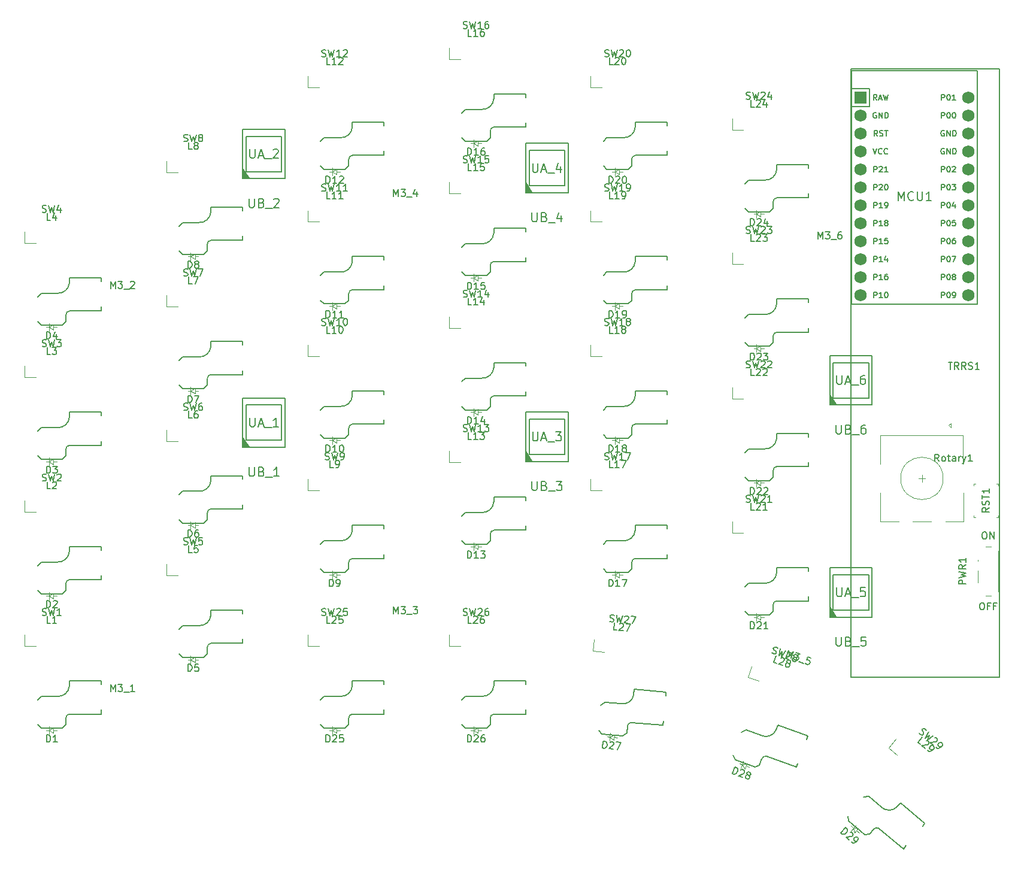
<source format=gbr>
%TF.GenerationSoftware,KiCad,Pcbnew,8.0.4*%
%TF.CreationDate,2024-08-10T13:55:05-06:00*%
%TF.ProjectId,staggered_col58,73746167-6765-4726-9564-5f636f6c3538,0.1*%
%TF.SameCoordinates,Original*%
%TF.FileFunction,Legend,Top*%
%TF.FilePolarity,Positive*%
%FSLAX46Y46*%
G04 Gerber Fmt 4.6, Leading zero omitted, Abs format (unit mm)*
G04 Created by KiCad (PCBNEW 8.0.4) date 2024-08-10 13:55:05*
%MOMM*%
%LPD*%
G01*
G04 APERTURE LIST*
%ADD10C,0.150000*%
%ADD11C,0.100000*%
%ADD12C,0.120000*%
%ADD13R,1.752600X1.752600*%
%ADD14C,1.752600*%
G04 APERTURE END LIST*
D10*
X153000000Y-121000000D02*
X174000000Y-121000000D01*
X174000000Y-121000000D02*
X174000000Y-35000000D01*
X174000000Y-35000000D02*
X153000000Y-35000000D01*
X153000000Y-35000000D02*
X153000000Y-121000000D01*
X48333333Y-123004819D02*
X48333333Y-122004819D01*
X48333333Y-122004819D02*
X48666666Y-122719104D01*
X48666666Y-122719104D02*
X48999999Y-122004819D01*
X48999999Y-122004819D02*
X48999999Y-123004819D01*
X49380952Y-122004819D02*
X49999999Y-122004819D01*
X49999999Y-122004819D02*
X49666666Y-122385771D01*
X49666666Y-122385771D02*
X49809523Y-122385771D01*
X49809523Y-122385771D02*
X49904761Y-122433390D01*
X49904761Y-122433390D02*
X49952380Y-122481009D01*
X49952380Y-122481009D02*
X49999999Y-122576247D01*
X49999999Y-122576247D02*
X49999999Y-122814342D01*
X49999999Y-122814342D02*
X49952380Y-122909580D01*
X49952380Y-122909580D02*
X49904761Y-122957200D01*
X49904761Y-122957200D02*
X49809523Y-123004819D01*
X49809523Y-123004819D02*
X49523809Y-123004819D01*
X49523809Y-123004819D02*
X49428571Y-122957200D01*
X49428571Y-122957200D02*
X49380952Y-122909580D01*
X50190476Y-123100057D02*
X50952380Y-123100057D01*
X51714285Y-123004819D02*
X51142857Y-123004819D01*
X51428571Y-123004819D02*
X51428571Y-122004819D01*
X51428571Y-122004819D02*
X51333333Y-122147676D01*
X51333333Y-122147676D02*
X51238095Y-122242914D01*
X51238095Y-122242914D02*
X51142857Y-122290533D01*
X48333333Y-66004819D02*
X48333333Y-65004819D01*
X48333333Y-65004819D02*
X48666666Y-65719104D01*
X48666666Y-65719104D02*
X48999999Y-65004819D01*
X48999999Y-65004819D02*
X48999999Y-66004819D01*
X49380952Y-65004819D02*
X49999999Y-65004819D01*
X49999999Y-65004819D02*
X49666666Y-65385771D01*
X49666666Y-65385771D02*
X49809523Y-65385771D01*
X49809523Y-65385771D02*
X49904761Y-65433390D01*
X49904761Y-65433390D02*
X49952380Y-65481009D01*
X49952380Y-65481009D02*
X49999999Y-65576247D01*
X49999999Y-65576247D02*
X49999999Y-65814342D01*
X49999999Y-65814342D02*
X49952380Y-65909580D01*
X49952380Y-65909580D02*
X49904761Y-65957200D01*
X49904761Y-65957200D02*
X49809523Y-66004819D01*
X49809523Y-66004819D02*
X49523809Y-66004819D01*
X49523809Y-66004819D02*
X49428571Y-65957200D01*
X49428571Y-65957200D02*
X49380952Y-65909580D01*
X50190476Y-66100057D02*
X50952380Y-66100057D01*
X51142857Y-65100057D02*
X51190476Y-65052438D01*
X51190476Y-65052438D02*
X51285714Y-65004819D01*
X51285714Y-65004819D02*
X51523809Y-65004819D01*
X51523809Y-65004819D02*
X51619047Y-65052438D01*
X51619047Y-65052438D02*
X51666666Y-65100057D01*
X51666666Y-65100057D02*
X51714285Y-65195295D01*
X51714285Y-65195295D02*
X51714285Y-65290533D01*
X51714285Y-65290533D02*
X51666666Y-65433390D01*
X51666666Y-65433390D02*
X51095238Y-66004819D01*
X51095238Y-66004819D02*
X51714285Y-66004819D01*
X88333333Y-112004819D02*
X88333333Y-111004819D01*
X88333333Y-111004819D02*
X88666666Y-111719104D01*
X88666666Y-111719104D02*
X88999999Y-111004819D01*
X88999999Y-111004819D02*
X88999999Y-112004819D01*
X89380952Y-111004819D02*
X89999999Y-111004819D01*
X89999999Y-111004819D02*
X89666666Y-111385771D01*
X89666666Y-111385771D02*
X89809523Y-111385771D01*
X89809523Y-111385771D02*
X89904761Y-111433390D01*
X89904761Y-111433390D02*
X89952380Y-111481009D01*
X89952380Y-111481009D02*
X89999999Y-111576247D01*
X89999999Y-111576247D02*
X89999999Y-111814342D01*
X89999999Y-111814342D02*
X89952380Y-111909580D01*
X89952380Y-111909580D02*
X89904761Y-111957200D01*
X89904761Y-111957200D02*
X89809523Y-112004819D01*
X89809523Y-112004819D02*
X89523809Y-112004819D01*
X89523809Y-112004819D02*
X89428571Y-111957200D01*
X89428571Y-111957200D02*
X89380952Y-111909580D01*
X90190476Y-112100057D02*
X90952380Y-112100057D01*
X91095238Y-111004819D02*
X91714285Y-111004819D01*
X91714285Y-111004819D02*
X91380952Y-111385771D01*
X91380952Y-111385771D02*
X91523809Y-111385771D01*
X91523809Y-111385771D02*
X91619047Y-111433390D01*
X91619047Y-111433390D02*
X91666666Y-111481009D01*
X91666666Y-111481009D02*
X91714285Y-111576247D01*
X91714285Y-111576247D02*
X91714285Y-111814342D01*
X91714285Y-111814342D02*
X91666666Y-111909580D01*
X91666666Y-111909580D02*
X91619047Y-111957200D01*
X91619047Y-111957200D02*
X91523809Y-112004819D01*
X91523809Y-112004819D02*
X91238095Y-112004819D01*
X91238095Y-112004819D02*
X91142857Y-111957200D01*
X91142857Y-111957200D02*
X91095238Y-111909580D01*
X88333333Y-53004819D02*
X88333333Y-52004819D01*
X88333333Y-52004819D02*
X88666666Y-52719104D01*
X88666666Y-52719104D02*
X88999999Y-52004819D01*
X88999999Y-52004819D02*
X88999999Y-53004819D01*
X89380952Y-52004819D02*
X89999999Y-52004819D01*
X89999999Y-52004819D02*
X89666666Y-52385771D01*
X89666666Y-52385771D02*
X89809523Y-52385771D01*
X89809523Y-52385771D02*
X89904761Y-52433390D01*
X89904761Y-52433390D02*
X89952380Y-52481009D01*
X89952380Y-52481009D02*
X89999999Y-52576247D01*
X89999999Y-52576247D02*
X89999999Y-52814342D01*
X89999999Y-52814342D02*
X89952380Y-52909580D01*
X89952380Y-52909580D02*
X89904761Y-52957200D01*
X89904761Y-52957200D02*
X89809523Y-53004819D01*
X89809523Y-53004819D02*
X89523809Y-53004819D01*
X89523809Y-53004819D02*
X89428571Y-52957200D01*
X89428571Y-52957200D02*
X89380952Y-52909580D01*
X90190476Y-53100057D02*
X90952380Y-53100057D01*
X91619047Y-52338152D02*
X91619047Y-53004819D01*
X91380952Y-51957200D02*
X91142857Y-52671485D01*
X91142857Y-52671485D02*
X91761904Y-52671485D01*
X143888137Y-118087472D02*
X144230157Y-117147779D01*
X144230157Y-117147779D02*
X144299088Y-117932995D01*
X144299088Y-117932995D02*
X144856619Y-117375793D01*
X144856619Y-117375793D02*
X144514599Y-118315485D01*
X145214597Y-117506086D02*
X145796311Y-117717813D01*
X145796311Y-117717813D02*
X145352787Y-117961784D01*
X145352787Y-117961784D02*
X145487029Y-118010644D01*
X145487029Y-118010644D02*
X145560237Y-118087965D01*
X145560237Y-118087965D02*
X145588697Y-118148999D01*
X145588697Y-118148999D02*
X145600871Y-118254780D01*
X145600871Y-118254780D02*
X145519438Y-118478516D01*
X145519438Y-118478516D02*
X145442117Y-118551724D01*
X145442117Y-118551724D02*
X145381083Y-118580185D01*
X145381083Y-118580185D02*
X145275302Y-118592359D01*
X145275302Y-118592359D02*
X145006818Y-118494639D01*
X145006818Y-118494639D02*
X144933610Y-118417318D01*
X144933610Y-118417318D02*
X144905150Y-118356284D01*
X145600707Y-118812147D02*
X146316663Y-119072734D01*
X147362466Y-118287847D02*
X146914993Y-118124980D01*
X146914993Y-118124980D02*
X146707379Y-118556166D01*
X146707379Y-118556166D02*
X146768413Y-118527705D01*
X146768413Y-118527705D02*
X146874194Y-118515531D01*
X146874194Y-118515531D02*
X147097931Y-118596965D01*
X147097931Y-118596965D02*
X147171138Y-118674285D01*
X147171138Y-118674285D02*
X147199599Y-118735319D01*
X147199599Y-118735319D02*
X147211773Y-118841100D01*
X147211773Y-118841100D02*
X147130340Y-119064837D01*
X147130340Y-119064837D02*
X147053019Y-119138045D01*
X147053019Y-119138045D02*
X146991985Y-119166505D01*
X146991985Y-119166505D02*
X146886204Y-119178679D01*
X146886204Y-119178679D02*
X146662467Y-119097246D01*
X146662467Y-119097246D02*
X146589260Y-119019925D01*
X146589260Y-119019925D02*
X146560799Y-118958891D01*
X148333333Y-59004819D02*
X148333333Y-58004819D01*
X148333333Y-58004819D02*
X148666666Y-58719104D01*
X148666666Y-58719104D02*
X148999999Y-58004819D01*
X148999999Y-58004819D02*
X148999999Y-59004819D01*
X149380952Y-58004819D02*
X149999999Y-58004819D01*
X149999999Y-58004819D02*
X149666666Y-58385771D01*
X149666666Y-58385771D02*
X149809523Y-58385771D01*
X149809523Y-58385771D02*
X149904761Y-58433390D01*
X149904761Y-58433390D02*
X149952380Y-58481009D01*
X149952380Y-58481009D02*
X149999999Y-58576247D01*
X149999999Y-58576247D02*
X149999999Y-58814342D01*
X149999999Y-58814342D02*
X149952380Y-58909580D01*
X149952380Y-58909580D02*
X149904761Y-58957200D01*
X149904761Y-58957200D02*
X149809523Y-59004819D01*
X149809523Y-59004819D02*
X149523809Y-59004819D01*
X149523809Y-59004819D02*
X149428571Y-58957200D01*
X149428571Y-58957200D02*
X149380952Y-58909580D01*
X150190476Y-59100057D02*
X150952380Y-59100057D01*
X151619047Y-58004819D02*
X151428571Y-58004819D01*
X151428571Y-58004819D02*
X151333333Y-58052438D01*
X151333333Y-58052438D02*
X151285714Y-58100057D01*
X151285714Y-58100057D02*
X151190476Y-58242914D01*
X151190476Y-58242914D02*
X151142857Y-58433390D01*
X151142857Y-58433390D02*
X151142857Y-58814342D01*
X151142857Y-58814342D02*
X151190476Y-58909580D01*
X151190476Y-58909580D02*
X151238095Y-58957200D01*
X151238095Y-58957200D02*
X151333333Y-59004819D01*
X151333333Y-59004819D02*
X151523809Y-59004819D01*
X151523809Y-59004819D02*
X151619047Y-58957200D01*
X151619047Y-58957200D02*
X151666666Y-58909580D01*
X151666666Y-58909580D02*
X151714285Y-58814342D01*
X151714285Y-58814342D02*
X151714285Y-58576247D01*
X151714285Y-58576247D02*
X151666666Y-58481009D01*
X151666666Y-58481009D02*
X151619047Y-58433390D01*
X151619047Y-58433390D02*
X151523809Y-58385771D01*
X151523809Y-58385771D02*
X151333333Y-58385771D01*
X151333333Y-58385771D02*
X151238095Y-58433390D01*
X151238095Y-58433390D02*
X151190476Y-58481009D01*
X151190476Y-58481009D02*
X151142857Y-58576247D01*
X159671666Y-53579726D02*
X159671666Y-52309726D01*
X159671666Y-52309726D02*
X160095000Y-53216869D01*
X160095000Y-53216869D02*
X160518333Y-52309726D01*
X160518333Y-52309726D02*
X160518333Y-53579726D01*
X161848810Y-53458773D02*
X161788334Y-53519250D01*
X161788334Y-53519250D02*
X161606905Y-53579726D01*
X161606905Y-53579726D02*
X161485953Y-53579726D01*
X161485953Y-53579726D02*
X161304524Y-53519250D01*
X161304524Y-53519250D02*
X161183572Y-53398297D01*
X161183572Y-53398297D02*
X161123095Y-53277345D01*
X161123095Y-53277345D02*
X161062619Y-53035440D01*
X161062619Y-53035440D02*
X161062619Y-52854011D01*
X161062619Y-52854011D02*
X161123095Y-52612107D01*
X161123095Y-52612107D02*
X161183572Y-52491154D01*
X161183572Y-52491154D02*
X161304524Y-52370202D01*
X161304524Y-52370202D02*
X161485953Y-52309726D01*
X161485953Y-52309726D02*
X161606905Y-52309726D01*
X161606905Y-52309726D02*
X161788334Y-52370202D01*
X161788334Y-52370202D02*
X161848810Y-52430678D01*
X162393095Y-52309726D02*
X162393095Y-53337821D01*
X162393095Y-53337821D02*
X162453572Y-53458773D01*
X162453572Y-53458773D02*
X162514048Y-53519250D01*
X162514048Y-53519250D02*
X162635000Y-53579726D01*
X162635000Y-53579726D02*
X162876905Y-53579726D01*
X162876905Y-53579726D02*
X162997857Y-53519250D01*
X162997857Y-53519250D02*
X163058334Y-53458773D01*
X163058334Y-53458773D02*
X163118810Y-53337821D01*
X163118810Y-53337821D02*
X163118810Y-52309726D01*
X164388810Y-53579726D02*
X163663095Y-53579726D01*
X164025952Y-53579726D02*
X164025952Y-52309726D01*
X164025952Y-52309726D02*
X163905000Y-52491154D01*
X163905000Y-52491154D02*
X163784048Y-52612107D01*
X163784048Y-52612107D02*
X163663095Y-52672583D01*
X156647619Y-39392295D02*
X156380952Y-39011342D01*
X156190476Y-39392295D02*
X156190476Y-38592295D01*
X156190476Y-38592295D02*
X156495238Y-38592295D01*
X156495238Y-38592295D02*
X156571428Y-38630390D01*
X156571428Y-38630390D02*
X156609523Y-38668485D01*
X156609523Y-38668485D02*
X156647619Y-38744676D01*
X156647619Y-38744676D02*
X156647619Y-38858961D01*
X156647619Y-38858961D02*
X156609523Y-38935152D01*
X156609523Y-38935152D02*
X156571428Y-38973247D01*
X156571428Y-38973247D02*
X156495238Y-39011342D01*
X156495238Y-39011342D02*
X156190476Y-39011342D01*
X156952380Y-39163723D02*
X157333333Y-39163723D01*
X156876190Y-39392295D02*
X157142857Y-38592295D01*
X157142857Y-38592295D02*
X157409523Y-39392295D01*
X157599999Y-38592295D02*
X157790475Y-39392295D01*
X157790475Y-39392295D02*
X157942856Y-38820866D01*
X157942856Y-38820866D02*
X158095237Y-39392295D01*
X158095237Y-39392295D02*
X158285714Y-38592295D01*
X156590476Y-41170390D02*
X156514286Y-41132295D01*
X156514286Y-41132295D02*
X156400000Y-41132295D01*
X156400000Y-41132295D02*
X156285714Y-41170390D01*
X156285714Y-41170390D02*
X156209524Y-41246580D01*
X156209524Y-41246580D02*
X156171429Y-41322771D01*
X156171429Y-41322771D02*
X156133333Y-41475152D01*
X156133333Y-41475152D02*
X156133333Y-41589438D01*
X156133333Y-41589438D02*
X156171429Y-41741819D01*
X156171429Y-41741819D02*
X156209524Y-41818009D01*
X156209524Y-41818009D02*
X156285714Y-41894200D01*
X156285714Y-41894200D02*
X156400000Y-41932295D01*
X156400000Y-41932295D02*
X156476191Y-41932295D01*
X156476191Y-41932295D02*
X156590476Y-41894200D01*
X156590476Y-41894200D02*
X156628572Y-41856104D01*
X156628572Y-41856104D02*
X156628572Y-41589438D01*
X156628572Y-41589438D02*
X156476191Y-41589438D01*
X156971429Y-41932295D02*
X156971429Y-41132295D01*
X156971429Y-41132295D02*
X157428572Y-41932295D01*
X157428572Y-41932295D02*
X157428572Y-41132295D01*
X157809524Y-41932295D02*
X157809524Y-41132295D01*
X157809524Y-41132295D02*
X158000000Y-41132295D01*
X158000000Y-41132295D02*
X158114286Y-41170390D01*
X158114286Y-41170390D02*
X158190476Y-41246580D01*
X158190476Y-41246580D02*
X158228571Y-41322771D01*
X158228571Y-41322771D02*
X158266667Y-41475152D01*
X158266667Y-41475152D02*
X158266667Y-41589438D01*
X158266667Y-41589438D02*
X158228571Y-41741819D01*
X158228571Y-41741819D02*
X158190476Y-41818009D01*
X158190476Y-41818009D02*
X158114286Y-41894200D01*
X158114286Y-41894200D02*
X158000000Y-41932295D01*
X158000000Y-41932295D02*
X157809524Y-41932295D01*
X156761905Y-44472295D02*
X156495238Y-44091342D01*
X156304762Y-44472295D02*
X156304762Y-43672295D01*
X156304762Y-43672295D02*
X156609524Y-43672295D01*
X156609524Y-43672295D02*
X156685714Y-43710390D01*
X156685714Y-43710390D02*
X156723809Y-43748485D01*
X156723809Y-43748485D02*
X156761905Y-43824676D01*
X156761905Y-43824676D02*
X156761905Y-43938961D01*
X156761905Y-43938961D02*
X156723809Y-44015152D01*
X156723809Y-44015152D02*
X156685714Y-44053247D01*
X156685714Y-44053247D02*
X156609524Y-44091342D01*
X156609524Y-44091342D02*
X156304762Y-44091342D01*
X157066666Y-44434200D02*
X157180952Y-44472295D01*
X157180952Y-44472295D02*
X157371428Y-44472295D01*
X157371428Y-44472295D02*
X157447619Y-44434200D01*
X157447619Y-44434200D02*
X157485714Y-44396104D01*
X157485714Y-44396104D02*
X157523809Y-44319914D01*
X157523809Y-44319914D02*
X157523809Y-44243723D01*
X157523809Y-44243723D02*
X157485714Y-44167533D01*
X157485714Y-44167533D02*
X157447619Y-44129438D01*
X157447619Y-44129438D02*
X157371428Y-44091342D01*
X157371428Y-44091342D02*
X157219047Y-44053247D01*
X157219047Y-44053247D02*
X157142857Y-44015152D01*
X157142857Y-44015152D02*
X157104762Y-43977057D01*
X157104762Y-43977057D02*
X157066666Y-43900866D01*
X157066666Y-43900866D02*
X157066666Y-43824676D01*
X157066666Y-43824676D02*
X157104762Y-43748485D01*
X157104762Y-43748485D02*
X157142857Y-43710390D01*
X157142857Y-43710390D02*
X157219047Y-43672295D01*
X157219047Y-43672295D02*
X157409524Y-43672295D01*
X157409524Y-43672295D02*
X157523809Y-43710390D01*
X157752381Y-43672295D02*
X158209524Y-43672295D01*
X157980952Y-44472295D02*
X157980952Y-43672295D01*
X156133333Y-46212295D02*
X156400000Y-47012295D01*
X156400000Y-47012295D02*
X156666666Y-46212295D01*
X157390476Y-46936104D02*
X157352380Y-46974200D01*
X157352380Y-46974200D02*
X157238095Y-47012295D01*
X157238095Y-47012295D02*
X157161904Y-47012295D01*
X157161904Y-47012295D02*
X157047618Y-46974200D01*
X157047618Y-46974200D02*
X156971428Y-46898009D01*
X156971428Y-46898009D02*
X156933333Y-46821819D01*
X156933333Y-46821819D02*
X156895237Y-46669438D01*
X156895237Y-46669438D02*
X156895237Y-46555152D01*
X156895237Y-46555152D02*
X156933333Y-46402771D01*
X156933333Y-46402771D02*
X156971428Y-46326580D01*
X156971428Y-46326580D02*
X157047618Y-46250390D01*
X157047618Y-46250390D02*
X157161904Y-46212295D01*
X157161904Y-46212295D02*
X157238095Y-46212295D01*
X157238095Y-46212295D02*
X157352380Y-46250390D01*
X157352380Y-46250390D02*
X157390476Y-46288485D01*
X158190476Y-46936104D02*
X158152380Y-46974200D01*
X158152380Y-46974200D02*
X158038095Y-47012295D01*
X158038095Y-47012295D02*
X157961904Y-47012295D01*
X157961904Y-47012295D02*
X157847618Y-46974200D01*
X157847618Y-46974200D02*
X157771428Y-46898009D01*
X157771428Y-46898009D02*
X157733333Y-46821819D01*
X157733333Y-46821819D02*
X157695237Y-46669438D01*
X157695237Y-46669438D02*
X157695237Y-46555152D01*
X157695237Y-46555152D02*
X157733333Y-46402771D01*
X157733333Y-46402771D02*
X157771428Y-46326580D01*
X157771428Y-46326580D02*
X157847618Y-46250390D01*
X157847618Y-46250390D02*
X157961904Y-46212295D01*
X157961904Y-46212295D02*
X158038095Y-46212295D01*
X158038095Y-46212295D02*
X158152380Y-46250390D01*
X158152380Y-46250390D02*
X158190476Y-46288485D01*
X156228571Y-49552295D02*
X156228571Y-48752295D01*
X156228571Y-48752295D02*
X156533333Y-48752295D01*
X156533333Y-48752295D02*
X156609523Y-48790390D01*
X156609523Y-48790390D02*
X156647618Y-48828485D01*
X156647618Y-48828485D02*
X156685714Y-48904676D01*
X156685714Y-48904676D02*
X156685714Y-49018961D01*
X156685714Y-49018961D02*
X156647618Y-49095152D01*
X156647618Y-49095152D02*
X156609523Y-49133247D01*
X156609523Y-49133247D02*
X156533333Y-49171342D01*
X156533333Y-49171342D02*
X156228571Y-49171342D01*
X156990475Y-48828485D02*
X157028571Y-48790390D01*
X157028571Y-48790390D02*
X157104761Y-48752295D01*
X157104761Y-48752295D02*
X157295237Y-48752295D01*
X157295237Y-48752295D02*
X157371428Y-48790390D01*
X157371428Y-48790390D02*
X157409523Y-48828485D01*
X157409523Y-48828485D02*
X157447618Y-48904676D01*
X157447618Y-48904676D02*
X157447618Y-48980866D01*
X157447618Y-48980866D02*
X157409523Y-49095152D01*
X157409523Y-49095152D02*
X156952380Y-49552295D01*
X156952380Y-49552295D02*
X157447618Y-49552295D01*
X158209523Y-49552295D02*
X157752380Y-49552295D01*
X157980952Y-49552295D02*
X157980952Y-48752295D01*
X157980952Y-48752295D02*
X157904761Y-48866580D01*
X157904761Y-48866580D02*
X157828571Y-48942771D01*
X157828571Y-48942771D02*
X157752380Y-48980866D01*
X156228571Y-52092295D02*
X156228571Y-51292295D01*
X156228571Y-51292295D02*
X156533333Y-51292295D01*
X156533333Y-51292295D02*
X156609523Y-51330390D01*
X156609523Y-51330390D02*
X156647618Y-51368485D01*
X156647618Y-51368485D02*
X156685714Y-51444676D01*
X156685714Y-51444676D02*
X156685714Y-51558961D01*
X156685714Y-51558961D02*
X156647618Y-51635152D01*
X156647618Y-51635152D02*
X156609523Y-51673247D01*
X156609523Y-51673247D02*
X156533333Y-51711342D01*
X156533333Y-51711342D02*
X156228571Y-51711342D01*
X156990475Y-51368485D02*
X157028571Y-51330390D01*
X157028571Y-51330390D02*
X157104761Y-51292295D01*
X157104761Y-51292295D02*
X157295237Y-51292295D01*
X157295237Y-51292295D02*
X157371428Y-51330390D01*
X157371428Y-51330390D02*
X157409523Y-51368485D01*
X157409523Y-51368485D02*
X157447618Y-51444676D01*
X157447618Y-51444676D02*
X157447618Y-51520866D01*
X157447618Y-51520866D02*
X157409523Y-51635152D01*
X157409523Y-51635152D02*
X156952380Y-52092295D01*
X156952380Y-52092295D02*
X157447618Y-52092295D01*
X157942857Y-51292295D02*
X158019047Y-51292295D01*
X158019047Y-51292295D02*
X158095238Y-51330390D01*
X158095238Y-51330390D02*
X158133333Y-51368485D01*
X158133333Y-51368485D02*
X158171428Y-51444676D01*
X158171428Y-51444676D02*
X158209523Y-51597057D01*
X158209523Y-51597057D02*
X158209523Y-51787533D01*
X158209523Y-51787533D02*
X158171428Y-51939914D01*
X158171428Y-51939914D02*
X158133333Y-52016104D01*
X158133333Y-52016104D02*
X158095238Y-52054200D01*
X158095238Y-52054200D02*
X158019047Y-52092295D01*
X158019047Y-52092295D02*
X157942857Y-52092295D01*
X157942857Y-52092295D02*
X157866666Y-52054200D01*
X157866666Y-52054200D02*
X157828571Y-52016104D01*
X157828571Y-52016104D02*
X157790476Y-51939914D01*
X157790476Y-51939914D02*
X157752380Y-51787533D01*
X157752380Y-51787533D02*
X157752380Y-51597057D01*
X157752380Y-51597057D02*
X157790476Y-51444676D01*
X157790476Y-51444676D02*
X157828571Y-51368485D01*
X157828571Y-51368485D02*
X157866666Y-51330390D01*
X157866666Y-51330390D02*
X157942857Y-51292295D01*
X156228571Y-54632295D02*
X156228571Y-53832295D01*
X156228571Y-53832295D02*
X156533333Y-53832295D01*
X156533333Y-53832295D02*
X156609523Y-53870390D01*
X156609523Y-53870390D02*
X156647618Y-53908485D01*
X156647618Y-53908485D02*
X156685714Y-53984676D01*
X156685714Y-53984676D02*
X156685714Y-54098961D01*
X156685714Y-54098961D02*
X156647618Y-54175152D01*
X156647618Y-54175152D02*
X156609523Y-54213247D01*
X156609523Y-54213247D02*
X156533333Y-54251342D01*
X156533333Y-54251342D02*
X156228571Y-54251342D01*
X157447618Y-54632295D02*
X156990475Y-54632295D01*
X157219047Y-54632295D02*
X157219047Y-53832295D01*
X157219047Y-53832295D02*
X157142856Y-53946580D01*
X157142856Y-53946580D02*
X157066666Y-54022771D01*
X157066666Y-54022771D02*
X156990475Y-54060866D01*
X157828571Y-54632295D02*
X157980952Y-54632295D01*
X157980952Y-54632295D02*
X158057142Y-54594200D01*
X158057142Y-54594200D02*
X158095238Y-54556104D01*
X158095238Y-54556104D02*
X158171428Y-54441819D01*
X158171428Y-54441819D02*
X158209523Y-54289438D01*
X158209523Y-54289438D02*
X158209523Y-53984676D01*
X158209523Y-53984676D02*
X158171428Y-53908485D01*
X158171428Y-53908485D02*
X158133333Y-53870390D01*
X158133333Y-53870390D02*
X158057142Y-53832295D01*
X158057142Y-53832295D02*
X157904761Y-53832295D01*
X157904761Y-53832295D02*
X157828571Y-53870390D01*
X157828571Y-53870390D02*
X157790476Y-53908485D01*
X157790476Y-53908485D02*
X157752380Y-53984676D01*
X157752380Y-53984676D02*
X157752380Y-54175152D01*
X157752380Y-54175152D02*
X157790476Y-54251342D01*
X157790476Y-54251342D02*
X157828571Y-54289438D01*
X157828571Y-54289438D02*
X157904761Y-54327533D01*
X157904761Y-54327533D02*
X158057142Y-54327533D01*
X158057142Y-54327533D02*
X158133333Y-54289438D01*
X158133333Y-54289438D02*
X158171428Y-54251342D01*
X158171428Y-54251342D02*
X158209523Y-54175152D01*
X156228571Y-57172295D02*
X156228571Y-56372295D01*
X156228571Y-56372295D02*
X156533333Y-56372295D01*
X156533333Y-56372295D02*
X156609523Y-56410390D01*
X156609523Y-56410390D02*
X156647618Y-56448485D01*
X156647618Y-56448485D02*
X156685714Y-56524676D01*
X156685714Y-56524676D02*
X156685714Y-56638961D01*
X156685714Y-56638961D02*
X156647618Y-56715152D01*
X156647618Y-56715152D02*
X156609523Y-56753247D01*
X156609523Y-56753247D02*
X156533333Y-56791342D01*
X156533333Y-56791342D02*
X156228571Y-56791342D01*
X157447618Y-57172295D02*
X156990475Y-57172295D01*
X157219047Y-57172295D02*
X157219047Y-56372295D01*
X157219047Y-56372295D02*
X157142856Y-56486580D01*
X157142856Y-56486580D02*
X157066666Y-56562771D01*
X157066666Y-56562771D02*
X156990475Y-56600866D01*
X157904761Y-56715152D02*
X157828571Y-56677057D01*
X157828571Y-56677057D02*
X157790476Y-56638961D01*
X157790476Y-56638961D02*
X157752380Y-56562771D01*
X157752380Y-56562771D02*
X157752380Y-56524676D01*
X157752380Y-56524676D02*
X157790476Y-56448485D01*
X157790476Y-56448485D02*
X157828571Y-56410390D01*
X157828571Y-56410390D02*
X157904761Y-56372295D01*
X157904761Y-56372295D02*
X158057142Y-56372295D01*
X158057142Y-56372295D02*
X158133333Y-56410390D01*
X158133333Y-56410390D02*
X158171428Y-56448485D01*
X158171428Y-56448485D02*
X158209523Y-56524676D01*
X158209523Y-56524676D02*
X158209523Y-56562771D01*
X158209523Y-56562771D02*
X158171428Y-56638961D01*
X158171428Y-56638961D02*
X158133333Y-56677057D01*
X158133333Y-56677057D02*
X158057142Y-56715152D01*
X158057142Y-56715152D02*
X157904761Y-56715152D01*
X157904761Y-56715152D02*
X157828571Y-56753247D01*
X157828571Y-56753247D02*
X157790476Y-56791342D01*
X157790476Y-56791342D02*
X157752380Y-56867533D01*
X157752380Y-56867533D02*
X157752380Y-57019914D01*
X157752380Y-57019914D02*
X157790476Y-57096104D01*
X157790476Y-57096104D02*
X157828571Y-57134200D01*
X157828571Y-57134200D02*
X157904761Y-57172295D01*
X157904761Y-57172295D02*
X158057142Y-57172295D01*
X158057142Y-57172295D02*
X158133333Y-57134200D01*
X158133333Y-57134200D02*
X158171428Y-57096104D01*
X158171428Y-57096104D02*
X158209523Y-57019914D01*
X158209523Y-57019914D02*
X158209523Y-56867533D01*
X158209523Y-56867533D02*
X158171428Y-56791342D01*
X158171428Y-56791342D02*
X158133333Y-56753247D01*
X158133333Y-56753247D02*
X158057142Y-56715152D01*
X156228571Y-59712295D02*
X156228571Y-58912295D01*
X156228571Y-58912295D02*
X156533333Y-58912295D01*
X156533333Y-58912295D02*
X156609523Y-58950390D01*
X156609523Y-58950390D02*
X156647618Y-58988485D01*
X156647618Y-58988485D02*
X156685714Y-59064676D01*
X156685714Y-59064676D02*
X156685714Y-59178961D01*
X156685714Y-59178961D02*
X156647618Y-59255152D01*
X156647618Y-59255152D02*
X156609523Y-59293247D01*
X156609523Y-59293247D02*
X156533333Y-59331342D01*
X156533333Y-59331342D02*
X156228571Y-59331342D01*
X157447618Y-59712295D02*
X156990475Y-59712295D01*
X157219047Y-59712295D02*
X157219047Y-58912295D01*
X157219047Y-58912295D02*
X157142856Y-59026580D01*
X157142856Y-59026580D02*
X157066666Y-59102771D01*
X157066666Y-59102771D02*
X156990475Y-59140866D01*
X158171428Y-58912295D02*
X157790476Y-58912295D01*
X157790476Y-58912295D02*
X157752380Y-59293247D01*
X157752380Y-59293247D02*
X157790476Y-59255152D01*
X157790476Y-59255152D02*
X157866666Y-59217057D01*
X157866666Y-59217057D02*
X158057142Y-59217057D01*
X158057142Y-59217057D02*
X158133333Y-59255152D01*
X158133333Y-59255152D02*
X158171428Y-59293247D01*
X158171428Y-59293247D02*
X158209523Y-59369438D01*
X158209523Y-59369438D02*
X158209523Y-59559914D01*
X158209523Y-59559914D02*
X158171428Y-59636104D01*
X158171428Y-59636104D02*
X158133333Y-59674200D01*
X158133333Y-59674200D02*
X158057142Y-59712295D01*
X158057142Y-59712295D02*
X157866666Y-59712295D01*
X157866666Y-59712295D02*
X157790476Y-59674200D01*
X157790476Y-59674200D02*
X157752380Y-59636104D01*
X156228571Y-62252295D02*
X156228571Y-61452295D01*
X156228571Y-61452295D02*
X156533333Y-61452295D01*
X156533333Y-61452295D02*
X156609523Y-61490390D01*
X156609523Y-61490390D02*
X156647618Y-61528485D01*
X156647618Y-61528485D02*
X156685714Y-61604676D01*
X156685714Y-61604676D02*
X156685714Y-61718961D01*
X156685714Y-61718961D02*
X156647618Y-61795152D01*
X156647618Y-61795152D02*
X156609523Y-61833247D01*
X156609523Y-61833247D02*
X156533333Y-61871342D01*
X156533333Y-61871342D02*
X156228571Y-61871342D01*
X157447618Y-62252295D02*
X156990475Y-62252295D01*
X157219047Y-62252295D02*
X157219047Y-61452295D01*
X157219047Y-61452295D02*
X157142856Y-61566580D01*
X157142856Y-61566580D02*
X157066666Y-61642771D01*
X157066666Y-61642771D02*
X156990475Y-61680866D01*
X158133333Y-61718961D02*
X158133333Y-62252295D01*
X157942857Y-61414200D02*
X157752380Y-61985628D01*
X157752380Y-61985628D02*
X158247619Y-61985628D01*
X156228571Y-64792295D02*
X156228571Y-63992295D01*
X156228571Y-63992295D02*
X156533333Y-63992295D01*
X156533333Y-63992295D02*
X156609523Y-64030390D01*
X156609523Y-64030390D02*
X156647618Y-64068485D01*
X156647618Y-64068485D02*
X156685714Y-64144676D01*
X156685714Y-64144676D02*
X156685714Y-64258961D01*
X156685714Y-64258961D02*
X156647618Y-64335152D01*
X156647618Y-64335152D02*
X156609523Y-64373247D01*
X156609523Y-64373247D02*
X156533333Y-64411342D01*
X156533333Y-64411342D02*
X156228571Y-64411342D01*
X157447618Y-64792295D02*
X156990475Y-64792295D01*
X157219047Y-64792295D02*
X157219047Y-63992295D01*
X157219047Y-63992295D02*
X157142856Y-64106580D01*
X157142856Y-64106580D02*
X157066666Y-64182771D01*
X157066666Y-64182771D02*
X156990475Y-64220866D01*
X158133333Y-63992295D02*
X157980952Y-63992295D01*
X157980952Y-63992295D02*
X157904761Y-64030390D01*
X157904761Y-64030390D02*
X157866666Y-64068485D01*
X157866666Y-64068485D02*
X157790476Y-64182771D01*
X157790476Y-64182771D02*
X157752380Y-64335152D01*
X157752380Y-64335152D02*
X157752380Y-64639914D01*
X157752380Y-64639914D02*
X157790476Y-64716104D01*
X157790476Y-64716104D02*
X157828571Y-64754200D01*
X157828571Y-64754200D02*
X157904761Y-64792295D01*
X157904761Y-64792295D02*
X158057142Y-64792295D01*
X158057142Y-64792295D02*
X158133333Y-64754200D01*
X158133333Y-64754200D02*
X158171428Y-64716104D01*
X158171428Y-64716104D02*
X158209523Y-64639914D01*
X158209523Y-64639914D02*
X158209523Y-64449438D01*
X158209523Y-64449438D02*
X158171428Y-64373247D01*
X158171428Y-64373247D02*
X158133333Y-64335152D01*
X158133333Y-64335152D02*
X158057142Y-64297057D01*
X158057142Y-64297057D02*
X157904761Y-64297057D01*
X157904761Y-64297057D02*
X157828571Y-64335152D01*
X157828571Y-64335152D02*
X157790476Y-64373247D01*
X157790476Y-64373247D02*
X157752380Y-64449438D01*
X156228571Y-67332295D02*
X156228571Y-66532295D01*
X156228571Y-66532295D02*
X156533333Y-66532295D01*
X156533333Y-66532295D02*
X156609523Y-66570390D01*
X156609523Y-66570390D02*
X156647618Y-66608485D01*
X156647618Y-66608485D02*
X156685714Y-66684676D01*
X156685714Y-66684676D02*
X156685714Y-66798961D01*
X156685714Y-66798961D02*
X156647618Y-66875152D01*
X156647618Y-66875152D02*
X156609523Y-66913247D01*
X156609523Y-66913247D02*
X156533333Y-66951342D01*
X156533333Y-66951342D02*
X156228571Y-66951342D01*
X157447618Y-67332295D02*
X156990475Y-67332295D01*
X157219047Y-67332295D02*
X157219047Y-66532295D01*
X157219047Y-66532295D02*
X157142856Y-66646580D01*
X157142856Y-66646580D02*
X157066666Y-66722771D01*
X157066666Y-66722771D02*
X156990475Y-66760866D01*
X157942857Y-66532295D02*
X158019047Y-66532295D01*
X158019047Y-66532295D02*
X158095238Y-66570390D01*
X158095238Y-66570390D02*
X158133333Y-66608485D01*
X158133333Y-66608485D02*
X158171428Y-66684676D01*
X158171428Y-66684676D02*
X158209523Y-66837057D01*
X158209523Y-66837057D02*
X158209523Y-67027533D01*
X158209523Y-67027533D02*
X158171428Y-67179914D01*
X158171428Y-67179914D02*
X158133333Y-67256104D01*
X158133333Y-67256104D02*
X158095238Y-67294200D01*
X158095238Y-67294200D02*
X158019047Y-67332295D01*
X158019047Y-67332295D02*
X157942857Y-67332295D01*
X157942857Y-67332295D02*
X157866666Y-67294200D01*
X157866666Y-67294200D02*
X157828571Y-67256104D01*
X157828571Y-67256104D02*
X157790476Y-67179914D01*
X157790476Y-67179914D02*
X157752380Y-67027533D01*
X157752380Y-67027533D02*
X157752380Y-66837057D01*
X157752380Y-66837057D02*
X157790476Y-66684676D01*
X157790476Y-66684676D02*
X157828571Y-66608485D01*
X157828571Y-66608485D02*
X157866666Y-66570390D01*
X157866666Y-66570390D02*
X157942857Y-66532295D01*
X165828571Y-39392295D02*
X165828571Y-38592295D01*
X165828571Y-38592295D02*
X166133333Y-38592295D01*
X166133333Y-38592295D02*
X166209523Y-38630390D01*
X166209523Y-38630390D02*
X166247618Y-38668485D01*
X166247618Y-38668485D02*
X166285714Y-38744676D01*
X166285714Y-38744676D02*
X166285714Y-38858961D01*
X166285714Y-38858961D02*
X166247618Y-38935152D01*
X166247618Y-38935152D02*
X166209523Y-38973247D01*
X166209523Y-38973247D02*
X166133333Y-39011342D01*
X166133333Y-39011342D02*
X165828571Y-39011342D01*
X166780952Y-38592295D02*
X166857142Y-38592295D01*
X166857142Y-38592295D02*
X166933333Y-38630390D01*
X166933333Y-38630390D02*
X166971428Y-38668485D01*
X166971428Y-38668485D02*
X167009523Y-38744676D01*
X167009523Y-38744676D02*
X167047618Y-38897057D01*
X167047618Y-38897057D02*
X167047618Y-39087533D01*
X167047618Y-39087533D02*
X167009523Y-39239914D01*
X167009523Y-39239914D02*
X166971428Y-39316104D01*
X166971428Y-39316104D02*
X166933333Y-39354200D01*
X166933333Y-39354200D02*
X166857142Y-39392295D01*
X166857142Y-39392295D02*
X166780952Y-39392295D01*
X166780952Y-39392295D02*
X166704761Y-39354200D01*
X166704761Y-39354200D02*
X166666666Y-39316104D01*
X166666666Y-39316104D02*
X166628571Y-39239914D01*
X166628571Y-39239914D02*
X166590475Y-39087533D01*
X166590475Y-39087533D02*
X166590475Y-38897057D01*
X166590475Y-38897057D02*
X166628571Y-38744676D01*
X166628571Y-38744676D02*
X166666666Y-38668485D01*
X166666666Y-38668485D02*
X166704761Y-38630390D01*
X166704761Y-38630390D02*
X166780952Y-38592295D01*
X167809523Y-39392295D02*
X167352380Y-39392295D01*
X167580952Y-39392295D02*
X167580952Y-38592295D01*
X167580952Y-38592295D02*
X167504761Y-38706580D01*
X167504761Y-38706580D02*
X167428571Y-38782771D01*
X167428571Y-38782771D02*
X167352380Y-38820866D01*
X165828571Y-41932295D02*
X165828571Y-41132295D01*
X165828571Y-41132295D02*
X166133333Y-41132295D01*
X166133333Y-41132295D02*
X166209523Y-41170390D01*
X166209523Y-41170390D02*
X166247618Y-41208485D01*
X166247618Y-41208485D02*
X166285714Y-41284676D01*
X166285714Y-41284676D02*
X166285714Y-41398961D01*
X166285714Y-41398961D02*
X166247618Y-41475152D01*
X166247618Y-41475152D02*
X166209523Y-41513247D01*
X166209523Y-41513247D02*
X166133333Y-41551342D01*
X166133333Y-41551342D02*
X165828571Y-41551342D01*
X166780952Y-41132295D02*
X166857142Y-41132295D01*
X166857142Y-41132295D02*
X166933333Y-41170390D01*
X166933333Y-41170390D02*
X166971428Y-41208485D01*
X166971428Y-41208485D02*
X167009523Y-41284676D01*
X167009523Y-41284676D02*
X167047618Y-41437057D01*
X167047618Y-41437057D02*
X167047618Y-41627533D01*
X167047618Y-41627533D02*
X167009523Y-41779914D01*
X167009523Y-41779914D02*
X166971428Y-41856104D01*
X166971428Y-41856104D02*
X166933333Y-41894200D01*
X166933333Y-41894200D02*
X166857142Y-41932295D01*
X166857142Y-41932295D02*
X166780952Y-41932295D01*
X166780952Y-41932295D02*
X166704761Y-41894200D01*
X166704761Y-41894200D02*
X166666666Y-41856104D01*
X166666666Y-41856104D02*
X166628571Y-41779914D01*
X166628571Y-41779914D02*
X166590475Y-41627533D01*
X166590475Y-41627533D02*
X166590475Y-41437057D01*
X166590475Y-41437057D02*
X166628571Y-41284676D01*
X166628571Y-41284676D02*
X166666666Y-41208485D01*
X166666666Y-41208485D02*
X166704761Y-41170390D01*
X166704761Y-41170390D02*
X166780952Y-41132295D01*
X167542857Y-41132295D02*
X167619047Y-41132295D01*
X167619047Y-41132295D02*
X167695238Y-41170390D01*
X167695238Y-41170390D02*
X167733333Y-41208485D01*
X167733333Y-41208485D02*
X167771428Y-41284676D01*
X167771428Y-41284676D02*
X167809523Y-41437057D01*
X167809523Y-41437057D02*
X167809523Y-41627533D01*
X167809523Y-41627533D02*
X167771428Y-41779914D01*
X167771428Y-41779914D02*
X167733333Y-41856104D01*
X167733333Y-41856104D02*
X167695238Y-41894200D01*
X167695238Y-41894200D02*
X167619047Y-41932295D01*
X167619047Y-41932295D02*
X167542857Y-41932295D01*
X167542857Y-41932295D02*
X167466666Y-41894200D01*
X167466666Y-41894200D02*
X167428571Y-41856104D01*
X167428571Y-41856104D02*
X167390476Y-41779914D01*
X167390476Y-41779914D02*
X167352380Y-41627533D01*
X167352380Y-41627533D02*
X167352380Y-41437057D01*
X167352380Y-41437057D02*
X167390476Y-41284676D01*
X167390476Y-41284676D02*
X167428571Y-41208485D01*
X167428571Y-41208485D02*
X167466666Y-41170390D01*
X167466666Y-41170390D02*
X167542857Y-41132295D01*
X166190476Y-43710390D02*
X166114286Y-43672295D01*
X166114286Y-43672295D02*
X166000000Y-43672295D01*
X166000000Y-43672295D02*
X165885714Y-43710390D01*
X165885714Y-43710390D02*
X165809524Y-43786580D01*
X165809524Y-43786580D02*
X165771429Y-43862771D01*
X165771429Y-43862771D02*
X165733333Y-44015152D01*
X165733333Y-44015152D02*
X165733333Y-44129438D01*
X165733333Y-44129438D02*
X165771429Y-44281819D01*
X165771429Y-44281819D02*
X165809524Y-44358009D01*
X165809524Y-44358009D02*
X165885714Y-44434200D01*
X165885714Y-44434200D02*
X166000000Y-44472295D01*
X166000000Y-44472295D02*
X166076191Y-44472295D01*
X166076191Y-44472295D02*
X166190476Y-44434200D01*
X166190476Y-44434200D02*
X166228572Y-44396104D01*
X166228572Y-44396104D02*
X166228572Y-44129438D01*
X166228572Y-44129438D02*
X166076191Y-44129438D01*
X166571429Y-44472295D02*
X166571429Y-43672295D01*
X166571429Y-43672295D02*
X167028572Y-44472295D01*
X167028572Y-44472295D02*
X167028572Y-43672295D01*
X167409524Y-44472295D02*
X167409524Y-43672295D01*
X167409524Y-43672295D02*
X167600000Y-43672295D01*
X167600000Y-43672295D02*
X167714286Y-43710390D01*
X167714286Y-43710390D02*
X167790476Y-43786580D01*
X167790476Y-43786580D02*
X167828571Y-43862771D01*
X167828571Y-43862771D02*
X167866667Y-44015152D01*
X167866667Y-44015152D02*
X167866667Y-44129438D01*
X167866667Y-44129438D02*
X167828571Y-44281819D01*
X167828571Y-44281819D02*
X167790476Y-44358009D01*
X167790476Y-44358009D02*
X167714286Y-44434200D01*
X167714286Y-44434200D02*
X167600000Y-44472295D01*
X167600000Y-44472295D02*
X167409524Y-44472295D01*
X166190476Y-46250390D02*
X166114286Y-46212295D01*
X166114286Y-46212295D02*
X166000000Y-46212295D01*
X166000000Y-46212295D02*
X165885714Y-46250390D01*
X165885714Y-46250390D02*
X165809524Y-46326580D01*
X165809524Y-46326580D02*
X165771429Y-46402771D01*
X165771429Y-46402771D02*
X165733333Y-46555152D01*
X165733333Y-46555152D02*
X165733333Y-46669438D01*
X165733333Y-46669438D02*
X165771429Y-46821819D01*
X165771429Y-46821819D02*
X165809524Y-46898009D01*
X165809524Y-46898009D02*
X165885714Y-46974200D01*
X165885714Y-46974200D02*
X166000000Y-47012295D01*
X166000000Y-47012295D02*
X166076191Y-47012295D01*
X166076191Y-47012295D02*
X166190476Y-46974200D01*
X166190476Y-46974200D02*
X166228572Y-46936104D01*
X166228572Y-46936104D02*
X166228572Y-46669438D01*
X166228572Y-46669438D02*
X166076191Y-46669438D01*
X166571429Y-47012295D02*
X166571429Y-46212295D01*
X166571429Y-46212295D02*
X167028572Y-47012295D01*
X167028572Y-47012295D02*
X167028572Y-46212295D01*
X167409524Y-47012295D02*
X167409524Y-46212295D01*
X167409524Y-46212295D02*
X167600000Y-46212295D01*
X167600000Y-46212295D02*
X167714286Y-46250390D01*
X167714286Y-46250390D02*
X167790476Y-46326580D01*
X167790476Y-46326580D02*
X167828571Y-46402771D01*
X167828571Y-46402771D02*
X167866667Y-46555152D01*
X167866667Y-46555152D02*
X167866667Y-46669438D01*
X167866667Y-46669438D02*
X167828571Y-46821819D01*
X167828571Y-46821819D02*
X167790476Y-46898009D01*
X167790476Y-46898009D02*
X167714286Y-46974200D01*
X167714286Y-46974200D02*
X167600000Y-47012295D01*
X167600000Y-47012295D02*
X167409524Y-47012295D01*
X165828571Y-49552295D02*
X165828571Y-48752295D01*
X165828571Y-48752295D02*
X166133333Y-48752295D01*
X166133333Y-48752295D02*
X166209523Y-48790390D01*
X166209523Y-48790390D02*
X166247618Y-48828485D01*
X166247618Y-48828485D02*
X166285714Y-48904676D01*
X166285714Y-48904676D02*
X166285714Y-49018961D01*
X166285714Y-49018961D02*
X166247618Y-49095152D01*
X166247618Y-49095152D02*
X166209523Y-49133247D01*
X166209523Y-49133247D02*
X166133333Y-49171342D01*
X166133333Y-49171342D02*
X165828571Y-49171342D01*
X166780952Y-48752295D02*
X166857142Y-48752295D01*
X166857142Y-48752295D02*
X166933333Y-48790390D01*
X166933333Y-48790390D02*
X166971428Y-48828485D01*
X166971428Y-48828485D02*
X167009523Y-48904676D01*
X167009523Y-48904676D02*
X167047618Y-49057057D01*
X167047618Y-49057057D02*
X167047618Y-49247533D01*
X167047618Y-49247533D02*
X167009523Y-49399914D01*
X167009523Y-49399914D02*
X166971428Y-49476104D01*
X166971428Y-49476104D02*
X166933333Y-49514200D01*
X166933333Y-49514200D02*
X166857142Y-49552295D01*
X166857142Y-49552295D02*
X166780952Y-49552295D01*
X166780952Y-49552295D02*
X166704761Y-49514200D01*
X166704761Y-49514200D02*
X166666666Y-49476104D01*
X166666666Y-49476104D02*
X166628571Y-49399914D01*
X166628571Y-49399914D02*
X166590475Y-49247533D01*
X166590475Y-49247533D02*
X166590475Y-49057057D01*
X166590475Y-49057057D02*
X166628571Y-48904676D01*
X166628571Y-48904676D02*
X166666666Y-48828485D01*
X166666666Y-48828485D02*
X166704761Y-48790390D01*
X166704761Y-48790390D02*
X166780952Y-48752295D01*
X167352380Y-48828485D02*
X167390476Y-48790390D01*
X167390476Y-48790390D02*
X167466666Y-48752295D01*
X167466666Y-48752295D02*
X167657142Y-48752295D01*
X167657142Y-48752295D02*
X167733333Y-48790390D01*
X167733333Y-48790390D02*
X167771428Y-48828485D01*
X167771428Y-48828485D02*
X167809523Y-48904676D01*
X167809523Y-48904676D02*
X167809523Y-48980866D01*
X167809523Y-48980866D02*
X167771428Y-49095152D01*
X167771428Y-49095152D02*
X167314285Y-49552295D01*
X167314285Y-49552295D02*
X167809523Y-49552295D01*
X165828571Y-52092295D02*
X165828571Y-51292295D01*
X165828571Y-51292295D02*
X166133333Y-51292295D01*
X166133333Y-51292295D02*
X166209523Y-51330390D01*
X166209523Y-51330390D02*
X166247618Y-51368485D01*
X166247618Y-51368485D02*
X166285714Y-51444676D01*
X166285714Y-51444676D02*
X166285714Y-51558961D01*
X166285714Y-51558961D02*
X166247618Y-51635152D01*
X166247618Y-51635152D02*
X166209523Y-51673247D01*
X166209523Y-51673247D02*
X166133333Y-51711342D01*
X166133333Y-51711342D02*
X165828571Y-51711342D01*
X166780952Y-51292295D02*
X166857142Y-51292295D01*
X166857142Y-51292295D02*
X166933333Y-51330390D01*
X166933333Y-51330390D02*
X166971428Y-51368485D01*
X166971428Y-51368485D02*
X167009523Y-51444676D01*
X167009523Y-51444676D02*
X167047618Y-51597057D01*
X167047618Y-51597057D02*
X167047618Y-51787533D01*
X167047618Y-51787533D02*
X167009523Y-51939914D01*
X167009523Y-51939914D02*
X166971428Y-52016104D01*
X166971428Y-52016104D02*
X166933333Y-52054200D01*
X166933333Y-52054200D02*
X166857142Y-52092295D01*
X166857142Y-52092295D02*
X166780952Y-52092295D01*
X166780952Y-52092295D02*
X166704761Y-52054200D01*
X166704761Y-52054200D02*
X166666666Y-52016104D01*
X166666666Y-52016104D02*
X166628571Y-51939914D01*
X166628571Y-51939914D02*
X166590475Y-51787533D01*
X166590475Y-51787533D02*
X166590475Y-51597057D01*
X166590475Y-51597057D02*
X166628571Y-51444676D01*
X166628571Y-51444676D02*
X166666666Y-51368485D01*
X166666666Y-51368485D02*
X166704761Y-51330390D01*
X166704761Y-51330390D02*
X166780952Y-51292295D01*
X167314285Y-51292295D02*
X167809523Y-51292295D01*
X167809523Y-51292295D02*
X167542857Y-51597057D01*
X167542857Y-51597057D02*
X167657142Y-51597057D01*
X167657142Y-51597057D02*
X167733333Y-51635152D01*
X167733333Y-51635152D02*
X167771428Y-51673247D01*
X167771428Y-51673247D02*
X167809523Y-51749438D01*
X167809523Y-51749438D02*
X167809523Y-51939914D01*
X167809523Y-51939914D02*
X167771428Y-52016104D01*
X167771428Y-52016104D02*
X167733333Y-52054200D01*
X167733333Y-52054200D02*
X167657142Y-52092295D01*
X167657142Y-52092295D02*
X167428571Y-52092295D01*
X167428571Y-52092295D02*
X167352380Y-52054200D01*
X167352380Y-52054200D02*
X167314285Y-52016104D01*
X165828571Y-54632295D02*
X165828571Y-53832295D01*
X165828571Y-53832295D02*
X166133333Y-53832295D01*
X166133333Y-53832295D02*
X166209523Y-53870390D01*
X166209523Y-53870390D02*
X166247618Y-53908485D01*
X166247618Y-53908485D02*
X166285714Y-53984676D01*
X166285714Y-53984676D02*
X166285714Y-54098961D01*
X166285714Y-54098961D02*
X166247618Y-54175152D01*
X166247618Y-54175152D02*
X166209523Y-54213247D01*
X166209523Y-54213247D02*
X166133333Y-54251342D01*
X166133333Y-54251342D02*
X165828571Y-54251342D01*
X166780952Y-53832295D02*
X166857142Y-53832295D01*
X166857142Y-53832295D02*
X166933333Y-53870390D01*
X166933333Y-53870390D02*
X166971428Y-53908485D01*
X166971428Y-53908485D02*
X167009523Y-53984676D01*
X167009523Y-53984676D02*
X167047618Y-54137057D01*
X167047618Y-54137057D02*
X167047618Y-54327533D01*
X167047618Y-54327533D02*
X167009523Y-54479914D01*
X167009523Y-54479914D02*
X166971428Y-54556104D01*
X166971428Y-54556104D02*
X166933333Y-54594200D01*
X166933333Y-54594200D02*
X166857142Y-54632295D01*
X166857142Y-54632295D02*
X166780952Y-54632295D01*
X166780952Y-54632295D02*
X166704761Y-54594200D01*
X166704761Y-54594200D02*
X166666666Y-54556104D01*
X166666666Y-54556104D02*
X166628571Y-54479914D01*
X166628571Y-54479914D02*
X166590475Y-54327533D01*
X166590475Y-54327533D02*
X166590475Y-54137057D01*
X166590475Y-54137057D02*
X166628571Y-53984676D01*
X166628571Y-53984676D02*
X166666666Y-53908485D01*
X166666666Y-53908485D02*
X166704761Y-53870390D01*
X166704761Y-53870390D02*
X166780952Y-53832295D01*
X167733333Y-54098961D02*
X167733333Y-54632295D01*
X167542857Y-53794200D02*
X167352380Y-54365628D01*
X167352380Y-54365628D02*
X167847619Y-54365628D01*
X165828571Y-57172295D02*
X165828571Y-56372295D01*
X165828571Y-56372295D02*
X166133333Y-56372295D01*
X166133333Y-56372295D02*
X166209523Y-56410390D01*
X166209523Y-56410390D02*
X166247618Y-56448485D01*
X166247618Y-56448485D02*
X166285714Y-56524676D01*
X166285714Y-56524676D02*
X166285714Y-56638961D01*
X166285714Y-56638961D02*
X166247618Y-56715152D01*
X166247618Y-56715152D02*
X166209523Y-56753247D01*
X166209523Y-56753247D02*
X166133333Y-56791342D01*
X166133333Y-56791342D02*
X165828571Y-56791342D01*
X166780952Y-56372295D02*
X166857142Y-56372295D01*
X166857142Y-56372295D02*
X166933333Y-56410390D01*
X166933333Y-56410390D02*
X166971428Y-56448485D01*
X166971428Y-56448485D02*
X167009523Y-56524676D01*
X167009523Y-56524676D02*
X167047618Y-56677057D01*
X167047618Y-56677057D02*
X167047618Y-56867533D01*
X167047618Y-56867533D02*
X167009523Y-57019914D01*
X167009523Y-57019914D02*
X166971428Y-57096104D01*
X166971428Y-57096104D02*
X166933333Y-57134200D01*
X166933333Y-57134200D02*
X166857142Y-57172295D01*
X166857142Y-57172295D02*
X166780952Y-57172295D01*
X166780952Y-57172295D02*
X166704761Y-57134200D01*
X166704761Y-57134200D02*
X166666666Y-57096104D01*
X166666666Y-57096104D02*
X166628571Y-57019914D01*
X166628571Y-57019914D02*
X166590475Y-56867533D01*
X166590475Y-56867533D02*
X166590475Y-56677057D01*
X166590475Y-56677057D02*
X166628571Y-56524676D01*
X166628571Y-56524676D02*
X166666666Y-56448485D01*
X166666666Y-56448485D02*
X166704761Y-56410390D01*
X166704761Y-56410390D02*
X166780952Y-56372295D01*
X167771428Y-56372295D02*
X167390476Y-56372295D01*
X167390476Y-56372295D02*
X167352380Y-56753247D01*
X167352380Y-56753247D02*
X167390476Y-56715152D01*
X167390476Y-56715152D02*
X167466666Y-56677057D01*
X167466666Y-56677057D02*
X167657142Y-56677057D01*
X167657142Y-56677057D02*
X167733333Y-56715152D01*
X167733333Y-56715152D02*
X167771428Y-56753247D01*
X167771428Y-56753247D02*
X167809523Y-56829438D01*
X167809523Y-56829438D02*
X167809523Y-57019914D01*
X167809523Y-57019914D02*
X167771428Y-57096104D01*
X167771428Y-57096104D02*
X167733333Y-57134200D01*
X167733333Y-57134200D02*
X167657142Y-57172295D01*
X167657142Y-57172295D02*
X167466666Y-57172295D01*
X167466666Y-57172295D02*
X167390476Y-57134200D01*
X167390476Y-57134200D02*
X167352380Y-57096104D01*
X165828571Y-59712295D02*
X165828571Y-58912295D01*
X165828571Y-58912295D02*
X166133333Y-58912295D01*
X166133333Y-58912295D02*
X166209523Y-58950390D01*
X166209523Y-58950390D02*
X166247618Y-58988485D01*
X166247618Y-58988485D02*
X166285714Y-59064676D01*
X166285714Y-59064676D02*
X166285714Y-59178961D01*
X166285714Y-59178961D02*
X166247618Y-59255152D01*
X166247618Y-59255152D02*
X166209523Y-59293247D01*
X166209523Y-59293247D02*
X166133333Y-59331342D01*
X166133333Y-59331342D02*
X165828571Y-59331342D01*
X166780952Y-58912295D02*
X166857142Y-58912295D01*
X166857142Y-58912295D02*
X166933333Y-58950390D01*
X166933333Y-58950390D02*
X166971428Y-58988485D01*
X166971428Y-58988485D02*
X167009523Y-59064676D01*
X167009523Y-59064676D02*
X167047618Y-59217057D01*
X167047618Y-59217057D02*
X167047618Y-59407533D01*
X167047618Y-59407533D02*
X167009523Y-59559914D01*
X167009523Y-59559914D02*
X166971428Y-59636104D01*
X166971428Y-59636104D02*
X166933333Y-59674200D01*
X166933333Y-59674200D02*
X166857142Y-59712295D01*
X166857142Y-59712295D02*
X166780952Y-59712295D01*
X166780952Y-59712295D02*
X166704761Y-59674200D01*
X166704761Y-59674200D02*
X166666666Y-59636104D01*
X166666666Y-59636104D02*
X166628571Y-59559914D01*
X166628571Y-59559914D02*
X166590475Y-59407533D01*
X166590475Y-59407533D02*
X166590475Y-59217057D01*
X166590475Y-59217057D02*
X166628571Y-59064676D01*
X166628571Y-59064676D02*
X166666666Y-58988485D01*
X166666666Y-58988485D02*
X166704761Y-58950390D01*
X166704761Y-58950390D02*
X166780952Y-58912295D01*
X167733333Y-58912295D02*
X167580952Y-58912295D01*
X167580952Y-58912295D02*
X167504761Y-58950390D01*
X167504761Y-58950390D02*
X167466666Y-58988485D01*
X167466666Y-58988485D02*
X167390476Y-59102771D01*
X167390476Y-59102771D02*
X167352380Y-59255152D01*
X167352380Y-59255152D02*
X167352380Y-59559914D01*
X167352380Y-59559914D02*
X167390476Y-59636104D01*
X167390476Y-59636104D02*
X167428571Y-59674200D01*
X167428571Y-59674200D02*
X167504761Y-59712295D01*
X167504761Y-59712295D02*
X167657142Y-59712295D01*
X167657142Y-59712295D02*
X167733333Y-59674200D01*
X167733333Y-59674200D02*
X167771428Y-59636104D01*
X167771428Y-59636104D02*
X167809523Y-59559914D01*
X167809523Y-59559914D02*
X167809523Y-59369438D01*
X167809523Y-59369438D02*
X167771428Y-59293247D01*
X167771428Y-59293247D02*
X167733333Y-59255152D01*
X167733333Y-59255152D02*
X167657142Y-59217057D01*
X167657142Y-59217057D02*
X167504761Y-59217057D01*
X167504761Y-59217057D02*
X167428571Y-59255152D01*
X167428571Y-59255152D02*
X167390476Y-59293247D01*
X167390476Y-59293247D02*
X167352380Y-59369438D01*
X165828571Y-62252295D02*
X165828571Y-61452295D01*
X165828571Y-61452295D02*
X166133333Y-61452295D01*
X166133333Y-61452295D02*
X166209523Y-61490390D01*
X166209523Y-61490390D02*
X166247618Y-61528485D01*
X166247618Y-61528485D02*
X166285714Y-61604676D01*
X166285714Y-61604676D02*
X166285714Y-61718961D01*
X166285714Y-61718961D02*
X166247618Y-61795152D01*
X166247618Y-61795152D02*
X166209523Y-61833247D01*
X166209523Y-61833247D02*
X166133333Y-61871342D01*
X166133333Y-61871342D02*
X165828571Y-61871342D01*
X166780952Y-61452295D02*
X166857142Y-61452295D01*
X166857142Y-61452295D02*
X166933333Y-61490390D01*
X166933333Y-61490390D02*
X166971428Y-61528485D01*
X166971428Y-61528485D02*
X167009523Y-61604676D01*
X167009523Y-61604676D02*
X167047618Y-61757057D01*
X167047618Y-61757057D02*
X167047618Y-61947533D01*
X167047618Y-61947533D02*
X167009523Y-62099914D01*
X167009523Y-62099914D02*
X166971428Y-62176104D01*
X166971428Y-62176104D02*
X166933333Y-62214200D01*
X166933333Y-62214200D02*
X166857142Y-62252295D01*
X166857142Y-62252295D02*
X166780952Y-62252295D01*
X166780952Y-62252295D02*
X166704761Y-62214200D01*
X166704761Y-62214200D02*
X166666666Y-62176104D01*
X166666666Y-62176104D02*
X166628571Y-62099914D01*
X166628571Y-62099914D02*
X166590475Y-61947533D01*
X166590475Y-61947533D02*
X166590475Y-61757057D01*
X166590475Y-61757057D02*
X166628571Y-61604676D01*
X166628571Y-61604676D02*
X166666666Y-61528485D01*
X166666666Y-61528485D02*
X166704761Y-61490390D01*
X166704761Y-61490390D02*
X166780952Y-61452295D01*
X167314285Y-61452295D02*
X167847619Y-61452295D01*
X167847619Y-61452295D02*
X167504761Y-62252295D01*
X165828571Y-64792295D02*
X165828571Y-63992295D01*
X165828571Y-63992295D02*
X166133333Y-63992295D01*
X166133333Y-63992295D02*
X166209523Y-64030390D01*
X166209523Y-64030390D02*
X166247618Y-64068485D01*
X166247618Y-64068485D02*
X166285714Y-64144676D01*
X166285714Y-64144676D02*
X166285714Y-64258961D01*
X166285714Y-64258961D02*
X166247618Y-64335152D01*
X166247618Y-64335152D02*
X166209523Y-64373247D01*
X166209523Y-64373247D02*
X166133333Y-64411342D01*
X166133333Y-64411342D02*
X165828571Y-64411342D01*
X166780952Y-63992295D02*
X166857142Y-63992295D01*
X166857142Y-63992295D02*
X166933333Y-64030390D01*
X166933333Y-64030390D02*
X166971428Y-64068485D01*
X166971428Y-64068485D02*
X167009523Y-64144676D01*
X167009523Y-64144676D02*
X167047618Y-64297057D01*
X167047618Y-64297057D02*
X167047618Y-64487533D01*
X167047618Y-64487533D02*
X167009523Y-64639914D01*
X167009523Y-64639914D02*
X166971428Y-64716104D01*
X166971428Y-64716104D02*
X166933333Y-64754200D01*
X166933333Y-64754200D02*
X166857142Y-64792295D01*
X166857142Y-64792295D02*
X166780952Y-64792295D01*
X166780952Y-64792295D02*
X166704761Y-64754200D01*
X166704761Y-64754200D02*
X166666666Y-64716104D01*
X166666666Y-64716104D02*
X166628571Y-64639914D01*
X166628571Y-64639914D02*
X166590475Y-64487533D01*
X166590475Y-64487533D02*
X166590475Y-64297057D01*
X166590475Y-64297057D02*
X166628571Y-64144676D01*
X166628571Y-64144676D02*
X166666666Y-64068485D01*
X166666666Y-64068485D02*
X166704761Y-64030390D01*
X166704761Y-64030390D02*
X166780952Y-63992295D01*
X167504761Y-64335152D02*
X167428571Y-64297057D01*
X167428571Y-64297057D02*
X167390476Y-64258961D01*
X167390476Y-64258961D02*
X167352380Y-64182771D01*
X167352380Y-64182771D02*
X167352380Y-64144676D01*
X167352380Y-64144676D02*
X167390476Y-64068485D01*
X167390476Y-64068485D02*
X167428571Y-64030390D01*
X167428571Y-64030390D02*
X167504761Y-63992295D01*
X167504761Y-63992295D02*
X167657142Y-63992295D01*
X167657142Y-63992295D02*
X167733333Y-64030390D01*
X167733333Y-64030390D02*
X167771428Y-64068485D01*
X167771428Y-64068485D02*
X167809523Y-64144676D01*
X167809523Y-64144676D02*
X167809523Y-64182771D01*
X167809523Y-64182771D02*
X167771428Y-64258961D01*
X167771428Y-64258961D02*
X167733333Y-64297057D01*
X167733333Y-64297057D02*
X167657142Y-64335152D01*
X167657142Y-64335152D02*
X167504761Y-64335152D01*
X167504761Y-64335152D02*
X167428571Y-64373247D01*
X167428571Y-64373247D02*
X167390476Y-64411342D01*
X167390476Y-64411342D02*
X167352380Y-64487533D01*
X167352380Y-64487533D02*
X167352380Y-64639914D01*
X167352380Y-64639914D02*
X167390476Y-64716104D01*
X167390476Y-64716104D02*
X167428571Y-64754200D01*
X167428571Y-64754200D02*
X167504761Y-64792295D01*
X167504761Y-64792295D02*
X167657142Y-64792295D01*
X167657142Y-64792295D02*
X167733333Y-64754200D01*
X167733333Y-64754200D02*
X167771428Y-64716104D01*
X167771428Y-64716104D02*
X167809523Y-64639914D01*
X167809523Y-64639914D02*
X167809523Y-64487533D01*
X167809523Y-64487533D02*
X167771428Y-64411342D01*
X167771428Y-64411342D02*
X167733333Y-64373247D01*
X167733333Y-64373247D02*
X167657142Y-64335152D01*
X165828571Y-67332295D02*
X165828571Y-66532295D01*
X165828571Y-66532295D02*
X166133333Y-66532295D01*
X166133333Y-66532295D02*
X166209523Y-66570390D01*
X166209523Y-66570390D02*
X166247618Y-66608485D01*
X166247618Y-66608485D02*
X166285714Y-66684676D01*
X166285714Y-66684676D02*
X166285714Y-66798961D01*
X166285714Y-66798961D02*
X166247618Y-66875152D01*
X166247618Y-66875152D02*
X166209523Y-66913247D01*
X166209523Y-66913247D02*
X166133333Y-66951342D01*
X166133333Y-66951342D02*
X165828571Y-66951342D01*
X166780952Y-66532295D02*
X166857142Y-66532295D01*
X166857142Y-66532295D02*
X166933333Y-66570390D01*
X166933333Y-66570390D02*
X166971428Y-66608485D01*
X166971428Y-66608485D02*
X167009523Y-66684676D01*
X167009523Y-66684676D02*
X167047618Y-66837057D01*
X167047618Y-66837057D02*
X167047618Y-67027533D01*
X167047618Y-67027533D02*
X167009523Y-67179914D01*
X167009523Y-67179914D02*
X166971428Y-67256104D01*
X166971428Y-67256104D02*
X166933333Y-67294200D01*
X166933333Y-67294200D02*
X166857142Y-67332295D01*
X166857142Y-67332295D02*
X166780952Y-67332295D01*
X166780952Y-67332295D02*
X166704761Y-67294200D01*
X166704761Y-67294200D02*
X166666666Y-67256104D01*
X166666666Y-67256104D02*
X166628571Y-67179914D01*
X166628571Y-67179914D02*
X166590475Y-67027533D01*
X166590475Y-67027533D02*
X166590475Y-66837057D01*
X166590475Y-66837057D02*
X166628571Y-66684676D01*
X166628571Y-66684676D02*
X166666666Y-66608485D01*
X166666666Y-66608485D02*
X166704761Y-66570390D01*
X166704761Y-66570390D02*
X166780952Y-66532295D01*
X167428571Y-67332295D02*
X167580952Y-67332295D01*
X167580952Y-67332295D02*
X167657142Y-67294200D01*
X167657142Y-67294200D02*
X167695238Y-67256104D01*
X167695238Y-67256104D02*
X167771428Y-67141819D01*
X167771428Y-67141819D02*
X167809523Y-66989438D01*
X167809523Y-66989438D02*
X167809523Y-66684676D01*
X167809523Y-66684676D02*
X167771428Y-66608485D01*
X167771428Y-66608485D02*
X167733333Y-66570390D01*
X167733333Y-66570390D02*
X167657142Y-66532295D01*
X167657142Y-66532295D02*
X167504761Y-66532295D01*
X167504761Y-66532295D02*
X167428571Y-66570390D01*
X167428571Y-66570390D02*
X167390476Y-66608485D01*
X167390476Y-66608485D02*
X167352380Y-66684676D01*
X167352380Y-66684676D02*
X167352380Y-66875152D01*
X167352380Y-66875152D02*
X167390476Y-66951342D01*
X167390476Y-66951342D02*
X167428571Y-66989438D01*
X167428571Y-66989438D02*
X167504761Y-67027533D01*
X167504761Y-67027533D02*
X167657142Y-67027533D01*
X167657142Y-67027533D02*
X167733333Y-66989438D01*
X167733333Y-66989438D02*
X167771428Y-66951342D01*
X167771428Y-66951342D02*
X167809523Y-66875152D01*
X38666667Y-112207200D02*
X38809524Y-112254819D01*
X38809524Y-112254819D02*
X39047619Y-112254819D01*
X39047619Y-112254819D02*
X39142857Y-112207200D01*
X39142857Y-112207200D02*
X39190476Y-112159580D01*
X39190476Y-112159580D02*
X39238095Y-112064342D01*
X39238095Y-112064342D02*
X39238095Y-111969104D01*
X39238095Y-111969104D02*
X39190476Y-111873866D01*
X39190476Y-111873866D02*
X39142857Y-111826247D01*
X39142857Y-111826247D02*
X39047619Y-111778628D01*
X39047619Y-111778628D02*
X38857143Y-111731009D01*
X38857143Y-111731009D02*
X38761905Y-111683390D01*
X38761905Y-111683390D02*
X38714286Y-111635771D01*
X38714286Y-111635771D02*
X38666667Y-111540533D01*
X38666667Y-111540533D02*
X38666667Y-111445295D01*
X38666667Y-111445295D02*
X38714286Y-111350057D01*
X38714286Y-111350057D02*
X38761905Y-111302438D01*
X38761905Y-111302438D02*
X38857143Y-111254819D01*
X38857143Y-111254819D02*
X39095238Y-111254819D01*
X39095238Y-111254819D02*
X39238095Y-111302438D01*
X39571429Y-111254819D02*
X39809524Y-112254819D01*
X39809524Y-112254819D02*
X40000000Y-111540533D01*
X40000000Y-111540533D02*
X40190476Y-112254819D01*
X40190476Y-112254819D02*
X40428572Y-111254819D01*
X41333333Y-112254819D02*
X40761905Y-112254819D01*
X41047619Y-112254819D02*
X41047619Y-111254819D01*
X41047619Y-111254819D02*
X40952381Y-111397676D01*
X40952381Y-111397676D02*
X40857143Y-111492914D01*
X40857143Y-111492914D02*
X40761905Y-111540533D01*
X38666667Y-93207200D02*
X38809524Y-93254819D01*
X38809524Y-93254819D02*
X39047619Y-93254819D01*
X39047619Y-93254819D02*
X39142857Y-93207200D01*
X39142857Y-93207200D02*
X39190476Y-93159580D01*
X39190476Y-93159580D02*
X39238095Y-93064342D01*
X39238095Y-93064342D02*
X39238095Y-92969104D01*
X39238095Y-92969104D02*
X39190476Y-92873866D01*
X39190476Y-92873866D02*
X39142857Y-92826247D01*
X39142857Y-92826247D02*
X39047619Y-92778628D01*
X39047619Y-92778628D02*
X38857143Y-92731009D01*
X38857143Y-92731009D02*
X38761905Y-92683390D01*
X38761905Y-92683390D02*
X38714286Y-92635771D01*
X38714286Y-92635771D02*
X38666667Y-92540533D01*
X38666667Y-92540533D02*
X38666667Y-92445295D01*
X38666667Y-92445295D02*
X38714286Y-92350057D01*
X38714286Y-92350057D02*
X38761905Y-92302438D01*
X38761905Y-92302438D02*
X38857143Y-92254819D01*
X38857143Y-92254819D02*
X39095238Y-92254819D01*
X39095238Y-92254819D02*
X39238095Y-92302438D01*
X39571429Y-92254819D02*
X39809524Y-93254819D01*
X39809524Y-93254819D02*
X40000000Y-92540533D01*
X40000000Y-92540533D02*
X40190476Y-93254819D01*
X40190476Y-93254819D02*
X40428572Y-92254819D01*
X40761905Y-92350057D02*
X40809524Y-92302438D01*
X40809524Y-92302438D02*
X40904762Y-92254819D01*
X40904762Y-92254819D02*
X41142857Y-92254819D01*
X41142857Y-92254819D02*
X41238095Y-92302438D01*
X41238095Y-92302438D02*
X41285714Y-92350057D01*
X41285714Y-92350057D02*
X41333333Y-92445295D01*
X41333333Y-92445295D02*
X41333333Y-92540533D01*
X41333333Y-92540533D02*
X41285714Y-92683390D01*
X41285714Y-92683390D02*
X40714286Y-93254819D01*
X40714286Y-93254819D02*
X41333333Y-93254819D01*
X38666667Y-74207200D02*
X38809524Y-74254819D01*
X38809524Y-74254819D02*
X39047619Y-74254819D01*
X39047619Y-74254819D02*
X39142857Y-74207200D01*
X39142857Y-74207200D02*
X39190476Y-74159580D01*
X39190476Y-74159580D02*
X39238095Y-74064342D01*
X39238095Y-74064342D02*
X39238095Y-73969104D01*
X39238095Y-73969104D02*
X39190476Y-73873866D01*
X39190476Y-73873866D02*
X39142857Y-73826247D01*
X39142857Y-73826247D02*
X39047619Y-73778628D01*
X39047619Y-73778628D02*
X38857143Y-73731009D01*
X38857143Y-73731009D02*
X38761905Y-73683390D01*
X38761905Y-73683390D02*
X38714286Y-73635771D01*
X38714286Y-73635771D02*
X38666667Y-73540533D01*
X38666667Y-73540533D02*
X38666667Y-73445295D01*
X38666667Y-73445295D02*
X38714286Y-73350057D01*
X38714286Y-73350057D02*
X38761905Y-73302438D01*
X38761905Y-73302438D02*
X38857143Y-73254819D01*
X38857143Y-73254819D02*
X39095238Y-73254819D01*
X39095238Y-73254819D02*
X39238095Y-73302438D01*
X39571429Y-73254819D02*
X39809524Y-74254819D01*
X39809524Y-74254819D02*
X40000000Y-73540533D01*
X40000000Y-73540533D02*
X40190476Y-74254819D01*
X40190476Y-74254819D02*
X40428572Y-73254819D01*
X40714286Y-73254819D02*
X41333333Y-73254819D01*
X41333333Y-73254819D02*
X41000000Y-73635771D01*
X41000000Y-73635771D02*
X41142857Y-73635771D01*
X41142857Y-73635771D02*
X41238095Y-73683390D01*
X41238095Y-73683390D02*
X41285714Y-73731009D01*
X41285714Y-73731009D02*
X41333333Y-73826247D01*
X41333333Y-73826247D02*
X41333333Y-74064342D01*
X41333333Y-74064342D02*
X41285714Y-74159580D01*
X41285714Y-74159580D02*
X41238095Y-74207200D01*
X41238095Y-74207200D02*
X41142857Y-74254819D01*
X41142857Y-74254819D02*
X40857143Y-74254819D01*
X40857143Y-74254819D02*
X40761905Y-74207200D01*
X40761905Y-74207200D02*
X40714286Y-74159580D01*
X38666667Y-55207200D02*
X38809524Y-55254819D01*
X38809524Y-55254819D02*
X39047619Y-55254819D01*
X39047619Y-55254819D02*
X39142857Y-55207200D01*
X39142857Y-55207200D02*
X39190476Y-55159580D01*
X39190476Y-55159580D02*
X39238095Y-55064342D01*
X39238095Y-55064342D02*
X39238095Y-54969104D01*
X39238095Y-54969104D02*
X39190476Y-54873866D01*
X39190476Y-54873866D02*
X39142857Y-54826247D01*
X39142857Y-54826247D02*
X39047619Y-54778628D01*
X39047619Y-54778628D02*
X38857143Y-54731009D01*
X38857143Y-54731009D02*
X38761905Y-54683390D01*
X38761905Y-54683390D02*
X38714286Y-54635771D01*
X38714286Y-54635771D02*
X38666667Y-54540533D01*
X38666667Y-54540533D02*
X38666667Y-54445295D01*
X38666667Y-54445295D02*
X38714286Y-54350057D01*
X38714286Y-54350057D02*
X38761905Y-54302438D01*
X38761905Y-54302438D02*
X38857143Y-54254819D01*
X38857143Y-54254819D02*
X39095238Y-54254819D01*
X39095238Y-54254819D02*
X39238095Y-54302438D01*
X39571429Y-54254819D02*
X39809524Y-55254819D01*
X39809524Y-55254819D02*
X40000000Y-54540533D01*
X40000000Y-54540533D02*
X40190476Y-55254819D01*
X40190476Y-55254819D02*
X40428572Y-54254819D01*
X41238095Y-54588152D02*
X41238095Y-55254819D01*
X41000000Y-54207200D02*
X40761905Y-54921485D01*
X40761905Y-54921485D02*
X41380952Y-54921485D01*
X58666667Y-102207200D02*
X58809524Y-102254819D01*
X58809524Y-102254819D02*
X59047619Y-102254819D01*
X59047619Y-102254819D02*
X59142857Y-102207200D01*
X59142857Y-102207200D02*
X59190476Y-102159580D01*
X59190476Y-102159580D02*
X59238095Y-102064342D01*
X59238095Y-102064342D02*
X59238095Y-101969104D01*
X59238095Y-101969104D02*
X59190476Y-101873866D01*
X59190476Y-101873866D02*
X59142857Y-101826247D01*
X59142857Y-101826247D02*
X59047619Y-101778628D01*
X59047619Y-101778628D02*
X58857143Y-101731009D01*
X58857143Y-101731009D02*
X58761905Y-101683390D01*
X58761905Y-101683390D02*
X58714286Y-101635771D01*
X58714286Y-101635771D02*
X58666667Y-101540533D01*
X58666667Y-101540533D02*
X58666667Y-101445295D01*
X58666667Y-101445295D02*
X58714286Y-101350057D01*
X58714286Y-101350057D02*
X58761905Y-101302438D01*
X58761905Y-101302438D02*
X58857143Y-101254819D01*
X58857143Y-101254819D02*
X59095238Y-101254819D01*
X59095238Y-101254819D02*
X59238095Y-101302438D01*
X59571429Y-101254819D02*
X59809524Y-102254819D01*
X59809524Y-102254819D02*
X60000000Y-101540533D01*
X60000000Y-101540533D02*
X60190476Y-102254819D01*
X60190476Y-102254819D02*
X60428572Y-101254819D01*
X61285714Y-101254819D02*
X60809524Y-101254819D01*
X60809524Y-101254819D02*
X60761905Y-101731009D01*
X60761905Y-101731009D02*
X60809524Y-101683390D01*
X60809524Y-101683390D02*
X60904762Y-101635771D01*
X60904762Y-101635771D02*
X61142857Y-101635771D01*
X61142857Y-101635771D02*
X61238095Y-101683390D01*
X61238095Y-101683390D02*
X61285714Y-101731009D01*
X61285714Y-101731009D02*
X61333333Y-101826247D01*
X61333333Y-101826247D02*
X61333333Y-102064342D01*
X61333333Y-102064342D02*
X61285714Y-102159580D01*
X61285714Y-102159580D02*
X61238095Y-102207200D01*
X61238095Y-102207200D02*
X61142857Y-102254819D01*
X61142857Y-102254819D02*
X60904762Y-102254819D01*
X60904762Y-102254819D02*
X60809524Y-102207200D01*
X60809524Y-102207200D02*
X60761905Y-102159580D01*
X58666667Y-83207200D02*
X58809524Y-83254819D01*
X58809524Y-83254819D02*
X59047619Y-83254819D01*
X59047619Y-83254819D02*
X59142857Y-83207200D01*
X59142857Y-83207200D02*
X59190476Y-83159580D01*
X59190476Y-83159580D02*
X59238095Y-83064342D01*
X59238095Y-83064342D02*
X59238095Y-82969104D01*
X59238095Y-82969104D02*
X59190476Y-82873866D01*
X59190476Y-82873866D02*
X59142857Y-82826247D01*
X59142857Y-82826247D02*
X59047619Y-82778628D01*
X59047619Y-82778628D02*
X58857143Y-82731009D01*
X58857143Y-82731009D02*
X58761905Y-82683390D01*
X58761905Y-82683390D02*
X58714286Y-82635771D01*
X58714286Y-82635771D02*
X58666667Y-82540533D01*
X58666667Y-82540533D02*
X58666667Y-82445295D01*
X58666667Y-82445295D02*
X58714286Y-82350057D01*
X58714286Y-82350057D02*
X58761905Y-82302438D01*
X58761905Y-82302438D02*
X58857143Y-82254819D01*
X58857143Y-82254819D02*
X59095238Y-82254819D01*
X59095238Y-82254819D02*
X59238095Y-82302438D01*
X59571429Y-82254819D02*
X59809524Y-83254819D01*
X59809524Y-83254819D02*
X60000000Y-82540533D01*
X60000000Y-82540533D02*
X60190476Y-83254819D01*
X60190476Y-83254819D02*
X60428572Y-82254819D01*
X61238095Y-82254819D02*
X61047619Y-82254819D01*
X61047619Y-82254819D02*
X60952381Y-82302438D01*
X60952381Y-82302438D02*
X60904762Y-82350057D01*
X60904762Y-82350057D02*
X60809524Y-82492914D01*
X60809524Y-82492914D02*
X60761905Y-82683390D01*
X60761905Y-82683390D02*
X60761905Y-83064342D01*
X60761905Y-83064342D02*
X60809524Y-83159580D01*
X60809524Y-83159580D02*
X60857143Y-83207200D01*
X60857143Y-83207200D02*
X60952381Y-83254819D01*
X60952381Y-83254819D02*
X61142857Y-83254819D01*
X61142857Y-83254819D02*
X61238095Y-83207200D01*
X61238095Y-83207200D02*
X61285714Y-83159580D01*
X61285714Y-83159580D02*
X61333333Y-83064342D01*
X61333333Y-83064342D02*
X61333333Y-82826247D01*
X61333333Y-82826247D02*
X61285714Y-82731009D01*
X61285714Y-82731009D02*
X61238095Y-82683390D01*
X61238095Y-82683390D02*
X61142857Y-82635771D01*
X61142857Y-82635771D02*
X60952381Y-82635771D01*
X60952381Y-82635771D02*
X60857143Y-82683390D01*
X60857143Y-82683390D02*
X60809524Y-82731009D01*
X60809524Y-82731009D02*
X60761905Y-82826247D01*
X58666667Y-64207200D02*
X58809524Y-64254819D01*
X58809524Y-64254819D02*
X59047619Y-64254819D01*
X59047619Y-64254819D02*
X59142857Y-64207200D01*
X59142857Y-64207200D02*
X59190476Y-64159580D01*
X59190476Y-64159580D02*
X59238095Y-64064342D01*
X59238095Y-64064342D02*
X59238095Y-63969104D01*
X59238095Y-63969104D02*
X59190476Y-63873866D01*
X59190476Y-63873866D02*
X59142857Y-63826247D01*
X59142857Y-63826247D02*
X59047619Y-63778628D01*
X59047619Y-63778628D02*
X58857143Y-63731009D01*
X58857143Y-63731009D02*
X58761905Y-63683390D01*
X58761905Y-63683390D02*
X58714286Y-63635771D01*
X58714286Y-63635771D02*
X58666667Y-63540533D01*
X58666667Y-63540533D02*
X58666667Y-63445295D01*
X58666667Y-63445295D02*
X58714286Y-63350057D01*
X58714286Y-63350057D02*
X58761905Y-63302438D01*
X58761905Y-63302438D02*
X58857143Y-63254819D01*
X58857143Y-63254819D02*
X59095238Y-63254819D01*
X59095238Y-63254819D02*
X59238095Y-63302438D01*
X59571429Y-63254819D02*
X59809524Y-64254819D01*
X59809524Y-64254819D02*
X60000000Y-63540533D01*
X60000000Y-63540533D02*
X60190476Y-64254819D01*
X60190476Y-64254819D02*
X60428572Y-63254819D01*
X60714286Y-63254819D02*
X61380952Y-63254819D01*
X61380952Y-63254819D02*
X60952381Y-64254819D01*
X58666667Y-45207200D02*
X58809524Y-45254819D01*
X58809524Y-45254819D02*
X59047619Y-45254819D01*
X59047619Y-45254819D02*
X59142857Y-45207200D01*
X59142857Y-45207200D02*
X59190476Y-45159580D01*
X59190476Y-45159580D02*
X59238095Y-45064342D01*
X59238095Y-45064342D02*
X59238095Y-44969104D01*
X59238095Y-44969104D02*
X59190476Y-44873866D01*
X59190476Y-44873866D02*
X59142857Y-44826247D01*
X59142857Y-44826247D02*
X59047619Y-44778628D01*
X59047619Y-44778628D02*
X58857143Y-44731009D01*
X58857143Y-44731009D02*
X58761905Y-44683390D01*
X58761905Y-44683390D02*
X58714286Y-44635771D01*
X58714286Y-44635771D02*
X58666667Y-44540533D01*
X58666667Y-44540533D02*
X58666667Y-44445295D01*
X58666667Y-44445295D02*
X58714286Y-44350057D01*
X58714286Y-44350057D02*
X58761905Y-44302438D01*
X58761905Y-44302438D02*
X58857143Y-44254819D01*
X58857143Y-44254819D02*
X59095238Y-44254819D01*
X59095238Y-44254819D02*
X59238095Y-44302438D01*
X59571429Y-44254819D02*
X59809524Y-45254819D01*
X59809524Y-45254819D02*
X60000000Y-44540533D01*
X60000000Y-44540533D02*
X60190476Y-45254819D01*
X60190476Y-45254819D02*
X60428572Y-44254819D01*
X60952381Y-44683390D02*
X60857143Y-44635771D01*
X60857143Y-44635771D02*
X60809524Y-44588152D01*
X60809524Y-44588152D02*
X60761905Y-44492914D01*
X60761905Y-44492914D02*
X60761905Y-44445295D01*
X60761905Y-44445295D02*
X60809524Y-44350057D01*
X60809524Y-44350057D02*
X60857143Y-44302438D01*
X60857143Y-44302438D02*
X60952381Y-44254819D01*
X60952381Y-44254819D02*
X61142857Y-44254819D01*
X61142857Y-44254819D02*
X61238095Y-44302438D01*
X61238095Y-44302438D02*
X61285714Y-44350057D01*
X61285714Y-44350057D02*
X61333333Y-44445295D01*
X61333333Y-44445295D02*
X61333333Y-44492914D01*
X61333333Y-44492914D02*
X61285714Y-44588152D01*
X61285714Y-44588152D02*
X61238095Y-44635771D01*
X61238095Y-44635771D02*
X61142857Y-44683390D01*
X61142857Y-44683390D02*
X60952381Y-44683390D01*
X60952381Y-44683390D02*
X60857143Y-44731009D01*
X60857143Y-44731009D02*
X60809524Y-44778628D01*
X60809524Y-44778628D02*
X60761905Y-44873866D01*
X60761905Y-44873866D02*
X60761905Y-45064342D01*
X60761905Y-45064342D02*
X60809524Y-45159580D01*
X60809524Y-45159580D02*
X60857143Y-45207200D01*
X60857143Y-45207200D02*
X60952381Y-45254819D01*
X60952381Y-45254819D02*
X61142857Y-45254819D01*
X61142857Y-45254819D02*
X61238095Y-45207200D01*
X61238095Y-45207200D02*
X61285714Y-45159580D01*
X61285714Y-45159580D02*
X61333333Y-45064342D01*
X61333333Y-45064342D02*
X61333333Y-44873866D01*
X61333333Y-44873866D02*
X61285714Y-44778628D01*
X61285714Y-44778628D02*
X61238095Y-44731009D01*
X61238095Y-44731009D02*
X61142857Y-44683390D01*
X78666667Y-90207200D02*
X78809524Y-90254819D01*
X78809524Y-90254819D02*
X79047619Y-90254819D01*
X79047619Y-90254819D02*
X79142857Y-90207200D01*
X79142857Y-90207200D02*
X79190476Y-90159580D01*
X79190476Y-90159580D02*
X79238095Y-90064342D01*
X79238095Y-90064342D02*
X79238095Y-89969104D01*
X79238095Y-89969104D02*
X79190476Y-89873866D01*
X79190476Y-89873866D02*
X79142857Y-89826247D01*
X79142857Y-89826247D02*
X79047619Y-89778628D01*
X79047619Y-89778628D02*
X78857143Y-89731009D01*
X78857143Y-89731009D02*
X78761905Y-89683390D01*
X78761905Y-89683390D02*
X78714286Y-89635771D01*
X78714286Y-89635771D02*
X78666667Y-89540533D01*
X78666667Y-89540533D02*
X78666667Y-89445295D01*
X78666667Y-89445295D02*
X78714286Y-89350057D01*
X78714286Y-89350057D02*
X78761905Y-89302438D01*
X78761905Y-89302438D02*
X78857143Y-89254819D01*
X78857143Y-89254819D02*
X79095238Y-89254819D01*
X79095238Y-89254819D02*
X79238095Y-89302438D01*
X79571429Y-89254819D02*
X79809524Y-90254819D01*
X79809524Y-90254819D02*
X80000000Y-89540533D01*
X80000000Y-89540533D02*
X80190476Y-90254819D01*
X80190476Y-90254819D02*
X80428572Y-89254819D01*
X80857143Y-90254819D02*
X81047619Y-90254819D01*
X81047619Y-90254819D02*
X81142857Y-90207200D01*
X81142857Y-90207200D02*
X81190476Y-90159580D01*
X81190476Y-90159580D02*
X81285714Y-90016723D01*
X81285714Y-90016723D02*
X81333333Y-89826247D01*
X81333333Y-89826247D02*
X81333333Y-89445295D01*
X81333333Y-89445295D02*
X81285714Y-89350057D01*
X81285714Y-89350057D02*
X81238095Y-89302438D01*
X81238095Y-89302438D02*
X81142857Y-89254819D01*
X81142857Y-89254819D02*
X80952381Y-89254819D01*
X80952381Y-89254819D02*
X80857143Y-89302438D01*
X80857143Y-89302438D02*
X80809524Y-89350057D01*
X80809524Y-89350057D02*
X80761905Y-89445295D01*
X80761905Y-89445295D02*
X80761905Y-89683390D01*
X80761905Y-89683390D02*
X80809524Y-89778628D01*
X80809524Y-89778628D02*
X80857143Y-89826247D01*
X80857143Y-89826247D02*
X80952381Y-89873866D01*
X80952381Y-89873866D02*
X81142857Y-89873866D01*
X81142857Y-89873866D02*
X81238095Y-89826247D01*
X81238095Y-89826247D02*
X81285714Y-89778628D01*
X81285714Y-89778628D02*
X81333333Y-89683390D01*
X78190476Y-71207200D02*
X78333333Y-71254819D01*
X78333333Y-71254819D02*
X78571428Y-71254819D01*
X78571428Y-71254819D02*
X78666666Y-71207200D01*
X78666666Y-71207200D02*
X78714285Y-71159580D01*
X78714285Y-71159580D02*
X78761904Y-71064342D01*
X78761904Y-71064342D02*
X78761904Y-70969104D01*
X78761904Y-70969104D02*
X78714285Y-70873866D01*
X78714285Y-70873866D02*
X78666666Y-70826247D01*
X78666666Y-70826247D02*
X78571428Y-70778628D01*
X78571428Y-70778628D02*
X78380952Y-70731009D01*
X78380952Y-70731009D02*
X78285714Y-70683390D01*
X78285714Y-70683390D02*
X78238095Y-70635771D01*
X78238095Y-70635771D02*
X78190476Y-70540533D01*
X78190476Y-70540533D02*
X78190476Y-70445295D01*
X78190476Y-70445295D02*
X78238095Y-70350057D01*
X78238095Y-70350057D02*
X78285714Y-70302438D01*
X78285714Y-70302438D02*
X78380952Y-70254819D01*
X78380952Y-70254819D02*
X78619047Y-70254819D01*
X78619047Y-70254819D02*
X78761904Y-70302438D01*
X79095238Y-70254819D02*
X79333333Y-71254819D01*
X79333333Y-71254819D02*
X79523809Y-70540533D01*
X79523809Y-70540533D02*
X79714285Y-71254819D01*
X79714285Y-71254819D02*
X79952381Y-70254819D01*
X80857142Y-71254819D02*
X80285714Y-71254819D01*
X80571428Y-71254819D02*
X80571428Y-70254819D01*
X80571428Y-70254819D02*
X80476190Y-70397676D01*
X80476190Y-70397676D02*
X80380952Y-70492914D01*
X80380952Y-70492914D02*
X80285714Y-70540533D01*
X81476190Y-70254819D02*
X81571428Y-70254819D01*
X81571428Y-70254819D02*
X81666666Y-70302438D01*
X81666666Y-70302438D02*
X81714285Y-70350057D01*
X81714285Y-70350057D02*
X81761904Y-70445295D01*
X81761904Y-70445295D02*
X81809523Y-70635771D01*
X81809523Y-70635771D02*
X81809523Y-70873866D01*
X81809523Y-70873866D02*
X81761904Y-71064342D01*
X81761904Y-71064342D02*
X81714285Y-71159580D01*
X81714285Y-71159580D02*
X81666666Y-71207200D01*
X81666666Y-71207200D02*
X81571428Y-71254819D01*
X81571428Y-71254819D02*
X81476190Y-71254819D01*
X81476190Y-71254819D02*
X81380952Y-71207200D01*
X81380952Y-71207200D02*
X81333333Y-71159580D01*
X81333333Y-71159580D02*
X81285714Y-71064342D01*
X81285714Y-71064342D02*
X81238095Y-70873866D01*
X81238095Y-70873866D02*
X81238095Y-70635771D01*
X81238095Y-70635771D02*
X81285714Y-70445295D01*
X81285714Y-70445295D02*
X81333333Y-70350057D01*
X81333333Y-70350057D02*
X81380952Y-70302438D01*
X81380952Y-70302438D02*
X81476190Y-70254819D01*
X78190476Y-52207200D02*
X78333333Y-52254819D01*
X78333333Y-52254819D02*
X78571428Y-52254819D01*
X78571428Y-52254819D02*
X78666666Y-52207200D01*
X78666666Y-52207200D02*
X78714285Y-52159580D01*
X78714285Y-52159580D02*
X78761904Y-52064342D01*
X78761904Y-52064342D02*
X78761904Y-51969104D01*
X78761904Y-51969104D02*
X78714285Y-51873866D01*
X78714285Y-51873866D02*
X78666666Y-51826247D01*
X78666666Y-51826247D02*
X78571428Y-51778628D01*
X78571428Y-51778628D02*
X78380952Y-51731009D01*
X78380952Y-51731009D02*
X78285714Y-51683390D01*
X78285714Y-51683390D02*
X78238095Y-51635771D01*
X78238095Y-51635771D02*
X78190476Y-51540533D01*
X78190476Y-51540533D02*
X78190476Y-51445295D01*
X78190476Y-51445295D02*
X78238095Y-51350057D01*
X78238095Y-51350057D02*
X78285714Y-51302438D01*
X78285714Y-51302438D02*
X78380952Y-51254819D01*
X78380952Y-51254819D02*
X78619047Y-51254819D01*
X78619047Y-51254819D02*
X78761904Y-51302438D01*
X79095238Y-51254819D02*
X79333333Y-52254819D01*
X79333333Y-52254819D02*
X79523809Y-51540533D01*
X79523809Y-51540533D02*
X79714285Y-52254819D01*
X79714285Y-52254819D02*
X79952381Y-51254819D01*
X80857142Y-52254819D02*
X80285714Y-52254819D01*
X80571428Y-52254819D02*
X80571428Y-51254819D01*
X80571428Y-51254819D02*
X80476190Y-51397676D01*
X80476190Y-51397676D02*
X80380952Y-51492914D01*
X80380952Y-51492914D02*
X80285714Y-51540533D01*
X81809523Y-52254819D02*
X81238095Y-52254819D01*
X81523809Y-52254819D02*
X81523809Y-51254819D01*
X81523809Y-51254819D02*
X81428571Y-51397676D01*
X81428571Y-51397676D02*
X81333333Y-51492914D01*
X81333333Y-51492914D02*
X81238095Y-51540533D01*
X78190476Y-33207200D02*
X78333333Y-33254819D01*
X78333333Y-33254819D02*
X78571428Y-33254819D01*
X78571428Y-33254819D02*
X78666666Y-33207200D01*
X78666666Y-33207200D02*
X78714285Y-33159580D01*
X78714285Y-33159580D02*
X78761904Y-33064342D01*
X78761904Y-33064342D02*
X78761904Y-32969104D01*
X78761904Y-32969104D02*
X78714285Y-32873866D01*
X78714285Y-32873866D02*
X78666666Y-32826247D01*
X78666666Y-32826247D02*
X78571428Y-32778628D01*
X78571428Y-32778628D02*
X78380952Y-32731009D01*
X78380952Y-32731009D02*
X78285714Y-32683390D01*
X78285714Y-32683390D02*
X78238095Y-32635771D01*
X78238095Y-32635771D02*
X78190476Y-32540533D01*
X78190476Y-32540533D02*
X78190476Y-32445295D01*
X78190476Y-32445295D02*
X78238095Y-32350057D01*
X78238095Y-32350057D02*
X78285714Y-32302438D01*
X78285714Y-32302438D02*
X78380952Y-32254819D01*
X78380952Y-32254819D02*
X78619047Y-32254819D01*
X78619047Y-32254819D02*
X78761904Y-32302438D01*
X79095238Y-32254819D02*
X79333333Y-33254819D01*
X79333333Y-33254819D02*
X79523809Y-32540533D01*
X79523809Y-32540533D02*
X79714285Y-33254819D01*
X79714285Y-33254819D02*
X79952381Y-32254819D01*
X80857142Y-33254819D02*
X80285714Y-33254819D01*
X80571428Y-33254819D02*
X80571428Y-32254819D01*
X80571428Y-32254819D02*
X80476190Y-32397676D01*
X80476190Y-32397676D02*
X80380952Y-32492914D01*
X80380952Y-32492914D02*
X80285714Y-32540533D01*
X81238095Y-32350057D02*
X81285714Y-32302438D01*
X81285714Y-32302438D02*
X81380952Y-32254819D01*
X81380952Y-32254819D02*
X81619047Y-32254819D01*
X81619047Y-32254819D02*
X81714285Y-32302438D01*
X81714285Y-32302438D02*
X81761904Y-32350057D01*
X81761904Y-32350057D02*
X81809523Y-32445295D01*
X81809523Y-32445295D02*
X81809523Y-32540533D01*
X81809523Y-32540533D02*
X81761904Y-32683390D01*
X81761904Y-32683390D02*
X81190476Y-33254819D01*
X81190476Y-33254819D02*
X81809523Y-33254819D01*
X98190476Y-86207200D02*
X98333333Y-86254819D01*
X98333333Y-86254819D02*
X98571428Y-86254819D01*
X98571428Y-86254819D02*
X98666666Y-86207200D01*
X98666666Y-86207200D02*
X98714285Y-86159580D01*
X98714285Y-86159580D02*
X98761904Y-86064342D01*
X98761904Y-86064342D02*
X98761904Y-85969104D01*
X98761904Y-85969104D02*
X98714285Y-85873866D01*
X98714285Y-85873866D02*
X98666666Y-85826247D01*
X98666666Y-85826247D02*
X98571428Y-85778628D01*
X98571428Y-85778628D02*
X98380952Y-85731009D01*
X98380952Y-85731009D02*
X98285714Y-85683390D01*
X98285714Y-85683390D02*
X98238095Y-85635771D01*
X98238095Y-85635771D02*
X98190476Y-85540533D01*
X98190476Y-85540533D02*
X98190476Y-85445295D01*
X98190476Y-85445295D02*
X98238095Y-85350057D01*
X98238095Y-85350057D02*
X98285714Y-85302438D01*
X98285714Y-85302438D02*
X98380952Y-85254819D01*
X98380952Y-85254819D02*
X98619047Y-85254819D01*
X98619047Y-85254819D02*
X98761904Y-85302438D01*
X99095238Y-85254819D02*
X99333333Y-86254819D01*
X99333333Y-86254819D02*
X99523809Y-85540533D01*
X99523809Y-85540533D02*
X99714285Y-86254819D01*
X99714285Y-86254819D02*
X99952381Y-85254819D01*
X100857142Y-86254819D02*
X100285714Y-86254819D01*
X100571428Y-86254819D02*
X100571428Y-85254819D01*
X100571428Y-85254819D02*
X100476190Y-85397676D01*
X100476190Y-85397676D02*
X100380952Y-85492914D01*
X100380952Y-85492914D02*
X100285714Y-85540533D01*
X101190476Y-85254819D02*
X101809523Y-85254819D01*
X101809523Y-85254819D02*
X101476190Y-85635771D01*
X101476190Y-85635771D02*
X101619047Y-85635771D01*
X101619047Y-85635771D02*
X101714285Y-85683390D01*
X101714285Y-85683390D02*
X101761904Y-85731009D01*
X101761904Y-85731009D02*
X101809523Y-85826247D01*
X101809523Y-85826247D02*
X101809523Y-86064342D01*
X101809523Y-86064342D02*
X101761904Y-86159580D01*
X101761904Y-86159580D02*
X101714285Y-86207200D01*
X101714285Y-86207200D02*
X101619047Y-86254819D01*
X101619047Y-86254819D02*
X101333333Y-86254819D01*
X101333333Y-86254819D02*
X101238095Y-86207200D01*
X101238095Y-86207200D02*
X101190476Y-86159580D01*
X98190476Y-67207200D02*
X98333333Y-67254819D01*
X98333333Y-67254819D02*
X98571428Y-67254819D01*
X98571428Y-67254819D02*
X98666666Y-67207200D01*
X98666666Y-67207200D02*
X98714285Y-67159580D01*
X98714285Y-67159580D02*
X98761904Y-67064342D01*
X98761904Y-67064342D02*
X98761904Y-66969104D01*
X98761904Y-66969104D02*
X98714285Y-66873866D01*
X98714285Y-66873866D02*
X98666666Y-66826247D01*
X98666666Y-66826247D02*
X98571428Y-66778628D01*
X98571428Y-66778628D02*
X98380952Y-66731009D01*
X98380952Y-66731009D02*
X98285714Y-66683390D01*
X98285714Y-66683390D02*
X98238095Y-66635771D01*
X98238095Y-66635771D02*
X98190476Y-66540533D01*
X98190476Y-66540533D02*
X98190476Y-66445295D01*
X98190476Y-66445295D02*
X98238095Y-66350057D01*
X98238095Y-66350057D02*
X98285714Y-66302438D01*
X98285714Y-66302438D02*
X98380952Y-66254819D01*
X98380952Y-66254819D02*
X98619047Y-66254819D01*
X98619047Y-66254819D02*
X98761904Y-66302438D01*
X99095238Y-66254819D02*
X99333333Y-67254819D01*
X99333333Y-67254819D02*
X99523809Y-66540533D01*
X99523809Y-66540533D02*
X99714285Y-67254819D01*
X99714285Y-67254819D02*
X99952381Y-66254819D01*
X100857142Y-67254819D02*
X100285714Y-67254819D01*
X100571428Y-67254819D02*
X100571428Y-66254819D01*
X100571428Y-66254819D02*
X100476190Y-66397676D01*
X100476190Y-66397676D02*
X100380952Y-66492914D01*
X100380952Y-66492914D02*
X100285714Y-66540533D01*
X101714285Y-66588152D02*
X101714285Y-67254819D01*
X101476190Y-66207200D02*
X101238095Y-66921485D01*
X101238095Y-66921485D02*
X101857142Y-66921485D01*
X98190476Y-48207200D02*
X98333333Y-48254819D01*
X98333333Y-48254819D02*
X98571428Y-48254819D01*
X98571428Y-48254819D02*
X98666666Y-48207200D01*
X98666666Y-48207200D02*
X98714285Y-48159580D01*
X98714285Y-48159580D02*
X98761904Y-48064342D01*
X98761904Y-48064342D02*
X98761904Y-47969104D01*
X98761904Y-47969104D02*
X98714285Y-47873866D01*
X98714285Y-47873866D02*
X98666666Y-47826247D01*
X98666666Y-47826247D02*
X98571428Y-47778628D01*
X98571428Y-47778628D02*
X98380952Y-47731009D01*
X98380952Y-47731009D02*
X98285714Y-47683390D01*
X98285714Y-47683390D02*
X98238095Y-47635771D01*
X98238095Y-47635771D02*
X98190476Y-47540533D01*
X98190476Y-47540533D02*
X98190476Y-47445295D01*
X98190476Y-47445295D02*
X98238095Y-47350057D01*
X98238095Y-47350057D02*
X98285714Y-47302438D01*
X98285714Y-47302438D02*
X98380952Y-47254819D01*
X98380952Y-47254819D02*
X98619047Y-47254819D01*
X98619047Y-47254819D02*
X98761904Y-47302438D01*
X99095238Y-47254819D02*
X99333333Y-48254819D01*
X99333333Y-48254819D02*
X99523809Y-47540533D01*
X99523809Y-47540533D02*
X99714285Y-48254819D01*
X99714285Y-48254819D02*
X99952381Y-47254819D01*
X100857142Y-48254819D02*
X100285714Y-48254819D01*
X100571428Y-48254819D02*
X100571428Y-47254819D01*
X100571428Y-47254819D02*
X100476190Y-47397676D01*
X100476190Y-47397676D02*
X100380952Y-47492914D01*
X100380952Y-47492914D02*
X100285714Y-47540533D01*
X101761904Y-47254819D02*
X101285714Y-47254819D01*
X101285714Y-47254819D02*
X101238095Y-47731009D01*
X101238095Y-47731009D02*
X101285714Y-47683390D01*
X101285714Y-47683390D02*
X101380952Y-47635771D01*
X101380952Y-47635771D02*
X101619047Y-47635771D01*
X101619047Y-47635771D02*
X101714285Y-47683390D01*
X101714285Y-47683390D02*
X101761904Y-47731009D01*
X101761904Y-47731009D02*
X101809523Y-47826247D01*
X101809523Y-47826247D02*
X101809523Y-48064342D01*
X101809523Y-48064342D02*
X101761904Y-48159580D01*
X101761904Y-48159580D02*
X101714285Y-48207200D01*
X101714285Y-48207200D02*
X101619047Y-48254819D01*
X101619047Y-48254819D02*
X101380952Y-48254819D01*
X101380952Y-48254819D02*
X101285714Y-48207200D01*
X101285714Y-48207200D02*
X101238095Y-48159580D01*
X98190476Y-29207200D02*
X98333333Y-29254819D01*
X98333333Y-29254819D02*
X98571428Y-29254819D01*
X98571428Y-29254819D02*
X98666666Y-29207200D01*
X98666666Y-29207200D02*
X98714285Y-29159580D01*
X98714285Y-29159580D02*
X98761904Y-29064342D01*
X98761904Y-29064342D02*
X98761904Y-28969104D01*
X98761904Y-28969104D02*
X98714285Y-28873866D01*
X98714285Y-28873866D02*
X98666666Y-28826247D01*
X98666666Y-28826247D02*
X98571428Y-28778628D01*
X98571428Y-28778628D02*
X98380952Y-28731009D01*
X98380952Y-28731009D02*
X98285714Y-28683390D01*
X98285714Y-28683390D02*
X98238095Y-28635771D01*
X98238095Y-28635771D02*
X98190476Y-28540533D01*
X98190476Y-28540533D02*
X98190476Y-28445295D01*
X98190476Y-28445295D02*
X98238095Y-28350057D01*
X98238095Y-28350057D02*
X98285714Y-28302438D01*
X98285714Y-28302438D02*
X98380952Y-28254819D01*
X98380952Y-28254819D02*
X98619047Y-28254819D01*
X98619047Y-28254819D02*
X98761904Y-28302438D01*
X99095238Y-28254819D02*
X99333333Y-29254819D01*
X99333333Y-29254819D02*
X99523809Y-28540533D01*
X99523809Y-28540533D02*
X99714285Y-29254819D01*
X99714285Y-29254819D02*
X99952381Y-28254819D01*
X100857142Y-29254819D02*
X100285714Y-29254819D01*
X100571428Y-29254819D02*
X100571428Y-28254819D01*
X100571428Y-28254819D02*
X100476190Y-28397676D01*
X100476190Y-28397676D02*
X100380952Y-28492914D01*
X100380952Y-28492914D02*
X100285714Y-28540533D01*
X101714285Y-28254819D02*
X101523809Y-28254819D01*
X101523809Y-28254819D02*
X101428571Y-28302438D01*
X101428571Y-28302438D02*
X101380952Y-28350057D01*
X101380952Y-28350057D02*
X101285714Y-28492914D01*
X101285714Y-28492914D02*
X101238095Y-28683390D01*
X101238095Y-28683390D02*
X101238095Y-29064342D01*
X101238095Y-29064342D02*
X101285714Y-29159580D01*
X101285714Y-29159580D02*
X101333333Y-29207200D01*
X101333333Y-29207200D02*
X101428571Y-29254819D01*
X101428571Y-29254819D02*
X101619047Y-29254819D01*
X101619047Y-29254819D02*
X101714285Y-29207200D01*
X101714285Y-29207200D02*
X101761904Y-29159580D01*
X101761904Y-29159580D02*
X101809523Y-29064342D01*
X101809523Y-29064342D02*
X101809523Y-28826247D01*
X101809523Y-28826247D02*
X101761904Y-28731009D01*
X101761904Y-28731009D02*
X101714285Y-28683390D01*
X101714285Y-28683390D02*
X101619047Y-28635771D01*
X101619047Y-28635771D02*
X101428571Y-28635771D01*
X101428571Y-28635771D02*
X101333333Y-28683390D01*
X101333333Y-28683390D02*
X101285714Y-28731009D01*
X101285714Y-28731009D02*
X101238095Y-28826247D01*
X118190476Y-90207200D02*
X118333333Y-90254819D01*
X118333333Y-90254819D02*
X118571428Y-90254819D01*
X118571428Y-90254819D02*
X118666666Y-90207200D01*
X118666666Y-90207200D02*
X118714285Y-90159580D01*
X118714285Y-90159580D02*
X118761904Y-90064342D01*
X118761904Y-90064342D02*
X118761904Y-89969104D01*
X118761904Y-89969104D02*
X118714285Y-89873866D01*
X118714285Y-89873866D02*
X118666666Y-89826247D01*
X118666666Y-89826247D02*
X118571428Y-89778628D01*
X118571428Y-89778628D02*
X118380952Y-89731009D01*
X118380952Y-89731009D02*
X118285714Y-89683390D01*
X118285714Y-89683390D02*
X118238095Y-89635771D01*
X118238095Y-89635771D02*
X118190476Y-89540533D01*
X118190476Y-89540533D02*
X118190476Y-89445295D01*
X118190476Y-89445295D02*
X118238095Y-89350057D01*
X118238095Y-89350057D02*
X118285714Y-89302438D01*
X118285714Y-89302438D02*
X118380952Y-89254819D01*
X118380952Y-89254819D02*
X118619047Y-89254819D01*
X118619047Y-89254819D02*
X118761904Y-89302438D01*
X119095238Y-89254819D02*
X119333333Y-90254819D01*
X119333333Y-90254819D02*
X119523809Y-89540533D01*
X119523809Y-89540533D02*
X119714285Y-90254819D01*
X119714285Y-90254819D02*
X119952381Y-89254819D01*
X120857142Y-90254819D02*
X120285714Y-90254819D01*
X120571428Y-90254819D02*
X120571428Y-89254819D01*
X120571428Y-89254819D02*
X120476190Y-89397676D01*
X120476190Y-89397676D02*
X120380952Y-89492914D01*
X120380952Y-89492914D02*
X120285714Y-89540533D01*
X121190476Y-89254819D02*
X121857142Y-89254819D01*
X121857142Y-89254819D02*
X121428571Y-90254819D01*
X118190476Y-71207200D02*
X118333333Y-71254819D01*
X118333333Y-71254819D02*
X118571428Y-71254819D01*
X118571428Y-71254819D02*
X118666666Y-71207200D01*
X118666666Y-71207200D02*
X118714285Y-71159580D01*
X118714285Y-71159580D02*
X118761904Y-71064342D01*
X118761904Y-71064342D02*
X118761904Y-70969104D01*
X118761904Y-70969104D02*
X118714285Y-70873866D01*
X118714285Y-70873866D02*
X118666666Y-70826247D01*
X118666666Y-70826247D02*
X118571428Y-70778628D01*
X118571428Y-70778628D02*
X118380952Y-70731009D01*
X118380952Y-70731009D02*
X118285714Y-70683390D01*
X118285714Y-70683390D02*
X118238095Y-70635771D01*
X118238095Y-70635771D02*
X118190476Y-70540533D01*
X118190476Y-70540533D02*
X118190476Y-70445295D01*
X118190476Y-70445295D02*
X118238095Y-70350057D01*
X118238095Y-70350057D02*
X118285714Y-70302438D01*
X118285714Y-70302438D02*
X118380952Y-70254819D01*
X118380952Y-70254819D02*
X118619047Y-70254819D01*
X118619047Y-70254819D02*
X118761904Y-70302438D01*
X119095238Y-70254819D02*
X119333333Y-71254819D01*
X119333333Y-71254819D02*
X119523809Y-70540533D01*
X119523809Y-70540533D02*
X119714285Y-71254819D01*
X119714285Y-71254819D02*
X119952381Y-70254819D01*
X120857142Y-71254819D02*
X120285714Y-71254819D01*
X120571428Y-71254819D02*
X120571428Y-70254819D01*
X120571428Y-70254819D02*
X120476190Y-70397676D01*
X120476190Y-70397676D02*
X120380952Y-70492914D01*
X120380952Y-70492914D02*
X120285714Y-70540533D01*
X121428571Y-70683390D02*
X121333333Y-70635771D01*
X121333333Y-70635771D02*
X121285714Y-70588152D01*
X121285714Y-70588152D02*
X121238095Y-70492914D01*
X121238095Y-70492914D02*
X121238095Y-70445295D01*
X121238095Y-70445295D02*
X121285714Y-70350057D01*
X121285714Y-70350057D02*
X121333333Y-70302438D01*
X121333333Y-70302438D02*
X121428571Y-70254819D01*
X121428571Y-70254819D02*
X121619047Y-70254819D01*
X121619047Y-70254819D02*
X121714285Y-70302438D01*
X121714285Y-70302438D02*
X121761904Y-70350057D01*
X121761904Y-70350057D02*
X121809523Y-70445295D01*
X121809523Y-70445295D02*
X121809523Y-70492914D01*
X121809523Y-70492914D02*
X121761904Y-70588152D01*
X121761904Y-70588152D02*
X121714285Y-70635771D01*
X121714285Y-70635771D02*
X121619047Y-70683390D01*
X121619047Y-70683390D02*
X121428571Y-70683390D01*
X121428571Y-70683390D02*
X121333333Y-70731009D01*
X121333333Y-70731009D02*
X121285714Y-70778628D01*
X121285714Y-70778628D02*
X121238095Y-70873866D01*
X121238095Y-70873866D02*
X121238095Y-71064342D01*
X121238095Y-71064342D02*
X121285714Y-71159580D01*
X121285714Y-71159580D02*
X121333333Y-71207200D01*
X121333333Y-71207200D02*
X121428571Y-71254819D01*
X121428571Y-71254819D02*
X121619047Y-71254819D01*
X121619047Y-71254819D02*
X121714285Y-71207200D01*
X121714285Y-71207200D02*
X121761904Y-71159580D01*
X121761904Y-71159580D02*
X121809523Y-71064342D01*
X121809523Y-71064342D02*
X121809523Y-70873866D01*
X121809523Y-70873866D02*
X121761904Y-70778628D01*
X121761904Y-70778628D02*
X121714285Y-70731009D01*
X121714285Y-70731009D02*
X121619047Y-70683390D01*
X118190476Y-52207200D02*
X118333333Y-52254819D01*
X118333333Y-52254819D02*
X118571428Y-52254819D01*
X118571428Y-52254819D02*
X118666666Y-52207200D01*
X118666666Y-52207200D02*
X118714285Y-52159580D01*
X118714285Y-52159580D02*
X118761904Y-52064342D01*
X118761904Y-52064342D02*
X118761904Y-51969104D01*
X118761904Y-51969104D02*
X118714285Y-51873866D01*
X118714285Y-51873866D02*
X118666666Y-51826247D01*
X118666666Y-51826247D02*
X118571428Y-51778628D01*
X118571428Y-51778628D02*
X118380952Y-51731009D01*
X118380952Y-51731009D02*
X118285714Y-51683390D01*
X118285714Y-51683390D02*
X118238095Y-51635771D01*
X118238095Y-51635771D02*
X118190476Y-51540533D01*
X118190476Y-51540533D02*
X118190476Y-51445295D01*
X118190476Y-51445295D02*
X118238095Y-51350057D01*
X118238095Y-51350057D02*
X118285714Y-51302438D01*
X118285714Y-51302438D02*
X118380952Y-51254819D01*
X118380952Y-51254819D02*
X118619047Y-51254819D01*
X118619047Y-51254819D02*
X118761904Y-51302438D01*
X119095238Y-51254819D02*
X119333333Y-52254819D01*
X119333333Y-52254819D02*
X119523809Y-51540533D01*
X119523809Y-51540533D02*
X119714285Y-52254819D01*
X119714285Y-52254819D02*
X119952381Y-51254819D01*
X120857142Y-52254819D02*
X120285714Y-52254819D01*
X120571428Y-52254819D02*
X120571428Y-51254819D01*
X120571428Y-51254819D02*
X120476190Y-51397676D01*
X120476190Y-51397676D02*
X120380952Y-51492914D01*
X120380952Y-51492914D02*
X120285714Y-51540533D01*
X121333333Y-52254819D02*
X121523809Y-52254819D01*
X121523809Y-52254819D02*
X121619047Y-52207200D01*
X121619047Y-52207200D02*
X121666666Y-52159580D01*
X121666666Y-52159580D02*
X121761904Y-52016723D01*
X121761904Y-52016723D02*
X121809523Y-51826247D01*
X121809523Y-51826247D02*
X121809523Y-51445295D01*
X121809523Y-51445295D02*
X121761904Y-51350057D01*
X121761904Y-51350057D02*
X121714285Y-51302438D01*
X121714285Y-51302438D02*
X121619047Y-51254819D01*
X121619047Y-51254819D02*
X121428571Y-51254819D01*
X121428571Y-51254819D02*
X121333333Y-51302438D01*
X121333333Y-51302438D02*
X121285714Y-51350057D01*
X121285714Y-51350057D02*
X121238095Y-51445295D01*
X121238095Y-51445295D02*
X121238095Y-51683390D01*
X121238095Y-51683390D02*
X121285714Y-51778628D01*
X121285714Y-51778628D02*
X121333333Y-51826247D01*
X121333333Y-51826247D02*
X121428571Y-51873866D01*
X121428571Y-51873866D02*
X121619047Y-51873866D01*
X121619047Y-51873866D02*
X121714285Y-51826247D01*
X121714285Y-51826247D02*
X121761904Y-51778628D01*
X121761904Y-51778628D02*
X121809523Y-51683390D01*
X118190476Y-33207200D02*
X118333333Y-33254819D01*
X118333333Y-33254819D02*
X118571428Y-33254819D01*
X118571428Y-33254819D02*
X118666666Y-33207200D01*
X118666666Y-33207200D02*
X118714285Y-33159580D01*
X118714285Y-33159580D02*
X118761904Y-33064342D01*
X118761904Y-33064342D02*
X118761904Y-32969104D01*
X118761904Y-32969104D02*
X118714285Y-32873866D01*
X118714285Y-32873866D02*
X118666666Y-32826247D01*
X118666666Y-32826247D02*
X118571428Y-32778628D01*
X118571428Y-32778628D02*
X118380952Y-32731009D01*
X118380952Y-32731009D02*
X118285714Y-32683390D01*
X118285714Y-32683390D02*
X118238095Y-32635771D01*
X118238095Y-32635771D02*
X118190476Y-32540533D01*
X118190476Y-32540533D02*
X118190476Y-32445295D01*
X118190476Y-32445295D02*
X118238095Y-32350057D01*
X118238095Y-32350057D02*
X118285714Y-32302438D01*
X118285714Y-32302438D02*
X118380952Y-32254819D01*
X118380952Y-32254819D02*
X118619047Y-32254819D01*
X118619047Y-32254819D02*
X118761904Y-32302438D01*
X119095238Y-32254819D02*
X119333333Y-33254819D01*
X119333333Y-33254819D02*
X119523809Y-32540533D01*
X119523809Y-32540533D02*
X119714285Y-33254819D01*
X119714285Y-33254819D02*
X119952381Y-32254819D01*
X120285714Y-32350057D02*
X120333333Y-32302438D01*
X120333333Y-32302438D02*
X120428571Y-32254819D01*
X120428571Y-32254819D02*
X120666666Y-32254819D01*
X120666666Y-32254819D02*
X120761904Y-32302438D01*
X120761904Y-32302438D02*
X120809523Y-32350057D01*
X120809523Y-32350057D02*
X120857142Y-32445295D01*
X120857142Y-32445295D02*
X120857142Y-32540533D01*
X120857142Y-32540533D02*
X120809523Y-32683390D01*
X120809523Y-32683390D02*
X120238095Y-33254819D01*
X120238095Y-33254819D02*
X120857142Y-33254819D01*
X121476190Y-32254819D02*
X121571428Y-32254819D01*
X121571428Y-32254819D02*
X121666666Y-32302438D01*
X121666666Y-32302438D02*
X121714285Y-32350057D01*
X121714285Y-32350057D02*
X121761904Y-32445295D01*
X121761904Y-32445295D02*
X121809523Y-32635771D01*
X121809523Y-32635771D02*
X121809523Y-32873866D01*
X121809523Y-32873866D02*
X121761904Y-33064342D01*
X121761904Y-33064342D02*
X121714285Y-33159580D01*
X121714285Y-33159580D02*
X121666666Y-33207200D01*
X121666666Y-33207200D02*
X121571428Y-33254819D01*
X121571428Y-33254819D02*
X121476190Y-33254819D01*
X121476190Y-33254819D02*
X121380952Y-33207200D01*
X121380952Y-33207200D02*
X121333333Y-33159580D01*
X121333333Y-33159580D02*
X121285714Y-33064342D01*
X121285714Y-33064342D02*
X121238095Y-32873866D01*
X121238095Y-32873866D02*
X121238095Y-32635771D01*
X121238095Y-32635771D02*
X121285714Y-32445295D01*
X121285714Y-32445295D02*
X121333333Y-32350057D01*
X121333333Y-32350057D02*
X121380952Y-32302438D01*
X121380952Y-32302438D02*
X121476190Y-32254819D01*
X138190476Y-96207200D02*
X138333333Y-96254819D01*
X138333333Y-96254819D02*
X138571428Y-96254819D01*
X138571428Y-96254819D02*
X138666666Y-96207200D01*
X138666666Y-96207200D02*
X138714285Y-96159580D01*
X138714285Y-96159580D02*
X138761904Y-96064342D01*
X138761904Y-96064342D02*
X138761904Y-95969104D01*
X138761904Y-95969104D02*
X138714285Y-95873866D01*
X138714285Y-95873866D02*
X138666666Y-95826247D01*
X138666666Y-95826247D02*
X138571428Y-95778628D01*
X138571428Y-95778628D02*
X138380952Y-95731009D01*
X138380952Y-95731009D02*
X138285714Y-95683390D01*
X138285714Y-95683390D02*
X138238095Y-95635771D01*
X138238095Y-95635771D02*
X138190476Y-95540533D01*
X138190476Y-95540533D02*
X138190476Y-95445295D01*
X138190476Y-95445295D02*
X138238095Y-95350057D01*
X138238095Y-95350057D02*
X138285714Y-95302438D01*
X138285714Y-95302438D02*
X138380952Y-95254819D01*
X138380952Y-95254819D02*
X138619047Y-95254819D01*
X138619047Y-95254819D02*
X138761904Y-95302438D01*
X139095238Y-95254819D02*
X139333333Y-96254819D01*
X139333333Y-96254819D02*
X139523809Y-95540533D01*
X139523809Y-95540533D02*
X139714285Y-96254819D01*
X139714285Y-96254819D02*
X139952381Y-95254819D01*
X140285714Y-95350057D02*
X140333333Y-95302438D01*
X140333333Y-95302438D02*
X140428571Y-95254819D01*
X140428571Y-95254819D02*
X140666666Y-95254819D01*
X140666666Y-95254819D02*
X140761904Y-95302438D01*
X140761904Y-95302438D02*
X140809523Y-95350057D01*
X140809523Y-95350057D02*
X140857142Y-95445295D01*
X140857142Y-95445295D02*
X140857142Y-95540533D01*
X140857142Y-95540533D02*
X140809523Y-95683390D01*
X140809523Y-95683390D02*
X140238095Y-96254819D01*
X140238095Y-96254819D02*
X140857142Y-96254819D01*
X141809523Y-96254819D02*
X141238095Y-96254819D01*
X141523809Y-96254819D02*
X141523809Y-95254819D01*
X141523809Y-95254819D02*
X141428571Y-95397676D01*
X141428571Y-95397676D02*
X141333333Y-95492914D01*
X141333333Y-95492914D02*
X141238095Y-95540533D01*
X138190476Y-77207200D02*
X138333333Y-77254819D01*
X138333333Y-77254819D02*
X138571428Y-77254819D01*
X138571428Y-77254819D02*
X138666666Y-77207200D01*
X138666666Y-77207200D02*
X138714285Y-77159580D01*
X138714285Y-77159580D02*
X138761904Y-77064342D01*
X138761904Y-77064342D02*
X138761904Y-76969104D01*
X138761904Y-76969104D02*
X138714285Y-76873866D01*
X138714285Y-76873866D02*
X138666666Y-76826247D01*
X138666666Y-76826247D02*
X138571428Y-76778628D01*
X138571428Y-76778628D02*
X138380952Y-76731009D01*
X138380952Y-76731009D02*
X138285714Y-76683390D01*
X138285714Y-76683390D02*
X138238095Y-76635771D01*
X138238095Y-76635771D02*
X138190476Y-76540533D01*
X138190476Y-76540533D02*
X138190476Y-76445295D01*
X138190476Y-76445295D02*
X138238095Y-76350057D01*
X138238095Y-76350057D02*
X138285714Y-76302438D01*
X138285714Y-76302438D02*
X138380952Y-76254819D01*
X138380952Y-76254819D02*
X138619047Y-76254819D01*
X138619047Y-76254819D02*
X138761904Y-76302438D01*
X139095238Y-76254819D02*
X139333333Y-77254819D01*
X139333333Y-77254819D02*
X139523809Y-76540533D01*
X139523809Y-76540533D02*
X139714285Y-77254819D01*
X139714285Y-77254819D02*
X139952381Y-76254819D01*
X140285714Y-76350057D02*
X140333333Y-76302438D01*
X140333333Y-76302438D02*
X140428571Y-76254819D01*
X140428571Y-76254819D02*
X140666666Y-76254819D01*
X140666666Y-76254819D02*
X140761904Y-76302438D01*
X140761904Y-76302438D02*
X140809523Y-76350057D01*
X140809523Y-76350057D02*
X140857142Y-76445295D01*
X140857142Y-76445295D02*
X140857142Y-76540533D01*
X140857142Y-76540533D02*
X140809523Y-76683390D01*
X140809523Y-76683390D02*
X140238095Y-77254819D01*
X140238095Y-77254819D02*
X140857142Y-77254819D01*
X141238095Y-76350057D02*
X141285714Y-76302438D01*
X141285714Y-76302438D02*
X141380952Y-76254819D01*
X141380952Y-76254819D02*
X141619047Y-76254819D01*
X141619047Y-76254819D02*
X141714285Y-76302438D01*
X141714285Y-76302438D02*
X141761904Y-76350057D01*
X141761904Y-76350057D02*
X141809523Y-76445295D01*
X141809523Y-76445295D02*
X141809523Y-76540533D01*
X141809523Y-76540533D02*
X141761904Y-76683390D01*
X141761904Y-76683390D02*
X141190476Y-77254819D01*
X141190476Y-77254819D02*
X141809523Y-77254819D01*
X138190476Y-58207200D02*
X138333333Y-58254819D01*
X138333333Y-58254819D02*
X138571428Y-58254819D01*
X138571428Y-58254819D02*
X138666666Y-58207200D01*
X138666666Y-58207200D02*
X138714285Y-58159580D01*
X138714285Y-58159580D02*
X138761904Y-58064342D01*
X138761904Y-58064342D02*
X138761904Y-57969104D01*
X138761904Y-57969104D02*
X138714285Y-57873866D01*
X138714285Y-57873866D02*
X138666666Y-57826247D01*
X138666666Y-57826247D02*
X138571428Y-57778628D01*
X138571428Y-57778628D02*
X138380952Y-57731009D01*
X138380952Y-57731009D02*
X138285714Y-57683390D01*
X138285714Y-57683390D02*
X138238095Y-57635771D01*
X138238095Y-57635771D02*
X138190476Y-57540533D01*
X138190476Y-57540533D02*
X138190476Y-57445295D01*
X138190476Y-57445295D02*
X138238095Y-57350057D01*
X138238095Y-57350057D02*
X138285714Y-57302438D01*
X138285714Y-57302438D02*
X138380952Y-57254819D01*
X138380952Y-57254819D02*
X138619047Y-57254819D01*
X138619047Y-57254819D02*
X138761904Y-57302438D01*
X139095238Y-57254819D02*
X139333333Y-58254819D01*
X139333333Y-58254819D02*
X139523809Y-57540533D01*
X139523809Y-57540533D02*
X139714285Y-58254819D01*
X139714285Y-58254819D02*
X139952381Y-57254819D01*
X140285714Y-57350057D02*
X140333333Y-57302438D01*
X140333333Y-57302438D02*
X140428571Y-57254819D01*
X140428571Y-57254819D02*
X140666666Y-57254819D01*
X140666666Y-57254819D02*
X140761904Y-57302438D01*
X140761904Y-57302438D02*
X140809523Y-57350057D01*
X140809523Y-57350057D02*
X140857142Y-57445295D01*
X140857142Y-57445295D02*
X140857142Y-57540533D01*
X140857142Y-57540533D02*
X140809523Y-57683390D01*
X140809523Y-57683390D02*
X140238095Y-58254819D01*
X140238095Y-58254819D02*
X140857142Y-58254819D01*
X141190476Y-57254819D02*
X141809523Y-57254819D01*
X141809523Y-57254819D02*
X141476190Y-57635771D01*
X141476190Y-57635771D02*
X141619047Y-57635771D01*
X141619047Y-57635771D02*
X141714285Y-57683390D01*
X141714285Y-57683390D02*
X141761904Y-57731009D01*
X141761904Y-57731009D02*
X141809523Y-57826247D01*
X141809523Y-57826247D02*
X141809523Y-58064342D01*
X141809523Y-58064342D02*
X141761904Y-58159580D01*
X141761904Y-58159580D02*
X141714285Y-58207200D01*
X141714285Y-58207200D02*
X141619047Y-58254819D01*
X141619047Y-58254819D02*
X141333333Y-58254819D01*
X141333333Y-58254819D02*
X141238095Y-58207200D01*
X141238095Y-58207200D02*
X141190476Y-58159580D01*
X138190476Y-39207200D02*
X138333333Y-39254819D01*
X138333333Y-39254819D02*
X138571428Y-39254819D01*
X138571428Y-39254819D02*
X138666666Y-39207200D01*
X138666666Y-39207200D02*
X138714285Y-39159580D01*
X138714285Y-39159580D02*
X138761904Y-39064342D01*
X138761904Y-39064342D02*
X138761904Y-38969104D01*
X138761904Y-38969104D02*
X138714285Y-38873866D01*
X138714285Y-38873866D02*
X138666666Y-38826247D01*
X138666666Y-38826247D02*
X138571428Y-38778628D01*
X138571428Y-38778628D02*
X138380952Y-38731009D01*
X138380952Y-38731009D02*
X138285714Y-38683390D01*
X138285714Y-38683390D02*
X138238095Y-38635771D01*
X138238095Y-38635771D02*
X138190476Y-38540533D01*
X138190476Y-38540533D02*
X138190476Y-38445295D01*
X138190476Y-38445295D02*
X138238095Y-38350057D01*
X138238095Y-38350057D02*
X138285714Y-38302438D01*
X138285714Y-38302438D02*
X138380952Y-38254819D01*
X138380952Y-38254819D02*
X138619047Y-38254819D01*
X138619047Y-38254819D02*
X138761904Y-38302438D01*
X139095238Y-38254819D02*
X139333333Y-39254819D01*
X139333333Y-39254819D02*
X139523809Y-38540533D01*
X139523809Y-38540533D02*
X139714285Y-39254819D01*
X139714285Y-39254819D02*
X139952381Y-38254819D01*
X140285714Y-38350057D02*
X140333333Y-38302438D01*
X140333333Y-38302438D02*
X140428571Y-38254819D01*
X140428571Y-38254819D02*
X140666666Y-38254819D01*
X140666666Y-38254819D02*
X140761904Y-38302438D01*
X140761904Y-38302438D02*
X140809523Y-38350057D01*
X140809523Y-38350057D02*
X140857142Y-38445295D01*
X140857142Y-38445295D02*
X140857142Y-38540533D01*
X140857142Y-38540533D02*
X140809523Y-38683390D01*
X140809523Y-38683390D02*
X140238095Y-39254819D01*
X140238095Y-39254819D02*
X140857142Y-39254819D01*
X141714285Y-38588152D02*
X141714285Y-39254819D01*
X141476190Y-38207200D02*
X141238095Y-38921485D01*
X141238095Y-38921485D02*
X141857142Y-38921485D01*
X78190476Y-112207200D02*
X78333333Y-112254819D01*
X78333333Y-112254819D02*
X78571428Y-112254819D01*
X78571428Y-112254819D02*
X78666666Y-112207200D01*
X78666666Y-112207200D02*
X78714285Y-112159580D01*
X78714285Y-112159580D02*
X78761904Y-112064342D01*
X78761904Y-112064342D02*
X78761904Y-111969104D01*
X78761904Y-111969104D02*
X78714285Y-111873866D01*
X78714285Y-111873866D02*
X78666666Y-111826247D01*
X78666666Y-111826247D02*
X78571428Y-111778628D01*
X78571428Y-111778628D02*
X78380952Y-111731009D01*
X78380952Y-111731009D02*
X78285714Y-111683390D01*
X78285714Y-111683390D02*
X78238095Y-111635771D01*
X78238095Y-111635771D02*
X78190476Y-111540533D01*
X78190476Y-111540533D02*
X78190476Y-111445295D01*
X78190476Y-111445295D02*
X78238095Y-111350057D01*
X78238095Y-111350057D02*
X78285714Y-111302438D01*
X78285714Y-111302438D02*
X78380952Y-111254819D01*
X78380952Y-111254819D02*
X78619047Y-111254819D01*
X78619047Y-111254819D02*
X78761904Y-111302438D01*
X79095238Y-111254819D02*
X79333333Y-112254819D01*
X79333333Y-112254819D02*
X79523809Y-111540533D01*
X79523809Y-111540533D02*
X79714285Y-112254819D01*
X79714285Y-112254819D02*
X79952381Y-111254819D01*
X80285714Y-111350057D02*
X80333333Y-111302438D01*
X80333333Y-111302438D02*
X80428571Y-111254819D01*
X80428571Y-111254819D02*
X80666666Y-111254819D01*
X80666666Y-111254819D02*
X80761904Y-111302438D01*
X80761904Y-111302438D02*
X80809523Y-111350057D01*
X80809523Y-111350057D02*
X80857142Y-111445295D01*
X80857142Y-111445295D02*
X80857142Y-111540533D01*
X80857142Y-111540533D02*
X80809523Y-111683390D01*
X80809523Y-111683390D02*
X80238095Y-112254819D01*
X80238095Y-112254819D02*
X80857142Y-112254819D01*
X81761904Y-111254819D02*
X81285714Y-111254819D01*
X81285714Y-111254819D02*
X81238095Y-111731009D01*
X81238095Y-111731009D02*
X81285714Y-111683390D01*
X81285714Y-111683390D02*
X81380952Y-111635771D01*
X81380952Y-111635771D02*
X81619047Y-111635771D01*
X81619047Y-111635771D02*
X81714285Y-111683390D01*
X81714285Y-111683390D02*
X81761904Y-111731009D01*
X81761904Y-111731009D02*
X81809523Y-111826247D01*
X81809523Y-111826247D02*
X81809523Y-112064342D01*
X81809523Y-112064342D02*
X81761904Y-112159580D01*
X81761904Y-112159580D02*
X81714285Y-112207200D01*
X81714285Y-112207200D02*
X81619047Y-112254819D01*
X81619047Y-112254819D02*
X81380952Y-112254819D01*
X81380952Y-112254819D02*
X81285714Y-112207200D01*
X81285714Y-112207200D02*
X81238095Y-112159580D01*
X98190476Y-112207200D02*
X98333333Y-112254819D01*
X98333333Y-112254819D02*
X98571428Y-112254819D01*
X98571428Y-112254819D02*
X98666666Y-112207200D01*
X98666666Y-112207200D02*
X98714285Y-112159580D01*
X98714285Y-112159580D02*
X98761904Y-112064342D01*
X98761904Y-112064342D02*
X98761904Y-111969104D01*
X98761904Y-111969104D02*
X98714285Y-111873866D01*
X98714285Y-111873866D02*
X98666666Y-111826247D01*
X98666666Y-111826247D02*
X98571428Y-111778628D01*
X98571428Y-111778628D02*
X98380952Y-111731009D01*
X98380952Y-111731009D02*
X98285714Y-111683390D01*
X98285714Y-111683390D02*
X98238095Y-111635771D01*
X98238095Y-111635771D02*
X98190476Y-111540533D01*
X98190476Y-111540533D02*
X98190476Y-111445295D01*
X98190476Y-111445295D02*
X98238095Y-111350057D01*
X98238095Y-111350057D02*
X98285714Y-111302438D01*
X98285714Y-111302438D02*
X98380952Y-111254819D01*
X98380952Y-111254819D02*
X98619047Y-111254819D01*
X98619047Y-111254819D02*
X98761904Y-111302438D01*
X99095238Y-111254819D02*
X99333333Y-112254819D01*
X99333333Y-112254819D02*
X99523809Y-111540533D01*
X99523809Y-111540533D02*
X99714285Y-112254819D01*
X99714285Y-112254819D02*
X99952381Y-111254819D01*
X100285714Y-111350057D02*
X100333333Y-111302438D01*
X100333333Y-111302438D02*
X100428571Y-111254819D01*
X100428571Y-111254819D02*
X100666666Y-111254819D01*
X100666666Y-111254819D02*
X100761904Y-111302438D01*
X100761904Y-111302438D02*
X100809523Y-111350057D01*
X100809523Y-111350057D02*
X100857142Y-111445295D01*
X100857142Y-111445295D02*
X100857142Y-111540533D01*
X100857142Y-111540533D02*
X100809523Y-111683390D01*
X100809523Y-111683390D02*
X100238095Y-112254819D01*
X100238095Y-112254819D02*
X100857142Y-112254819D01*
X101714285Y-111254819D02*
X101523809Y-111254819D01*
X101523809Y-111254819D02*
X101428571Y-111302438D01*
X101428571Y-111302438D02*
X101380952Y-111350057D01*
X101380952Y-111350057D02*
X101285714Y-111492914D01*
X101285714Y-111492914D02*
X101238095Y-111683390D01*
X101238095Y-111683390D02*
X101238095Y-112064342D01*
X101238095Y-112064342D02*
X101285714Y-112159580D01*
X101285714Y-112159580D02*
X101333333Y-112207200D01*
X101333333Y-112207200D02*
X101428571Y-112254819D01*
X101428571Y-112254819D02*
X101619047Y-112254819D01*
X101619047Y-112254819D02*
X101714285Y-112207200D01*
X101714285Y-112207200D02*
X101761904Y-112159580D01*
X101761904Y-112159580D02*
X101809523Y-112064342D01*
X101809523Y-112064342D02*
X101809523Y-111826247D01*
X101809523Y-111826247D02*
X101761904Y-111731009D01*
X101761904Y-111731009D02*
X101714285Y-111683390D01*
X101714285Y-111683390D02*
X101619047Y-111635771D01*
X101619047Y-111635771D02*
X101428571Y-111635771D01*
X101428571Y-111635771D02*
X101333333Y-111683390D01*
X101333333Y-111683390D02*
X101285714Y-111731009D01*
X101285714Y-111731009D02*
X101238095Y-111826247D01*
X118876549Y-113079143D02*
X119014712Y-113139031D01*
X119014712Y-113139031D02*
X119251901Y-113159783D01*
X119251901Y-113159783D02*
X119350927Y-113120645D01*
X119350927Y-113120645D02*
X119402515Y-113077358D01*
X119402515Y-113077358D02*
X119458254Y-112986632D01*
X119458254Y-112986632D02*
X119466554Y-112891757D01*
X119466554Y-112891757D02*
X119427417Y-112792731D01*
X119427417Y-112792731D02*
X119384129Y-112741143D01*
X119384129Y-112741143D02*
X119293404Y-112685404D01*
X119293404Y-112685404D02*
X119107803Y-112621365D01*
X119107803Y-112621365D02*
X119017077Y-112565627D01*
X119017077Y-112565627D02*
X118973790Y-112514039D01*
X118973790Y-112514039D02*
X118934652Y-112415013D01*
X118934652Y-112415013D02*
X118942953Y-112320137D01*
X118942953Y-112320137D02*
X118998691Y-112229412D01*
X118998691Y-112229412D02*
X119050280Y-112186124D01*
X119050280Y-112186124D02*
X119149305Y-112146987D01*
X119149305Y-112146987D02*
X119386495Y-112167738D01*
X119386495Y-112167738D02*
X119524658Y-112227627D01*
X119860873Y-112209241D02*
X120010907Y-113226187D01*
X120010907Y-113226187D02*
X120262912Y-112531220D01*
X120262912Y-112531220D02*
X120390409Y-113259389D01*
X120390409Y-113259389D02*
X120714754Y-112283946D01*
X121038519Y-112407873D02*
X121090107Y-112364586D01*
X121090107Y-112364586D02*
X121189133Y-112325449D01*
X121189133Y-112325449D02*
X121426322Y-112346200D01*
X121426322Y-112346200D02*
X121517047Y-112401938D01*
X121517047Y-112401938D02*
X121560335Y-112453526D01*
X121560335Y-112453526D02*
X121599472Y-112552552D01*
X121599472Y-112552552D02*
X121591172Y-112647428D01*
X121591172Y-112647428D02*
X121531283Y-112785591D01*
X121531283Y-112785591D02*
X120912226Y-113305042D01*
X120912226Y-113305042D02*
X121528917Y-113358996D01*
X121948138Y-112391853D02*
X122612268Y-112449957D01*
X122612268Y-112449957D02*
X122098172Y-113408799D01*
X141805298Y-117544770D02*
X141923253Y-117638377D01*
X141923253Y-117638377D02*
X142146989Y-117719810D01*
X142146989Y-117719810D02*
X142252770Y-117707636D01*
X142252770Y-117707636D02*
X142313804Y-117679176D01*
X142313804Y-117679176D02*
X142391125Y-117605968D01*
X142391125Y-117605968D02*
X142423698Y-117516473D01*
X142423698Y-117516473D02*
X142411524Y-117410692D01*
X142411524Y-117410692D02*
X142383064Y-117349658D01*
X142383064Y-117349658D02*
X142309856Y-117272338D01*
X142309856Y-117272338D02*
X142147154Y-117162444D01*
X142147154Y-117162444D02*
X142073946Y-117085123D01*
X142073946Y-117085123D02*
X142045485Y-117024089D01*
X142045485Y-117024089D02*
X142033311Y-116918308D01*
X142033311Y-116918308D02*
X142065885Y-116828813D01*
X142065885Y-116828813D02*
X142143205Y-116755606D01*
X142143205Y-116755606D02*
X142204239Y-116727145D01*
X142204239Y-116727145D02*
X142310020Y-116714971D01*
X142310020Y-116714971D02*
X142533757Y-116796404D01*
X142533757Y-116796404D02*
X142651712Y-116890012D01*
X142981229Y-116959271D02*
X142862946Y-117980397D01*
X142862946Y-117980397D02*
X143286235Y-117374335D01*
X143286235Y-117374335D02*
X143220924Y-118110691D01*
X143220924Y-118110691D02*
X143786680Y-117252431D01*
X144067338Y-117455933D02*
X144128371Y-117427472D01*
X144128371Y-117427472D02*
X144234153Y-117415298D01*
X144234153Y-117415298D02*
X144457889Y-117496731D01*
X144457889Y-117496731D02*
X144531097Y-117574052D01*
X144531097Y-117574052D02*
X144559557Y-117635086D01*
X144559557Y-117635086D02*
X144571731Y-117740867D01*
X144571731Y-117740867D02*
X144539158Y-117830362D01*
X144539158Y-117830362D02*
X144445551Y-117948317D01*
X144445551Y-117948317D02*
X143713143Y-118289844D01*
X143713143Y-118289844D02*
X144294858Y-118501571D01*
X145027265Y-118160044D02*
X144954057Y-118082723D01*
X144954057Y-118082723D02*
X144925597Y-118021689D01*
X144925597Y-118021689D02*
X144913423Y-117915908D01*
X144913423Y-117915908D02*
X144929710Y-117871161D01*
X144929710Y-117871161D02*
X145007030Y-117797953D01*
X145007030Y-117797953D02*
X145068064Y-117769492D01*
X145068064Y-117769492D02*
X145173845Y-117757318D01*
X145173845Y-117757318D02*
X145352834Y-117822465D01*
X145352834Y-117822465D02*
X145426042Y-117899785D01*
X145426042Y-117899785D02*
X145454503Y-117960819D01*
X145454503Y-117960819D02*
X145466677Y-118066601D01*
X145466677Y-118066601D02*
X145450390Y-118111348D01*
X145450390Y-118111348D02*
X145373070Y-118184556D01*
X145373070Y-118184556D02*
X145312036Y-118213016D01*
X145312036Y-118213016D02*
X145206254Y-118225190D01*
X145206254Y-118225190D02*
X145027265Y-118160044D01*
X145027265Y-118160044D02*
X144921484Y-118172218D01*
X144921484Y-118172218D02*
X144860450Y-118200678D01*
X144860450Y-118200678D02*
X144783130Y-118273886D01*
X144783130Y-118273886D02*
X144717983Y-118452875D01*
X144717983Y-118452875D02*
X144730157Y-118558656D01*
X144730157Y-118558656D02*
X144758617Y-118619690D01*
X144758617Y-118619690D02*
X144831825Y-118697011D01*
X144831825Y-118697011D02*
X145010814Y-118762157D01*
X145010814Y-118762157D02*
X145116595Y-118749984D01*
X145116595Y-118749984D02*
X145177629Y-118721523D01*
X145177629Y-118721523D02*
X145254950Y-118648315D01*
X145254950Y-118648315D02*
X145320097Y-118469326D01*
X145320097Y-118469326D02*
X145307923Y-118363545D01*
X145307923Y-118363545D02*
X145279462Y-118302511D01*
X145279462Y-118302511D02*
X145206254Y-118225190D01*
X162672239Y-128866629D02*
X162751065Y-128994934D01*
X162751065Y-128994934D02*
X162933456Y-129147979D01*
X162933456Y-129147979D02*
X163037022Y-129172719D01*
X163037022Y-129172719D02*
X163104109Y-129166849D01*
X163104109Y-129166849D02*
X163201805Y-129124502D01*
X163201805Y-129124502D02*
X163263023Y-129051545D01*
X163263023Y-129051545D02*
X163287763Y-128947979D01*
X163287763Y-128947979D02*
X163281893Y-128880892D01*
X163281893Y-128880892D02*
X163239546Y-128783196D01*
X163239546Y-128783196D02*
X163124241Y-128624282D01*
X163124241Y-128624282D02*
X163081894Y-128526586D01*
X163081894Y-128526586D02*
X163076024Y-128459499D01*
X163076024Y-128459499D02*
X163100764Y-128355933D01*
X163100764Y-128355933D02*
X163161982Y-128282976D01*
X163161982Y-128282976D02*
X163259678Y-128240629D01*
X163259678Y-128240629D02*
X163326765Y-128234759D01*
X163326765Y-128234759D02*
X163430331Y-128259499D01*
X163430331Y-128259499D02*
X163612722Y-128412544D01*
X163612722Y-128412544D02*
X163691548Y-128540849D01*
X163977505Y-128718633D02*
X163517109Y-129637722D01*
X163517109Y-129637722D02*
X164122156Y-129212983D01*
X164122156Y-129212983D02*
X163808936Y-129882594D01*
X163808936Y-129882594D02*
X164634115Y-129269594D01*
X164828245Y-129556813D02*
X164895332Y-129550943D01*
X164895332Y-129550943D02*
X164998898Y-129575683D01*
X164998898Y-129575683D02*
X165181289Y-129728728D01*
X165181289Y-129728728D02*
X165223637Y-129826424D01*
X165223637Y-129826424D02*
X165229506Y-129893511D01*
X165229506Y-129893511D02*
X165204767Y-129997077D01*
X165204767Y-129997077D02*
X165143549Y-130070033D01*
X165143549Y-130070033D02*
X165015244Y-130148859D01*
X165015244Y-130148859D02*
X164210197Y-130219292D01*
X164210197Y-130219292D02*
X164684415Y-130617208D01*
X165049198Y-130923297D02*
X165195111Y-131045733D01*
X165195111Y-131045733D02*
X165298677Y-131070473D01*
X165298677Y-131070473D02*
X165365764Y-131064603D01*
X165365764Y-131064603D02*
X165530547Y-131016386D01*
X165530547Y-131016386D02*
X165689461Y-130901082D01*
X165689461Y-130901082D02*
X165934333Y-130609255D01*
X165934333Y-130609255D02*
X165959073Y-130505690D01*
X165959073Y-130505690D02*
X165953203Y-130438603D01*
X165953203Y-130438603D02*
X165910855Y-130340906D01*
X165910855Y-130340906D02*
X165764942Y-130218471D01*
X165764942Y-130218471D02*
X165661377Y-130193731D01*
X165661377Y-130193731D02*
X165594289Y-130199600D01*
X165594289Y-130199600D02*
X165496593Y-130241948D01*
X165496593Y-130241948D02*
X165343549Y-130424340D01*
X165343549Y-130424340D02*
X165318809Y-130527905D01*
X165318809Y-130527905D02*
X165324678Y-130594992D01*
X165324678Y-130594992D02*
X165367026Y-130692689D01*
X165367026Y-130692689D02*
X165512939Y-130815124D01*
X165512939Y-130815124D02*
X165616505Y-130839864D01*
X165616505Y-130839864D02*
X165683592Y-130833995D01*
X165683592Y-130833995D02*
X165781288Y-130791647D01*
X39261905Y-130154819D02*
X39261905Y-129154819D01*
X39261905Y-129154819D02*
X39500000Y-129154819D01*
X39500000Y-129154819D02*
X39642857Y-129202438D01*
X39642857Y-129202438D02*
X39738095Y-129297676D01*
X39738095Y-129297676D02*
X39785714Y-129392914D01*
X39785714Y-129392914D02*
X39833333Y-129583390D01*
X39833333Y-129583390D02*
X39833333Y-129726247D01*
X39833333Y-129726247D02*
X39785714Y-129916723D01*
X39785714Y-129916723D02*
X39738095Y-130011961D01*
X39738095Y-130011961D02*
X39642857Y-130107200D01*
X39642857Y-130107200D02*
X39500000Y-130154819D01*
X39500000Y-130154819D02*
X39261905Y-130154819D01*
X40785714Y-130154819D02*
X40214286Y-130154819D01*
X40500000Y-130154819D02*
X40500000Y-129154819D01*
X40500000Y-129154819D02*
X40404762Y-129297676D01*
X40404762Y-129297676D02*
X40309524Y-129392914D01*
X40309524Y-129392914D02*
X40214286Y-129440533D01*
X39261905Y-111154819D02*
X39261905Y-110154819D01*
X39261905Y-110154819D02*
X39500000Y-110154819D01*
X39500000Y-110154819D02*
X39642857Y-110202438D01*
X39642857Y-110202438D02*
X39738095Y-110297676D01*
X39738095Y-110297676D02*
X39785714Y-110392914D01*
X39785714Y-110392914D02*
X39833333Y-110583390D01*
X39833333Y-110583390D02*
X39833333Y-110726247D01*
X39833333Y-110726247D02*
X39785714Y-110916723D01*
X39785714Y-110916723D02*
X39738095Y-111011961D01*
X39738095Y-111011961D02*
X39642857Y-111107200D01*
X39642857Y-111107200D02*
X39500000Y-111154819D01*
X39500000Y-111154819D02*
X39261905Y-111154819D01*
X40214286Y-110250057D02*
X40261905Y-110202438D01*
X40261905Y-110202438D02*
X40357143Y-110154819D01*
X40357143Y-110154819D02*
X40595238Y-110154819D01*
X40595238Y-110154819D02*
X40690476Y-110202438D01*
X40690476Y-110202438D02*
X40738095Y-110250057D01*
X40738095Y-110250057D02*
X40785714Y-110345295D01*
X40785714Y-110345295D02*
X40785714Y-110440533D01*
X40785714Y-110440533D02*
X40738095Y-110583390D01*
X40738095Y-110583390D02*
X40166667Y-111154819D01*
X40166667Y-111154819D02*
X40785714Y-111154819D01*
X39261905Y-92154819D02*
X39261905Y-91154819D01*
X39261905Y-91154819D02*
X39500000Y-91154819D01*
X39500000Y-91154819D02*
X39642857Y-91202438D01*
X39642857Y-91202438D02*
X39738095Y-91297676D01*
X39738095Y-91297676D02*
X39785714Y-91392914D01*
X39785714Y-91392914D02*
X39833333Y-91583390D01*
X39833333Y-91583390D02*
X39833333Y-91726247D01*
X39833333Y-91726247D02*
X39785714Y-91916723D01*
X39785714Y-91916723D02*
X39738095Y-92011961D01*
X39738095Y-92011961D02*
X39642857Y-92107200D01*
X39642857Y-92107200D02*
X39500000Y-92154819D01*
X39500000Y-92154819D02*
X39261905Y-92154819D01*
X40166667Y-91154819D02*
X40785714Y-91154819D01*
X40785714Y-91154819D02*
X40452381Y-91535771D01*
X40452381Y-91535771D02*
X40595238Y-91535771D01*
X40595238Y-91535771D02*
X40690476Y-91583390D01*
X40690476Y-91583390D02*
X40738095Y-91631009D01*
X40738095Y-91631009D02*
X40785714Y-91726247D01*
X40785714Y-91726247D02*
X40785714Y-91964342D01*
X40785714Y-91964342D02*
X40738095Y-92059580D01*
X40738095Y-92059580D02*
X40690476Y-92107200D01*
X40690476Y-92107200D02*
X40595238Y-92154819D01*
X40595238Y-92154819D02*
X40309524Y-92154819D01*
X40309524Y-92154819D02*
X40214286Y-92107200D01*
X40214286Y-92107200D02*
X40166667Y-92059580D01*
X39261905Y-73154819D02*
X39261905Y-72154819D01*
X39261905Y-72154819D02*
X39500000Y-72154819D01*
X39500000Y-72154819D02*
X39642857Y-72202438D01*
X39642857Y-72202438D02*
X39738095Y-72297676D01*
X39738095Y-72297676D02*
X39785714Y-72392914D01*
X39785714Y-72392914D02*
X39833333Y-72583390D01*
X39833333Y-72583390D02*
X39833333Y-72726247D01*
X39833333Y-72726247D02*
X39785714Y-72916723D01*
X39785714Y-72916723D02*
X39738095Y-73011961D01*
X39738095Y-73011961D02*
X39642857Y-73107200D01*
X39642857Y-73107200D02*
X39500000Y-73154819D01*
X39500000Y-73154819D02*
X39261905Y-73154819D01*
X40690476Y-72488152D02*
X40690476Y-73154819D01*
X40452381Y-72107200D02*
X40214286Y-72821485D01*
X40214286Y-72821485D02*
X40833333Y-72821485D01*
X59261905Y-120154819D02*
X59261905Y-119154819D01*
X59261905Y-119154819D02*
X59500000Y-119154819D01*
X59500000Y-119154819D02*
X59642857Y-119202438D01*
X59642857Y-119202438D02*
X59738095Y-119297676D01*
X59738095Y-119297676D02*
X59785714Y-119392914D01*
X59785714Y-119392914D02*
X59833333Y-119583390D01*
X59833333Y-119583390D02*
X59833333Y-119726247D01*
X59833333Y-119726247D02*
X59785714Y-119916723D01*
X59785714Y-119916723D02*
X59738095Y-120011961D01*
X59738095Y-120011961D02*
X59642857Y-120107200D01*
X59642857Y-120107200D02*
X59500000Y-120154819D01*
X59500000Y-120154819D02*
X59261905Y-120154819D01*
X60738095Y-119154819D02*
X60261905Y-119154819D01*
X60261905Y-119154819D02*
X60214286Y-119631009D01*
X60214286Y-119631009D02*
X60261905Y-119583390D01*
X60261905Y-119583390D02*
X60357143Y-119535771D01*
X60357143Y-119535771D02*
X60595238Y-119535771D01*
X60595238Y-119535771D02*
X60690476Y-119583390D01*
X60690476Y-119583390D02*
X60738095Y-119631009D01*
X60738095Y-119631009D02*
X60785714Y-119726247D01*
X60785714Y-119726247D02*
X60785714Y-119964342D01*
X60785714Y-119964342D02*
X60738095Y-120059580D01*
X60738095Y-120059580D02*
X60690476Y-120107200D01*
X60690476Y-120107200D02*
X60595238Y-120154819D01*
X60595238Y-120154819D02*
X60357143Y-120154819D01*
X60357143Y-120154819D02*
X60261905Y-120107200D01*
X60261905Y-120107200D02*
X60214286Y-120059580D01*
X59261905Y-101154819D02*
X59261905Y-100154819D01*
X59261905Y-100154819D02*
X59500000Y-100154819D01*
X59500000Y-100154819D02*
X59642857Y-100202438D01*
X59642857Y-100202438D02*
X59738095Y-100297676D01*
X59738095Y-100297676D02*
X59785714Y-100392914D01*
X59785714Y-100392914D02*
X59833333Y-100583390D01*
X59833333Y-100583390D02*
X59833333Y-100726247D01*
X59833333Y-100726247D02*
X59785714Y-100916723D01*
X59785714Y-100916723D02*
X59738095Y-101011961D01*
X59738095Y-101011961D02*
X59642857Y-101107200D01*
X59642857Y-101107200D02*
X59500000Y-101154819D01*
X59500000Y-101154819D02*
X59261905Y-101154819D01*
X60690476Y-100154819D02*
X60500000Y-100154819D01*
X60500000Y-100154819D02*
X60404762Y-100202438D01*
X60404762Y-100202438D02*
X60357143Y-100250057D01*
X60357143Y-100250057D02*
X60261905Y-100392914D01*
X60261905Y-100392914D02*
X60214286Y-100583390D01*
X60214286Y-100583390D02*
X60214286Y-100964342D01*
X60214286Y-100964342D02*
X60261905Y-101059580D01*
X60261905Y-101059580D02*
X60309524Y-101107200D01*
X60309524Y-101107200D02*
X60404762Y-101154819D01*
X60404762Y-101154819D02*
X60595238Y-101154819D01*
X60595238Y-101154819D02*
X60690476Y-101107200D01*
X60690476Y-101107200D02*
X60738095Y-101059580D01*
X60738095Y-101059580D02*
X60785714Y-100964342D01*
X60785714Y-100964342D02*
X60785714Y-100726247D01*
X60785714Y-100726247D02*
X60738095Y-100631009D01*
X60738095Y-100631009D02*
X60690476Y-100583390D01*
X60690476Y-100583390D02*
X60595238Y-100535771D01*
X60595238Y-100535771D02*
X60404762Y-100535771D01*
X60404762Y-100535771D02*
X60309524Y-100583390D01*
X60309524Y-100583390D02*
X60261905Y-100631009D01*
X60261905Y-100631009D02*
X60214286Y-100726247D01*
X59261905Y-82154819D02*
X59261905Y-81154819D01*
X59261905Y-81154819D02*
X59500000Y-81154819D01*
X59500000Y-81154819D02*
X59642857Y-81202438D01*
X59642857Y-81202438D02*
X59738095Y-81297676D01*
X59738095Y-81297676D02*
X59785714Y-81392914D01*
X59785714Y-81392914D02*
X59833333Y-81583390D01*
X59833333Y-81583390D02*
X59833333Y-81726247D01*
X59833333Y-81726247D02*
X59785714Y-81916723D01*
X59785714Y-81916723D02*
X59738095Y-82011961D01*
X59738095Y-82011961D02*
X59642857Y-82107200D01*
X59642857Y-82107200D02*
X59500000Y-82154819D01*
X59500000Y-82154819D02*
X59261905Y-82154819D01*
X60166667Y-81154819D02*
X60833333Y-81154819D01*
X60833333Y-81154819D02*
X60404762Y-82154819D01*
X59261905Y-63154819D02*
X59261905Y-62154819D01*
X59261905Y-62154819D02*
X59500000Y-62154819D01*
X59500000Y-62154819D02*
X59642857Y-62202438D01*
X59642857Y-62202438D02*
X59738095Y-62297676D01*
X59738095Y-62297676D02*
X59785714Y-62392914D01*
X59785714Y-62392914D02*
X59833333Y-62583390D01*
X59833333Y-62583390D02*
X59833333Y-62726247D01*
X59833333Y-62726247D02*
X59785714Y-62916723D01*
X59785714Y-62916723D02*
X59738095Y-63011961D01*
X59738095Y-63011961D02*
X59642857Y-63107200D01*
X59642857Y-63107200D02*
X59500000Y-63154819D01*
X59500000Y-63154819D02*
X59261905Y-63154819D01*
X60404762Y-62583390D02*
X60309524Y-62535771D01*
X60309524Y-62535771D02*
X60261905Y-62488152D01*
X60261905Y-62488152D02*
X60214286Y-62392914D01*
X60214286Y-62392914D02*
X60214286Y-62345295D01*
X60214286Y-62345295D02*
X60261905Y-62250057D01*
X60261905Y-62250057D02*
X60309524Y-62202438D01*
X60309524Y-62202438D02*
X60404762Y-62154819D01*
X60404762Y-62154819D02*
X60595238Y-62154819D01*
X60595238Y-62154819D02*
X60690476Y-62202438D01*
X60690476Y-62202438D02*
X60738095Y-62250057D01*
X60738095Y-62250057D02*
X60785714Y-62345295D01*
X60785714Y-62345295D02*
X60785714Y-62392914D01*
X60785714Y-62392914D02*
X60738095Y-62488152D01*
X60738095Y-62488152D02*
X60690476Y-62535771D01*
X60690476Y-62535771D02*
X60595238Y-62583390D01*
X60595238Y-62583390D02*
X60404762Y-62583390D01*
X60404762Y-62583390D02*
X60309524Y-62631009D01*
X60309524Y-62631009D02*
X60261905Y-62678628D01*
X60261905Y-62678628D02*
X60214286Y-62773866D01*
X60214286Y-62773866D02*
X60214286Y-62964342D01*
X60214286Y-62964342D02*
X60261905Y-63059580D01*
X60261905Y-63059580D02*
X60309524Y-63107200D01*
X60309524Y-63107200D02*
X60404762Y-63154819D01*
X60404762Y-63154819D02*
X60595238Y-63154819D01*
X60595238Y-63154819D02*
X60690476Y-63107200D01*
X60690476Y-63107200D02*
X60738095Y-63059580D01*
X60738095Y-63059580D02*
X60785714Y-62964342D01*
X60785714Y-62964342D02*
X60785714Y-62773866D01*
X60785714Y-62773866D02*
X60738095Y-62678628D01*
X60738095Y-62678628D02*
X60690476Y-62631009D01*
X60690476Y-62631009D02*
X60595238Y-62583390D01*
X79261905Y-108154819D02*
X79261905Y-107154819D01*
X79261905Y-107154819D02*
X79500000Y-107154819D01*
X79500000Y-107154819D02*
X79642857Y-107202438D01*
X79642857Y-107202438D02*
X79738095Y-107297676D01*
X79738095Y-107297676D02*
X79785714Y-107392914D01*
X79785714Y-107392914D02*
X79833333Y-107583390D01*
X79833333Y-107583390D02*
X79833333Y-107726247D01*
X79833333Y-107726247D02*
X79785714Y-107916723D01*
X79785714Y-107916723D02*
X79738095Y-108011961D01*
X79738095Y-108011961D02*
X79642857Y-108107200D01*
X79642857Y-108107200D02*
X79500000Y-108154819D01*
X79500000Y-108154819D02*
X79261905Y-108154819D01*
X80309524Y-108154819D02*
X80500000Y-108154819D01*
X80500000Y-108154819D02*
X80595238Y-108107200D01*
X80595238Y-108107200D02*
X80642857Y-108059580D01*
X80642857Y-108059580D02*
X80738095Y-107916723D01*
X80738095Y-107916723D02*
X80785714Y-107726247D01*
X80785714Y-107726247D02*
X80785714Y-107345295D01*
X80785714Y-107345295D02*
X80738095Y-107250057D01*
X80738095Y-107250057D02*
X80690476Y-107202438D01*
X80690476Y-107202438D02*
X80595238Y-107154819D01*
X80595238Y-107154819D02*
X80404762Y-107154819D01*
X80404762Y-107154819D02*
X80309524Y-107202438D01*
X80309524Y-107202438D02*
X80261905Y-107250057D01*
X80261905Y-107250057D02*
X80214286Y-107345295D01*
X80214286Y-107345295D02*
X80214286Y-107583390D01*
X80214286Y-107583390D02*
X80261905Y-107678628D01*
X80261905Y-107678628D02*
X80309524Y-107726247D01*
X80309524Y-107726247D02*
X80404762Y-107773866D01*
X80404762Y-107773866D02*
X80595238Y-107773866D01*
X80595238Y-107773866D02*
X80690476Y-107726247D01*
X80690476Y-107726247D02*
X80738095Y-107678628D01*
X80738095Y-107678628D02*
X80785714Y-107583390D01*
X78785714Y-89154819D02*
X78785714Y-88154819D01*
X78785714Y-88154819D02*
X79023809Y-88154819D01*
X79023809Y-88154819D02*
X79166666Y-88202438D01*
X79166666Y-88202438D02*
X79261904Y-88297676D01*
X79261904Y-88297676D02*
X79309523Y-88392914D01*
X79309523Y-88392914D02*
X79357142Y-88583390D01*
X79357142Y-88583390D02*
X79357142Y-88726247D01*
X79357142Y-88726247D02*
X79309523Y-88916723D01*
X79309523Y-88916723D02*
X79261904Y-89011961D01*
X79261904Y-89011961D02*
X79166666Y-89107200D01*
X79166666Y-89107200D02*
X79023809Y-89154819D01*
X79023809Y-89154819D02*
X78785714Y-89154819D01*
X80309523Y-89154819D02*
X79738095Y-89154819D01*
X80023809Y-89154819D02*
X80023809Y-88154819D01*
X80023809Y-88154819D02*
X79928571Y-88297676D01*
X79928571Y-88297676D02*
X79833333Y-88392914D01*
X79833333Y-88392914D02*
X79738095Y-88440533D01*
X80928571Y-88154819D02*
X81023809Y-88154819D01*
X81023809Y-88154819D02*
X81119047Y-88202438D01*
X81119047Y-88202438D02*
X81166666Y-88250057D01*
X81166666Y-88250057D02*
X81214285Y-88345295D01*
X81214285Y-88345295D02*
X81261904Y-88535771D01*
X81261904Y-88535771D02*
X81261904Y-88773866D01*
X81261904Y-88773866D02*
X81214285Y-88964342D01*
X81214285Y-88964342D02*
X81166666Y-89059580D01*
X81166666Y-89059580D02*
X81119047Y-89107200D01*
X81119047Y-89107200D02*
X81023809Y-89154819D01*
X81023809Y-89154819D02*
X80928571Y-89154819D01*
X80928571Y-89154819D02*
X80833333Y-89107200D01*
X80833333Y-89107200D02*
X80785714Y-89059580D01*
X80785714Y-89059580D02*
X80738095Y-88964342D01*
X80738095Y-88964342D02*
X80690476Y-88773866D01*
X80690476Y-88773866D02*
X80690476Y-88535771D01*
X80690476Y-88535771D02*
X80738095Y-88345295D01*
X80738095Y-88345295D02*
X80785714Y-88250057D01*
X80785714Y-88250057D02*
X80833333Y-88202438D01*
X80833333Y-88202438D02*
X80928571Y-88154819D01*
X78785714Y-70154819D02*
X78785714Y-69154819D01*
X78785714Y-69154819D02*
X79023809Y-69154819D01*
X79023809Y-69154819D02*
X79166666Y-69202438D01*
X79166666Y-69202438D02*
X79261904Y-69297676D01*
X79261904Y-69297676D02*
X79309523Y-69392914D01*
X79309523Y-69392914D02*
X79357142Y-69583390D01*
X79357142Y-69583390D02*
X79357142Y-69726247D01*
X79357142Y-69726247D02*
X79309523Y-69916723D01*
X79309523Y-69916723D02*
X79261904Y-70011961D01*
X79261904Y-70011961D02*
X79166666Y-70107200D01*
X79166666Y-70107200D02*
X79023809Y-70154819D01*
X79023809Y-70154819D02*
X78785714Y-70154819D01*
X80309523Y-70154819D02*
X79738095Y-70154819D01*
X80023809Y-70154819D02*
X80023809Y-69154819D01*
X80023809Y-69154819D02*
X79928571Y-69297676D01*
X79928571Y-69297676D02*
X79833333Y-69392914D01*
X79833333Y-69392914D02*
X79738095Y-69440533D01*
X81261904Y-70154819D02*
X80690476Y-70154819D01*
X80976190Y-70154819D02*
X80976190Y-69154819D01*
X80976190Y-69154819D02*
X80880952Y-69297676D01*
X80880952Y-69297676D02*
X80785714Y-69392914D01*
X80785714Y-69392914D02*
X80690476Y-69440533D01*
X78785714Y-51154819D02*
X78785714Y-50154819D01*
X78785714Y-50154819D02*
X79023809Y-50154819D01*
X79023809Y-50154819D02*
X79166666Y-50202438D01*
X79166666Y-50202438D02*
X79261904Y-50297676D01*
X79261904Y-50297676D02*
X79309523Y-50392914D01*
X79309523Y-50392914D02*
X79357142Y-50583390D01*
X79357142Y-50583390D02*
X79357142Y-50726247D01*
X79357142Y-50726247D02*
X79309523Y-50916723D01*
X79309523Y-50916723D02*
X79261904Y-51011961D01*
X79261904Y-51011961D02*
X79166666Y-51107200D01*
X79166666Y-51107200D02*
X79023809Y-51154819D01*
X79023809Y-51154819D02*
X78785714Y-51154819D01*
X80309523Y-51154819D02*
X79738095Y-51154819D01*
X80023809Y-51154819D02*
X80023809Y-50154819D01*
X80023809Y-50154819D02*
X79928571Y-50297676D01*
X79928571Y-50297676D02*
X79833333Y-50392914D01*
X79833333Y-50392914D02*
X79738095Y-50440533D01*
X80690476Y-50250057D02*
X80738095Y-50202438D01*
X80738095Y-50202438D02*
X80833333Y-50154819D01*
X80833333Y-50154819D02*
X81071428Y-50154819D01*
X81071428Y-50154819D02*
X81166666Y-50202438D01*
X81166666Y-50202438D02*
X81214285Y-50250057D01*
X81214285Y-50250057D02*
X81261904Y-50345295D01*
X81261904Y-50345295D02*
X81261904Y-50440533D01*
X81261904Y-50440533D02*
X81214285Y-50583390D01*
X81214285Y-50583390D02*
X80642857Y-51154819D01*
X80642857Y-51154819D02*
X81261904Y-51154819D01*
X98785714Y-104154819D02*
X98785714Y-103154819D01*
X98785714Y-103154819D02*
X99023809Y-103154819D01*
X99023809Y-103154819D02*
X99166666Y-103202438D01*
X99166666Y-103202438D02*
X99261904Y-103297676D01*
X99261904Y-103297676D02*
X99309523Y-103392914D01*
X99309523Y-103392914D02*
X99357142Y-103583390D01*
X99357142Y-103583390D02*
X99357142Y-103726247D01*
X99357142Y-103726247D02*
X99309523Y-103916723D01*
X99309523Y-103916723D02*
X99261904Y-104011961D01*
X99261904Y-104011961D02*
X99166666Y-104107200D01*
X99166666Y-104107200D02*
X99023809Y-104154819D01*
X99023809Y-104154819D02*
X98785714Y-104154819D01*
X100309523Y-104154819D02*
X99738095Y-104154819D01*
X100023809Y-104154819D02*
X100023809Y-103154819D01*
X100023809Y-103154819D02*
X99928571Y-103297676D01*
X99928571Y-103297676D02*
X99833333Y-103392914D01*
X99833333Y-103392914D02*
X99738095Y-103440533D01*
X100642857Y-103154819D02*
X101261904Y-103154819D01*
X101261904Y-103154819D02*
X100928571Y-103535771D01*
X100928571Y-103535771D02*
X101071428Y-103535771D01*
X101071428Y-103535771D02*
X101166666Y-103583390D01*
X101166666Y-103583390D02*
X101214285Y-103631009D01*
X101214285Y-103631009D02*
X101261904Y-103726247D01*
X101261904Y-103726247D02*
X101261904Y-103964342D01*
X101261904Y-103964342D02*
X101214285Y-104059580D01*
X101214285Y-104059580D02*
X101166666Y-104107200D01*
X101166666Y-104107200D02*
X101071428Y-104154819D01*
X101071428Y-104154819D02*
X100785714Y-104154819D01*
X100785714Y-104154819D02*
X100690476Y-104107200D01*
X100690476Y-104107200D02*
X100642857Y-104059580D01*
X98785714Y-85154819D02*
X98785714Y-84154819D01*
X98785714Y-84154819D02*
X99023809Y-84154819D01*
X99023809Y-84154819D02*
X99166666Y-84202438D01*
X99166666Y-84202438D02*
X99261904Y-84297676D01*
X99261904Y-84297676D02*
X99309523Y-84392914D01*
X99309523Y-84392914D02*
X99357142Y-84583390D01*
X99357142Y-84583390D02*
X99357142Y-84726247D01*
X99357142Y-84726247D02*
X99309523Y-84916723D01*
X99309523Y-84916723D02*
X99261904Y-85011961D01*
X99261904Y-85011961D02*
X99166666Y-85107200D01*
X99166666Y-85107200D02*
X99023809Y-85154819D01*
X99023809Y-85154819D02*
X98785714Y-85154819D01*
X100309523Y-85154819D02*
X99738095Y-85154819D01*
X100023809Y-85154819D02*
X100023809Y-84154819D01*
X100023809Y-84154819D02*
X99928571Y-84297676D01*
X99928571Y-84297676D02*
X99833333Y-84392914D01*
X99833333Y-84392914D02*
X99738095Y-84440533D01*
X101166666Y-84488152D02*
X101166666Y-85154819D01*
X100928571Y-84107200D02*
X100690476Y-84821485D01*
X100690476Y-84821485D02*
X101309523Y-84821485D01*
X98785714Y-66154819D02*
X98785714Y-65154819D01*
X98785714Y-65154819D02*
X99023809Y-65154819D01*
X99023809Y-65154819D02*
X99166666Y-65202438D01*
X99166666Y-65202438D02*
X99261904Y-65297676D01*
X99261904Y-65297676D02*
X99309523Y-65392914D01*
X99309523Y-65392914D02*
X99357142Y-65583390D01*
X99357142Y-65583390D02*
X99357142Y-65726247D01*
X99357142Y-65726247D02*
X99309523Y-65916723D01*
X99309523Y-65916723D02*
X99261904Y-66011961D01*
X99261904Y-66011961D02*
X99166666Y-66107200D01*
X99166666Y-66107200D02*
X99023809Y-66154819D01*
X99023809Y-66154819D02*
X98785714Y-66154819D01*
X100309523Y-66154819D02*
X99738095Y-66154819D01*
X100023809Y-66154819D02*
X100023809Y-65154819D01*
X100023809Y-65154819D02*
X99928571Y-65297676D01*
X99928571Y-65297676D02*
X99833333Y-65392914D01*
X99833333Y-65392914D02*
X99738095Y-65440533D01*
X101214285Y-65154819D02*
X100738095Y-65154819D01*
X100738095Y-65154819D02*
X100690476Y-65631009D01*
X100690476Y-65631009D02*
X100738095Y-65583390D01*
X100738095Y-65583390D02*
X100833333Y-65535771D01*
X100833333Y-65535771D02*
X101071428Y-65535771D01*
X101071428Y-65535771D02*
X101166666Y-65583390D01*
X101166666Y-65583390D02*
X101214285Y-65631009D01*
X101214285Y-65631009D02*
X101261904Y-65726247D01*
X101261904Y-65726247D02*
X101261904Y-65964342D01*
X101261904Y-65964342D02*
X101214285Y-66059580D01*
X101214285Y-66059580D02*
X101166666Y-66107200D01*
X101166666Y-66107200D02*
X101071428Y-66154819D01*
X101071428Y-66154819D02*
X100833333Y-66154819D01*
X100833333Y-66154819D02*
X100738095Y-66107200D01*
X100738095Y-66107200D02*
X100690476Y-66059580D01*
X98785714Y-47154819D02*
X98785714Y-46154819D01*
X98785714Y-46154819D02*
X99023809Y-46154819D01*
X99023809Y-46154819D02*
X99166666Y-46202438D01*
X99166666Y-46202438D02*
X99261904Y-46297676D01*
X99261904Y-46297676D02*
X99309523Y-46392914D01*
X99309523Y-46392914D02*
X99357142Y-46583390D01*
X99357142Y-46583390D02*
X99357142Y-46726247D01*
X99357142Y-46726247D02*
X99309523Y-46916723D01*
X99309523Y-46916723D02*
X99261904Y-47011961D01*
X99261904Y-47011961D02*
X99166666Y-47107200D01*
X99166666Y-47107200D02*
X99023809Y-47154819D01*
X99023809Y-47154819D02*
X98785714Y-47154819D01*
X100309523Y-47154819D02*
X99738095Y-47154819D01*
X100023809Y-47154819D02*
X100023809Y-46154819D01*
X100023809Y-46154819D02*
X99928571Y-46297676D01*
X99928571Y-46297676D02*
X99833333Y-46392914D01*
X99833333Y-46392914D02*
X99738095Y-46440533D01*
X101166666Y-46154819D02*
X100976190Y-46154819D01*
X100976190Y-46154819D02*
X100880952Y-46202438D01*
X100880952Y-46202438D02*
X100833333Y-46250057D01*
X100833333Y-46250057D02*
X100738095Y-46392914D01*
X100738095Y-46392914D02*
X100690476Y-46583390D01*
X100690476Y-46583390D02*
X100690476Y-46964342D01*
X100690476Y-46964342D02*
X100738095Y-47059580D01*
X100738095Y-47059580D02*
X100785714Y-47107200D01*
X100785714Y-47107200D02*
X100880952Y-47154819D01*
X100880952Y-47154819D02*
X101071428Y-47154819D01*
X101071428Y-47154819D02*
X101166666Y-47107200D01*
X101166666Y-47107200D02*
X101214285Y-47059580D01*
X101214285Y-47059580D02*
X101261904Y-46964342D01*
X101261904Y-46964342D02*
X101261904Y-46726247D01*
X101261904Y-46726247D02*
X101214285Y-46631009D01*
X101214285Y-46631009D02*
X101166666Y-46583390D01*
X101166666Y-46583390D02*
X101071428Y-46535771D01*
X101071428Y-46535771D02*
X100880952Y-46535771D01*
X100880952Y-46535771D02*
X100785714Y-46583390D01*
X100785714Y-46583390D02*
X100738095Y-46631009D01*
X100738095Y-46631009D02*
X100690476Y-46726247D01*
X118785714Y-108154819D02*
X118785714Y-107154819D01*
X118785714Y-107154819D02*
X119023809Y-107154819D01*
X119023809Y-107154819D02*
X119166666Y-107202438D01*
X119166666Y-107202438D02*
X119261904Y-107297676D01*
X119261904Y-107297676D02*
X119309523Y-107392914D01*
X119309523Y-107392914D02*
X119357142Y-107583390D01*
X119357142Y-107583390D02*
X119357142Y-107726247D01*
X119357142Y-107726247D02*
X119309523Y-107916723D01*
X119309523Y-107916723D02*
X119261904Y-108011961D01*
X119261904Y-108011961D02*
X119166666Y-108107200D01*
X119166666Y-108107200D02*
X119023809Y-108154819D01*
X119023809Y-108154819D02*
X118785714Y-108154819D01*
X120309523Y-108154819D02*
X119738095Y-108154819D01*
X120023809Y-108154819D02*
X120023809Y-107154819D01*
X120023809Y-107154819D02*
X119928571Y-107297676D01*
X119928571Y-107297676D02*
X119833333Y-107392914D01*
X119833333Y-107392914D02*
X119738095Y-107440533D01*
X120642857Y-107154819D02*
X121309523Y-107154819D01*
X121309523Y-107154819D02*
X120880952Y-108154819D01*
X118785714Y-89154819D02*
X118785714Y-88154819D01*
X118785714Y-88154819D02*
X119023809Y-88154819D01*
X119023809Y-88154819D02*
X119166666Y-88202438D01*
X119166666Y-88202438D02*
X119261904Y-88297676D01*
X119261904Y-88297676D02*
X119309523Y-88392914D01*
X119309523Y-88392914D02*
X119357142Y-88583390D01*
X119357142Y-88583390D02*
X119357142Y-88726247D01*
X119357142Y-88726247D02*
X119309523Y-88916723D01*
X119309523Y-88916723D02*
X119261904Y-89011961D01*
X119261904Y-89011961D02*
X119166666Y-89107200D01*
X119166666Y-89107200D02*
X119023809Y-89154819D01*
X119023809Y-89154819D02*
X118785714Y-89154819D01*
X120309523Y-89154819D02*
X119738095Y-89154819D01*
X120023809Y-89154819D02*
X120023809Y-88154819D01*
X120023809Y-88154819D02*
X119928571Y-88297676D01*
X119928571Y-88297676D02*
X119833333Y-88392914D01*
X119833333Y-88392914D02*
X119738095Y-88440533D01*
X120880952Y-88583390D02*
X120785714Y-88535771D01*
X120785714Y-88535771D02*
X120738095Y-88488152D01*
X120738095Y-88488152D02*
X120690476Y-88392914D01*
X120690476Y-88392914D02*
X120690476Y-88345295D01*
X120690476Y-88345295D02*
X120738095Y-88250057D01*
X120738095Y-88250057D02*
X120785714Y-88202438D01*
X120785714Y-88202438D02*
X120880952Y-88154819D01*
X120880952Y-88154819D02*
X121071428Y-88154819D01*
X121071428Y-88154819D02*
X121166666Y-88202438D01*
X121166666Y-88202438D02*
X121214285Y-88250057D01*
X121214285Y-88250057D02*
X121261904Y-88345295D01*
X121261904Y-88345295D02*
X121261904Y-88392914D01*
X121261904Y-88392914D02*
X121214285Y-88488152D01*
X121214285Y-88488152D02*
X121166666Y-88535771D01*
X121166666Y-88535771D02*
X121071428Y-88583390D01*
X121071428Y-88583390D02*
X120880952Y-88583390D01*
X120880952Y-88583390D02*
X120785714Y-88631009D01*
X120785714Y-88631009D02*
X120738095Y-88678628D01*
X120738095Y-88678628D02*
X120690476Y-88773866D01*
X120690476Y-88773866D02*
X120690476Y-88964342D01*
X120690476Y-88964342D02*
X120738095Y-89059580D01*
X120738095Y-89059580D02*
X120785714Y-89107200D01*
X120785714Y-89107200D02*
X120880952Y-89154819D01*
X120880952Y-89154819D02*
X121071428Y-89154819D01*
X121071428Y-89154819D02*
X121166666Y-89107200D01*
X121166666Y-89107200D02*
X121214285Y-89059580D01*
X121214285Y-89059580D02*
X121261904Y-88964342D01*
X121261904Y-88964342D02*
X121261904Y-88773866D01*
X121261904Y-88773866D02*
X121214285Y-88678628D01*
X121214285Y-88678628D02*
X121166666Y-88631009D01*
X121166666Y-88631009D02*
X121071428Y-88583390D01*
X118785714Y-70154819D02*
X118785714Y-69154819D01*
X118785714Y-69154819D02*
X119023809Y-69154819D01*
X119023809Y-69154819D02*
X119166666Y-69202438D01*
X119166666Y-69202438D02*
X119261904Y-69297676D01*
X119261904Y-69297676D02*
X119309523Y-69392914D01*
X119309523Y-69392914D02*
X119357142Y-69583390D01*
X119357142Y-69583390D02*
X119357142Y-69726247D01*
X119357142Y-69726247D02*
X119309523Y-69916723D01*
X119309523Y-69916723D02*
X119261904Y-70011961D01*
X119261904Y-70011961D02*
X119166666Y-70107200D01*
X119166666Y-70107200D02*
X119023809Y-70154819D01*
X119023809Y-70154819D02*
X118785714Y-70154819D01*
X120309523Y-70154819D02*
X119738095Y-70154819D01*
X120023809Y-70154819D02*
X120023809Y-69154819D01*
X120023809Y-69154819D02*
X119928571Y-69297676D01*
X119928571Y-69297676D02*
X119833333Y-69392914D01*
X119833333Y-69392914D02*
X119738095Y-69440533D01*
X120785714Y-70154819D02*
X120976190Y-70154819D01*
X120976190Y-70154819D02*
X121071428Y-70107200D01*
X121071428Y-70107200D02*
X121119047Y-70059580D01*
X121119047Y-70059580D02*
X121214285Y-69916723D01*
X121214285Y-69916723D02*
X121261904Y-69726247D01*
X121261904Y-69726247D02*
X121261904Y-69345295D01*
X121261904Y-69345295D02*
X121214285Y-69250057D01*
X121214285Y-69250057D02*
X121166666Y-69202438D01*
X121166666Y-69202438D02*
X121071428Y-69154819D01*
X121071428Y-69154819D02*
X120880952Y-69154819D01*
X120880952Y-69154819D02*
X120785714Y-69202438D01*
X120785714Y-69202438D02*
X120738095Y-69250057D01*
X120738095Y-69250057D02*
X120690476Y-69345295D01*
X120690476Y-69345295D02*
X120690476Y-69583390D01*
X120690476Y-69583390D02*
X120738095Y-69678628D01*
X120738095Y-69678628D02*
X120785714Y-69726247D01*
X120785714Y-69726247D02*
X120880952Y-69773866D01*
X120880952Y-69773866D02*
X121071428Y-69773866D01*
X121071428Y-69773866D02*
X121166666Y-69726247D01*
X121166666Y-69726247D02*
X121214285Y-69678628D01*
X121214285Y-69678628D02*
X121261904Y-69583390D01*
X118785714Y-51154819D02*
X118785714Y-50154819D01*
X118785714Y-50154819D02*
X119023809Y-50154819D01*
X119023809Y-50154819D02*
X119166666Y-50202438D01*
X119166666Y-50202438D02*
X119261904Y-50297676D01*
X119261904Y-50297676D02*
X119309523Y-50392914D01*
X119309523Y-50392914D02*
X119357142Y-50583390D01*
X119357142Y-50583390D02*
X119357142Y-50726247D01*
X119357142Y-50726247D02*
X119309523Y-50916723D01*
X119309523Y-50916723D02*
X119261904Y-51011961D01*
X119261904Y-51011961D02*
X119166666Y-51107200D01*
X119166666Y-51107200D02*
X119023809Y-51154819D01*
X119023809Y-51154819D02*
X118785714Y-51154819D01*
X119738095Y-50250057D02*
X119785714Y-50202438D01*
X119785714Y-50202438D02*
X119880952Y-50154819D01*
X119880952Y-50154819D02*
X120119047Y-50154819D01*
X120119047Y-50154819D02*
X120214285Y-50202438D01*
X120214285Y-50202438D02*
X120261904Y-50250057D01*
X120261904Y-50250057D02*
X120309523Y-50345295D01*
X120309523Y-50345295D02*
X120309523Y-50440533D01*
X120309523Y-50440533D02*
X120261904Y-50583390D01*
X120261904Y-50583390D02*
X119690476Y-51154819D01*
X119690476Y-51154819D02*
X120309523Y-51154819D01*
X120928571Y-50154819D02*
X121023809Y-50154819D01*
X121023809Y-50154819D02*
X121119047Y-50202438D01*
X121119047Y-50202438D02*
X121166666Y-50250057D01*
X121166666Y-50250057D02*
X121214285Y-50345295D01*
X121214285Y-50345295D02*
X121261904Y-50535771D01*
X121261904Y-50535771D02*
X121261904Y-50773866D01*
X121261904Y-50773866D02*
X121214285Y-50964342D01*
X121214285Y-50964342D02*
X121166666Y-51059580D01*
X121166666Y-51059580D02*
X121119047Y-51107200D01*
X121119047Y-51107200D02*
X121023809Y-51154819D01*
X121023809Y-51154819D02*
X120928571Y-51154819D01*
X120928571Y-51154819D02*
X120833333Y-51107200D01*
X120833333Y-51107200D02*
X120785714Y-51059580D01*
X120785714Y-51059580D02*
X120738095Y-50964342D01*
X120738095Y-50964342D02*
X120690476Y-50773866D01*
X120690476Y-50773866D02*
X120690476Y-50535771D01*
X120690476Y-50535771D02*
X120738095Y-50345295D01*
X120738095Y-50345295D02*
X120785714Y-50250057D01*
X120785714Y-50250057D02*
X120833333Y-50202438D01*
X120833333Y-50202438D02*
X120928571Y-50154819D01*
X138785714Y-114154819D02*
X138785714Y-113154819D01*
X138785714Y-113154819D02*
X139023809Y-113154819D01*
X139023809Y-113154819D02*
X139166666Y-113202438D01*
X139166666Y-113202438D02*
X139261904Y-113297676D01*
X139261904Y-113297676D02*
X139309523Y-113392914D01*
X139309523Y-113392914D02*
X139357142Y-113583390D01*
X139357142Y-113583390D02*
X139357142Y-113726247D01*
X139357142Y-113726247D02*
X139309523Y-113916723D01*
X139309523Y-113916723D02*
X139261904Y-114011961D01*
X139261904Y-114011961D02*
X139166666Y-114107200D01*
X139166666Y-114107200D02*
X139023809Y-114154819D01*
X139023809Y-114154819D02*
X138785714Y-114154819D01*
X139738095Y-113250057D02*
X139785714Y-113202438D01*
X139785714Y-113202438D02*
X139880952Y-113154819D01*
X139880952Y-113154819D02*
X140119047Y-113154819D01*
X140119047Y-113154819D02*
X140214285Y-113202438D01*
X140214285Y-113202438D02*
X140261904Y-113250057D01*
X140261904Y-113250057D02*
X140309523Y-113345295D01*
X140309523Y-113345295D02*
X140309523Y-113440533D01*
X140309523Y-113440533D02*
X140261904Y-113583390D01*
X140261904Y-113583390D02*
X139690476Y-114154819D01*
X139690476Y-114154819D02*
X140309523Y-114154819D01*
X141261904Y-114154819D02*
X140690476Y-114154819D01*
X140976190Y-114154819D02*
X140976190Y-113154819D01*
X140976190Y-113154819D02*
X140880952Y-113297676D01*
X140880952Y-113297676D02*
X140785714Y-113392914D01*
X140785714Y-113392914D02*
X140690476Y-113440533D01*
X138785714Y-95154819D02*
X138785714Y-94154819D01*
X138785714Y-94154819D02*
X139023809Y-94154819D01*
X139023809Y-94154819D02*
X139166666Y-94202438D01*
X139166666Y-94202438D02*
X139261904Y-94297676D01*
X139261904Y-94297676D02*
X139309523Y-94392914D01*
X139309523Y-94392914D02*
X139357142Y-94583390D01*
X139357142Y-94583390D02*
X139357142Y-94726247D01*
X139357142Y-94726247D02*
X139309523Y-94916723D01*
X139309523Y-94916723D02*
X139261904Y-95011961D01*
X139261904Y-95011961D02*
X139166666Y-95107200D01*
X139166666Y-95107200D02*
X139023809Y-95154819D01*
X139023809Y-95154819D02*
X138785714Y-95154819D01*
X139738095Y-94250057D02*
X139785714Y-94202438D01*
X139785714Y-94202438D02*
X139880952Y-94154819D01*
X139880952Y-94154819D02*
X140119047Y-94154819D01*
X140119047Y-94154819D02*
X140214285Y-94202438D01*
X140214285Y-94202438D02*
X140261904Y-94250057D01*
X140261904Y-94250057D02*
X140309523Y-94345295D01*
X140309523Y-94345295D02*
X140309523Y-94440533D01*
X140309523Y-94440533D02*
X140261904Y-94583390D01*
X140261904Y-94583390D02*
X139690476Y-95154819D01*
X139690476Y-95154819D02*
X140309523Y-95154819D01*
X140690476Y-94250057D02*
X140738095Y-94202438D01*
X140738095Y-94202438D02*
X140833333Y-94154819D01*
X140833333Y-94154819D02*
X141071428Y-94154819D01*
X141071428Y-94154819D02*
X141166666Y-94202438D01*
X141166666Y-94202438D02*
X141214285Y-94250057D01*
X141214285Y-94250057D02*
X141261904Y-94345295D01*
X141261904Y-94345295D02*
X141261904Y-94440533D01*
X141261904Y-94440533D02*
X141214285Y-94583390D01*
X141214285Y-94583390D02*
X140642857Y-95154819D01*
X140642857Y-95154819D02*
X141261904Y-95154819D01*
X138785714Y-76154819D02*
X138785714Y-75154819D01*
X138785714Y-75154819D02*
X139023809Y-75154819D01*
X139023809Y-75154819D02*
X139166666Y-75202438D01*
X139166666Y-75202438D02*
X139261904Y-75297676D01*
X139261904Y-75297676D02*
X139309523Y-75392914D01*
X139309523Y-75392914D02*
X139357142Y-75583390D01*
X139357142Y-75583390D02*
X139357142Y-75726247D01*
X139357142Y-75726247D02*
X139309523Y-75916723D01*
X139309523Y-75916723D02*
X139261904Y-76011961D01*
X139261904Y-76011961D02*
X139166666Y-76107200D01*
X139166666Y-76107200D02*
X139023809Y-76154819D01*
X139023809Y-76154819D02*
X138785714Y-76154819D01*
X139738095Y-75250057D02*
X139785714Y-75202438D01*
X139785714Y-75202438D02*
X139880952Y-75154819D01*
X139880952Y-75154819D02*
X140119047Y-75154819D01*
X140119047Y-75154819D02*
X140214285Y-75202438D01*
X140214285Y-75202438D02*
X140261904Y-75250057D01*
X140261904Y-75250057D02*
X140309523Y-75345295D01*
X140309523Y-75345295D02*
X140309523Y-75440533D01*
X140309523Y-75440533D02*
X140261904Y-75583390D01*
X140261904Y-75583390D02*
X139690476Y-76154819D01*
X139690476Y-76154819D02*
X140309523Y-76154819D01*
X140642857Y-75154819D02*
X141261904Y-75154819D01*
X141261904Y-75154819D02*
X140928571Y-75535771D01*
X140928571Y-75535771D02*
X141071428Y-75535771D01*
X141071428Y-75535771D02*
X141166666Y-75583390D01*
X141166666Y-75583390D02*
X141214285Y-75631009D01*
X141214285Y-75631009D02*
X141261904Y-75726247D01*
X141261904Y-75726247D02*
X141261904Y-75964342D01*
X141261904Y-75964342D02*
X141214285Y-76059580D01*
X141214285Y-76059580D02*
X141166666Y-76107200D01*
X141166666Y-76107200D02*
X141071428Y-76154819D01*
X141071428Y-76154819D02*
X140785714Y-76154819D01*
X140785714Y-76154819D02*
X140690476Y-76107200D01*
X140690476Y-76107200D02*
X140642857Y-76059580D01*
X138785714Y-57154819D02*
X138785714Y-56154819D01*
X138785714Y-56154819D02*
X139023809Y-56154819D01*
X139023809Y-56154819D02*
X139166666Y-56202438D01*
X139166666Y-56202438D02*
X139261904Y-56297676D01*
X139261904Y-56297676D02*
X139309523Y-56392914D01*
X139309523Y-56392914D02*
X139357142Y-56583390D01*
X139357142Y-56583390D02*
X139357142Y-56726247D01*
X139357142Y-56726247D02*
X139309523Y-56916723D01*
X139309523Y-56916723D02*
X139261904Y-57011961D01*
X139261904Y-57011961D02*
X139166666Y-57107200D01*
X139166666Y-57107200D02*
X139023809Y-57154819D01*
X139023809Y-57154819D02*
X138785714Y-57154819D01*
X139738095Y-56250057D02*
X139785714Y-56202438D01*
X139785714Y-56202438D02*
X139880952Y-56154819D01*
X139880952Y-56154819D02*
X140119047Y-56154819D01*
X140119047Y-56154819D02*
X140214285Y-56202438D01*
X140214285Y-56202438D02*
X140261904Y-56250057D01*
X140261904Y-56250057D02*
X140309523Y-56345295D01*
X140309523Y-56345295D02*
X140309523Y-56440533D01*
X140309523Y-56440533D02*
X140261904Y-56583390D01*
X140261904Y-56583390D02*
X139690476Y-57154819D01*
X139690476Y-57154819D02*
X140309523Y-57154819D01*
X141166666Y-56488152D02*
X141166666Y-57154819D01*
X140928571Y-56107200D02*
X140690476Y-56821485D01*
X140690476Y-56821485D02*
X141309523Y-56821485D01*
X78785714Y-130154819D02*
X78785714Y-129154819D01*
X78785714Y-129154819D02*
X79023809Y-129154819D01*
X79023809Y-129154819D02*
X79166666Y-129202438D01*
X79166666Y-129202438D02*
X79261904Y-129297676D01*
X79261904Y-129297676D02*
X79309523Y-129392914D01*
X79309523Y-129392914D02*
X79357142Y-129583390D01*
X79357142Y-129583390D02*
X79357142Y-129726247D01*
X79357142Y-129726247D02*
X79309523Y-129916723D01*
X79309523Y-129916723D02*
X79261904Y-130011961D01*
X79261904Y-130011961D02*
X79166666Y-130107200D01*
X79166666Y-130107200D02*
X79023809Y-130154819D01*
X79023809Y-130154819D02*
X78785714Y-130154819D01*
X79738095Y-129250057D02*
X79785714Y-129202438D01*
X79785714Y-129202438D02*
X79880952Y-129154819D01*
X79880952Y-129154819D02*
X80119047Y-129154819D01*
X80119047Y-129154819D02*
X80214285Y-129202438D01*
X80214285Y-129202438D02*
X80261904Y-129250057D01*
X80261904Y-129250057D02*
X80309523Y-129345295D01*
X80309523Y-129345295D02*
X80309523Y-129440533D01*
X80309523Y-129440533D02*
X80261904Y-129583390D01*
X80261904Y-129583390D02*
X79690476Y-130154819D01*
X79690476Y-130154819D02*
X80309523Y-130154819D01*
X81214285Y-129154819D02*
X80738095Y-129154819D01*
X80738095Y-129154819D02*
X80690476Y-129631009D01*
X80690476Y-129631009D02*
X80738095Y-129583390D01*
X80738095Y-129583390D02*
X80833333Y-129535771D01*
X80833333Y-129535771D02*
X81071428Y-129535771D01*
X81071428Y-129535771D02*
X81166666Y-129583390D01*
X81166666Y-129583390D02*
X81214285Y-129631009D01*
X81214285Y-129631009D02*
X81261904Y-129726247D01*
X81261904Y-129726247D02*
X81261904Y-129964342D01*
X81261904Y-129964342D02*
X81214285Y-130059580D01*
X81214285Y-130059580D02*
X81166666Y-130107200D01*
X81166666Y-130107200D02*
X81071428Y-130154819D01*
X81071428Y-130154819D02*
X80833333Y-130154819D01*
X80833333Y-130154819D02*
X80738095Y-130107200D01*
X80738095Y-130107200D02*
X80690476Y-130059580D01*
X98785714Y-130154819D02*
X98785714Y-129154819D01*
X98785714Y-129154819D02*
X99023809Y-129154819D01*
X99023809Y-129154819D02*
X99166666Y-129202438D01*
X99166666Y-129202438D02*
X99261904Y-129297676D01*
X99261904Y-129297676D02*
X99309523Y-129392914D01*
X99309523Y-129392914D02*
X99357142Y-129583390D01*
X99357142Y-129583390D02*
X99357142Y-129726247D01*
X99357142Y-129726247D02*
X99309523Y-129916723D01*
X99309523Y-129916723D02*
X99261904Y-130011961D01*
X99261904Y-130011961D02*
X99166666Y-130107200D01*
X99166666Y-130107200D02*
X99023809Y-130154819D01*
X99023809Y-130154819D02*
X98785714Y-130154819D01*
X99738095Y-129250057D02*
X99785714Y-129202438D01*
X99785714Y-129202438D02*
X99880952Y-129154819D01*
X99880952Y-129154819D02*
X100119047Y-129154819D01*
X100119047Y-129154819D02*
X100214285Y-129202438D01*
X100214285Y-129202438D02*
X100261904Y-129250057D01*
X100261904Y-129250057D02*
X100309523Y-129345295D01*
X100309523Y-129345295D02*
X100309523Y-129440533D01*
X100309523Y-129440533D02*
X100261904Y-129583390D01*
X100261904Y-129583390D02*
X99690476Y-130154819D01*
X99690476Y-130154819D02*
X100309523Y-130154819D01*
X101166666Y-129154819D02*
X100976190Y-129154819D01*
X100976190Y-129154819D02*
X100880952Y-129202438D01*
X100880952Y-129202438D02*
X100833333Y-129250057D01*
X100833333Y-129250057D02*
X100738095Y-129392914D01*
X100738095Y-129392914D02*
X100690476Y-129583390D01*
X100690476Y-129583390D02*
X100690476Y-129964342D01*
X100690476Y-129964342D02*
X100738095Y-130059580D01*
X100738095Y-130059580D02*
X100785714Y-130107200D01*
X100785714Y-130107200D02*
X100880952Y-130154819D01*
X100880952Y-130154819D02*
X101071428Y-130154819D01*
X101071428Y-130154819D02*
X101166666Y-130107200D01*
X101166666Y-130107200D02*
X101214285Y-130059580D01*
X101214285Y-130059580D02*
X101261904Y-129964342D01*
X101261904Y-129964342D02*
X101261904Y-129726247D01*
X101261904Y-129726247D02*
X101214285Y-129631009D01*
X101214285Y-129631009D02*
X101166666Y-129583390D01*
X101166666Y-129583390D02*
X101071428Y-129535771D01*
X101071428Y-129535771D02*
X100880952Y-129535771D01*
X100880952Y-129535771D02*
X100785714Y-129583390D01*
X100785714Y-129583390D02*
X100738095Y-129631009D01*
X100738095Y-129631009D02*
X100690476Y-129726247D01*
X117905307Y-131010390D02*
X117992463Y-130014195D01*
X117992463Y-130014195D02*
X118229652Y-130034947D01*
X118229652Y-130034947D02*
X118367816Y-130094835D01*
X118367816Y-130094835D02*
X118454391Y-130198011D01*
X118454391Y-130198011D02*
X118493528Y-130297037D01*
X118493528Y-130297037D02*
X118524365Y-130490939D01*
X118524365Y-130490939D02*
X118511914Y-130633253D01*
X118511914Y-130633253D02*
X118447875Y-130818854D01*
X118447875Y-130818854D02*
X118392137Y-130909579D01*
X118392137Y-130909579D02*
X118288960Y-130996154D01*
X118288960Y-130996154D02*
X118142497Y-131031141D01*
X118142497Y-131031141D02*
X117905307Y-131010390D01*
X118932919Y-130192076D02*
X118984508Y-130148789D01*
X118984508Y-130148789D02*
X119083533Y-130109651D01*
X119083533Y-130109651D02*
X119320723Y-130130403D01*
X119320723Y-130130403D02*
X119411448Y-130186141D01*
X119411448Y-130186141D02*
X119454736Y-130237729D01*
X119454736Y-130237729D02*
X119493873Y-130336755D01*
X119493873Y-130336755D02*
X119485572Y-130431631D01*
X119485572Y-130431631D02*
X119425684Y-130569794D01*
X119425684Y-130569794D02*
X118806626Y-131089245D01*
X118806626Y-131089245D02*
X119423318Y-131143199D01*
X119842539Y-130176056D02*
X120506669Y-130234160D01*
X120506669Y-130234160D02*
X119992572Y-131193002D01*
X136226163Y-134613610D02*
X136568183Y-133673918D01*
X136568183Y-133673918D02*
X136791919Y-133755351D01*
X136791919Y-133755351D02*
X136909874Y-133848958D01*
X136909874Y-133848958D02*
X136966796Y-133971026D01*
X136966796Y-133971026D02*
X136978970Y-134076808D01*
X136978970Y-134076808D02*
X136958570Y-134272083D01*
X136958570Y-134272083D02*
X136909710Y-134406325D01*
X136909710Y-134406325D02*
X136799816Y-134569027D01*
X136799816Y-134569027D02*
X136722496Y-134642235D01*
X136722496Y-134642235D02*
X136600428Y-134699157D01*
X136600428Y-134699157D02*
X136449899Y-134695044D01*
X136449899Y-134695044D02*
X136226163Y-134613610D01*
X137430555Y-134089146D02*
X137491589Y-134060685D01*
X137491589Y-134060685D02*
X137597370Y-134048511D01*
X137597370Y-134048511D02*
X137821106Y-134129945D01*
X137821106Y-134129945D02*
X137894314Y-134207265D01*
X137894314Y-134207265D02*
X137922775Y-134268299D01*
X137922775Y-134268299D02*
X137934949Y-134374080D01*
X137934949Y-134374080D02*
X137902376Y-134463575D01*
X137902376Y-134463575D02*
X137808768Y-134581530D01*
X137808768Y-134581530D02*
X137076361Y-134923057D01*
X137076361Y-134923057D02*
X137658075Y-135134784D01*
X138390483Y-134793257D02*
X138317275Y-134715936D01*
X138317275Y-134715936D02*
X138288814Y-134654902D01*
X138288814Y-134654902D02*
X138276640Y-134549121D01*
X138276640Y-134549121D02*
X138292927Y-134504374D01*
X138292927Y-134504374D02*
X138370248Y-134431166D01*
X138370248Y-134431166D02*
X138431282Y-134402705D01*
X138431282Y-134402705D02*
X138537063Y-134390531D01*
X138537063Y-134390531D02*
X138716052Y-134455678D01*
X138716052Y-134455678D02*
X138789260Y-134532999D01*
X138789260Y-134532999D02*
X138817720Y-134594033D01*
X138817720Y-134594033D02*
X138829894Y-134699814D01*
X138829894Y-134699814D02*
X138813608Y-134744561D01*
X138813608Y-134744561D02*
X138736287Y-134817769D01*
X138736287Y-134817769D02*
X138675253Y-134846230D01*
X138675253Y-134846230D02*
X138569472Y-134858404D01*
X138569472Y-134858404D02*
X138390483Y-134793257D01*
X138390483Y-134793257D02*
X138284702Y-134805431D01*
X138284702Y-134805431D02*
X138223668Y-134833891D01*
X138223668Y-134833891D02*
X138146347Y-134907099D01*
X138146347Y-134907099D02*
X138081200Y-135086088D01*
X138081200Y-135086088D02*
X138093374Y-135191870D01*
X138093374Y-135191870D02*
X138121835Y-135252903D01*
X138121835Y-135252903D02*
X138195043Y-135330224D01*
X138195043Y-135330224D02*
X138374032Y-135395371D01*
X138374032Y-135395371D02*
X138479813Y-135383197D01*
X138479813Y-135383197D02*
X138540847Y-135354736D01*
X138540847Y-135354736D02*
X138618168Y-135281528D01*
X138618168Y-135281528D02*
X138683314Y-135102539D01*
X138683314Y-135102539D02*
X138671140Y-134996758D01*
X138671140Y-134996758D02*
X138642680Y-134935724D01*
X138642680Y-134935724D02*
X138569472Y-134858404D01*
X151591706Y-142997936D02*
X152234493Y-142231892D01*
X152234493Y-142231892D02*
X152416885Y-142384936D01*
X152416885Y-142384936D02*
X152495711Y-142513242D01*
X152495711Y-142513242D02*
X152507449Y-142647416D01*
X152507449Y-142647416D02*
X152482710Y-142750982D01*
X152482710Y-142750982D02*
X152396752Y-142927504D01*
X152396752Y-142927504D02*
X152304926Y-143036939D01*
X152304926Y-143036939D02*
X152146012Y-143152243D01*
X152146012Y-143152243D02*
X152048315Y-143194591D01*
X152048315Y-143194591D02*
X151914141Y-143206329D01*
X151914141Y-143206329D02*
X151774097Y-143150981D01*
X151774097Y-143150981D02*
X151591706Y-142997936D01*
X152902841Y-142917027D02*
X152969929Y-142911158D01*
X152969929Y-142911158D02*
X153073494Y-142935897D01*
X153073494Y-142935897D02*
X153255886Y-143088942D01*
X153255886Y-143088942D02*
X153298233Y-143186638D01*
X153298233Y-143186638D02*
X153304103Y-143253725D01*
X153304103Y-143253725D02*
X153279363Y-143357291D01*
X153279363Y-143357291D02*
X153218145Y-143430248D01*
X153218145Y-143430248D02*
X153089840Y-143509074D01*
X153089840Y-143509074D02*
X152284793Y-143579506D01*
X152284793Y-143579506D02*
X152759011Y-143977422D01*
X153123795Y-144283512D02*
X153269708Y-144405947D01*
X153269708Y-144405947D02*
X153373273Y-144430687D01*
X153373273Y-144430687D02*
X153440361Y-144424817D01*
X153440361Y-144424817D02*
X153605144Y-144376600D01*
X153605144Y-144376600D02*
X153764058Y-144261296D01*
X153764058Y-144261296D02*
X154008929Y-143969470D01*
X154008929Y-143969470D02*
X154033669Y-143865904D01*
X154033669Y-143865904D02*
X154027800Y-143798817D01*
X154027800Y-143798817D02*
X153985452Y-143701121D01*
X153985452Y-143701121D02*
X153839539Y-143578685D01*
X153839539Y-143578685D02*
X153735973Y-143553945D01*
X153735973Y-143553945D02*
X153668886Y-143559815D01*
X153668886Y-143559815D02*
X153571190Y-143602162D01*
X153571190Y-143602162D02*
X153418145Y-143784554D01*
X153418145Y-143784554D02*
X153393406Y-143888120D01*
X153393406Y-143888120D02*
X153399275Y-143955207D01*
X153399275Y-143955207D02*
X153441623Y-144052903D01*
X153441623Y-144052903D02*
X153587536Y-144175339D01*
X153587536Y-144175339D02*
X153691101Y-144200078D01*
X153691101Y-144200078D02*
X153758189Y-144194209D01*
X153758189Y-144194209D02*
X153855885Y-144151861D01*
X39833333Y-113354819D02*
X39357143Y-113354819D01*
X39357143Y-113354819D02*
X39357143Y-112354819D01*
X40690476Y-113354819D02*
X40119048Y-113354819D01*
X40404762Y-113354819D02*
X40404762Y-112354819D01*
X40404762Y-112354819D02*
X40309524Y-112497676D01*
X40309524Y-112497676D02*
X40214286Y-112592914D01*
X40214286Y-112592914D02*
X40119048Y-112640533D01*
X39833333Y-94354819D02*
X39357143Y-94354819D01*
X39357143Y-94354819D02*
X39357143Y-93354819D01*
X40119048Y-93450057D02*
X40166667Y-93402438D01*
X40166667Y-93402438D02*
X40261905Y-93354819D01*
X40261905Y-93354819D02*
X40500000Y-93354819D01*
X40500000Y-93354819D02*
X40595238Y-93402438D01*
X40595238Y-93402438D02*
X40642857Y-93450057D01*
X40642857Y-93450057D02*
X40690476Y-93545295D01*
X40690476Y-93545295D02*
X40690476Y-93640533D01*
X40690476Y-93640533D02*
X40642857Y-93783390D01*
X40642857Y-93783390D02*
X40071429Y-94354819D01*
X40071429Y-94354819D02*
X40690476Y-94354819D01*
X39833333Y-75354819D02*
X39357143Y-75354819D01*
X39357143Y-75354819D02*
X39357143Y-74354819D01*
X40071429Y-74354819D02*
X40690476Y-74354819D01*
X40690476Y-74354819D02*
X40357143Y-74735771D01*
X40357143Y-74735771D02*
X40500000Y-74735771D01*
X40500000Y-74735771D02*
X40595238Y-74783390D01*
X40595238Y-74783390D02*
X40642857Y-74831009D01*
X40642857Y-74831009D02*
X40690476Y-74926247D01*
X40690476Y-74926247D02*
X40690476Y-75164342D01*
X40690476Y-75164342D02*
X40642857Y-75259580D01*
X40642857Y-75259580D02*
X40595238Y-75307200D01*
X40595238Y-75307200D02*
X40500000Y-75354819D01*
X40500000Y-75354819D02*
X40214286Y-75354819D01*
X40214286Y-75354819D02*
X40119048Y-75307200D01*
X40119048Y-75307200D02*
X40071429Y-75259580D01*
X39833333Y-56354819D02*
X39357143Y-56354819D01*
X39357143Y-56354819D02*
X39357143Y-55354819D01*
X40595238Y-55688152D02*
X40595238Y-56354819D01*
X40357143Y-55307200D02*
X40119048Y-56021485D01*
X40119048Y-56021485D02*
X40738095Y-56021485D01*
X59833333Y-103354819D02*
X59357143Y-103354819D01*
X59357143Y-103354819D02*
X59357143Y-102354819D01*
X60642857Y-102354819D02*
X60166667Y-102354819D01*
X60166667Y-102354819D02*
X60119048Y-102831009D01*
X60119048Y-102831009D02*
X60166667Y-102783390D01*
X60166667Y-102783390D02*
X60261905Y-102735771D01*
X60261905Y-102735771D02*
X60500000Y-102735771D01*
X60500000Y-102735771D02*
X60595238Y-102783390D01*
X60595238Y-102783390D02*
X60642857Y-102831009D01*
X60642857Y-102831009D02*
X60690476Y-102926247D01*
X60690476Y-102926247D02*
X60690476Y-103164342D01*
X60690476Y-103164342D02*
X60642857Y-103259580D01*
X60642857Y-103259580D02*
X60595238Y-103307200D01*
X60595238Y-103307200D02*
X60500000Y-103354819D01*
X60500000Y-103354819D02*
X60261905Y-103354819D01*
X60261905Y-103354819D02*
X60166667Y-103307200D01*
X60166667Y-103307200D02*
X60119048Y-103259580D01*
X59833333Y-84354819D02*
X59357143Y-84354819D01*
X59357143Y-84354819D02*
X59357143Y-83354819D01*
X60595238Y-83354819D02*
X60404762Y-83354819D01*
X60404762Y-83354819D02*
X60309524Y-83402438D01*
X60309524Y-83402438D02*
X60261905Y-83450057D01*
X60261905Y-83450057D02*
X60166667Y-83592914D01*
X60166667Y-83592914D02*
X60119048Y-83783390D01*
X60119048Y-83783390D02*
X60119048Y-84164342D01*
X60119048Y-84164342D02*
X60166667Y-84259580D01*
X60166667Y-84259580D02*
X60214286Y-84307200D01*
X60214286Y-84307200D02*
X60309524Y-84354819D01*
X60309524Y-84354819D02*
X60500000Y-84354819D01*
X60500000Y-84354819D02*
X60595238Y-84307200D01*
X60595238Y-84307200D02*
X60642857Y-84259580D01*
X60642857Y-84259580D02*
X60690476Y-84164342D01*
X60690476Y-84164342D02*
X60690476Y-83926247D01*
X60690476Y-83926247D02*
X60642857Y-83831009D01*
X60642857Y-83831009D02*
X60595238Y-83783390D01*
X60595238Y-83783390D02*
X60500000Y-83735771D01*
X60500000Y-83735771D02*
X60309524Y-83735771D01*
X60309524Y-83735771D02*
X60214286Y-83783390D01*
X60214286Y-83783390D02*
X60166667Y-83831009D01*
X60166667Y-83831009D02*
X60119048Y-83926247D01*
X59833333Y-65354819D02*
X59357143Y-65354819D01*
X59357143Y-65354819D02*
X59357143Y-64354819D01*
X60071429Y-64354819D02*
X60738095Y-64354819D01*
X60738095Y-64354819D02*
X60309524Y-65354819D01*
X59833333Y-46354819D02*
X59357143Y-46354819D01*
X59357143Y-46354819D02*
X59357143Y-45354819D01*
X60309524Y-45783390D02*
X60214286Y-45735771D01*
X60214286Y-45735771D02*
X60166667Y-45688152D01*
X60166667Y-45688152D02*
X60119048Y-45592914D01*
X60119048Y-45592914D02*
X60119048Y-45545295D01*
X60119048Y-45545295D02*
X60166667Y-45450057D01*
X60166667Y-45450057D02*
X60214286Y-45402438D01*
X60214286Y-45402438D02*
X60309524Y-45354819D01*
X60309524Y-45354819D02*
X60500000Y-45354819D01*
X60500000Y-45354819D02*
X60595238Y-45402438D01*
X60595238Y-45402438D02*
X60642857Y-45450057D01*
X60642857Y-45450057D02*
X60690476Y-45545295D01*
X60690476Y-45545295D02*
X60690476Y-45592914D01*
X60690476Y-45592914D02*
X60642857Y-45688152D01*
X60642857Y-45688152D02*
X60595238Y-45735771D01*
X60595238Y-45735771D02*
X60500000Y-45783390D01*
X60500000Y-45783390D02*
X60309524Y-45783390D01*
X60309524Y-45783390D02*
X60214286Y-45831009D01*
X60214286Y-45831009D02*
X60166667Y-45878628D01*
X60166667Y-45878628D02*
X60119048Y-45973866D01*
X60119048Y-45973866D02*
X60119048Y-46164342D01*
X60119048Y-46164342D02*
X60166667Y-46259580D01*
X60166667Y-46259580D02*
X60214286Y-46307200D01*
X60214286Y-46307200D02*
X60309524Y-46354819D01*
X60309524Y-46354819D02*
X60500000Y-46354819D01*
X60500000Y-46354819D02*
X60595238Y-46307200D01*
X60595238Y-46307200D02*
X60642857Y-46259580D01*
X60642857Y-46259580D02*
X60690476Y-46164342D01*
X60690476Y-46164342D02*
X60690476Y-45973866D01*
X60690476Y-45973866D02*
X60642857Y-45878628D01*
X60642857Y-45878628D02*
X60595238Y-45831009D01*
X60595238Y-45831009D02*
X60500000Y-45783390D01*
X79833333Y-91354819D02*
X79357143Y-91354819D01*
X79357143Y-91354819D02*
X79357143Y-90354819D01*
X80214286Y-91354819D02*
X80404762Y-91354819D01*
X80404762Y-91354819D02*
X80500000Y-91307200D01*
X80500000Y-91307200D02*
X80547619Y-91259580D01*
X80547619Y-91259580D02*
X80642857Y-91116723D01*
X80642857Y-91116723D02*
X80690476Y-90926247D01*
X80690476Y-90926247D02*
X80690476Y-90545295D01*
X80690476Y-90545295D02*
X80642857Y-90450057D01*
X80642857Y-90450057D02*
X80595238Y-90402438D01*
X80595238Y-90402438D02*
X80500000Y-90354819D01*
X80500000Y-90354819D02*
X80309524Y-90354819D01*
X80309524Y-90354819D02*
X80214286Y-90402438D01*
X80214286Y-90402438D02*
X80166667Y-90450057D01*
X80166667Y-90450057D02*
X80119048Y-90545295D01*
X80119048Y-90545295D02*
X80119048Y-90783390D01*
X80119048Y-90783390D02*
X80166667Y-90878628D01*
X80166667Y-90878628D02*
X80214286Y-90926247D01*
X80214286Y-90926247D02*
X80309524Y-90973866D01*
X80309524Y-90973866D02*
X80500000Y-90973866D01*
X80500000Y-90973866D02*
X80595238Y-90926247D01*
X80595238Y-90926247D02*
X80642857Y-90878628D01*
X80642857Y-90878628D02*
X80690476Y-90783390D01*
X79357142Y-72354819D02*
X78880952Y-72354819D01*
X78880952Y-72354819D02*
X78880952Y-71354819D01*
X80214285Y-72354819D02*
X79642857Y-72354819D01*
X79928571Y-72354819D02*
X79928571Y-71354819D01*
X79928571Y-71354819D02*
X79833333Y-71497676D01*
X79833333Y-71497676D02*
X79738095Y-71592914D01*
X79738095Y-71592914D02*
X79642857Y-71640533D01*
X80833333Y-71354819D02*
X80928571Y-71354819D01*
X80928571Y-71354819D02*
X81023809Y-71402438D01*
X81023809Y-71402438D02*
X81071428Y-71450057D01*
X81071428Y-71450057D02*
X81119047Y-71545295D01*
X81119047Y-71545295D02*
X81166666Y-71735771D01*
X81166666Y-71735771D02*
X81166666Y-71973866D01*
X81166666Y-71973866D02*
X81119047Y-72164342D01*
X81119047Y-72164342D02*
X81071428Y-72259580D01*
X81071428Y-72259580D02*
X81023809Y-72307200D01*
X81023809Y-72307200D02*
X80928571Y-72354819D01*
X80928571Y-72354819D02*
X80833333Y-72354819D01*
X80833333Y-72354819D02*
X80738095Y-72307200D01*
X80738095Y-72307200D02*
X80690476Y-72259580D01*
X80690476Y-72259580D02*
X80642857Y-72164342D01*
X80642857Y-72164342D02*
X80595238Y-71973866D01*
X80595238Y-71973866D02*
X80595238Y-71735771D01*
X80595238Y-71735771D02*
X80642857Y-71545295D01*
X80642857Y-71545295D02*
X80690476Y-71450057D01*
X80690476Y-71450057D02*
X80738095Y-71402438D01*
X80738095Y-71402438D02*
X80833333Y-71354819D01*
X79357142Y-53354819D02*
X78880952Y-53354819D01*
X78880952Y-53354819D02*
X78880952Y-52354819D01*
X80214285Y-53354819D02*
X79642857Y-53354819D01*
X79928571Y-53354819D02*
X79928571Y-52354819D01*
X79928571Y-52354819D02*
X79833333Y-52497676D01*
X79833333Y-52497676D02*
X79738095Y-52592914D01*
X79738095Y-52592914D02*
X79642857Y-52640533D01*
X81166666Y-53354819D02*
X80595238Y-53354819D01*
X80880952Y-53354819D02*
X80880952Y-52354819D01*
X80880952Y-52354819D02*
X80785714Y-52497676D01*
X80785714Y-52497676D02*
X80690476Y-52592914D01*
X80690476Y-52592914D02*
X80595238Y-52640533D01*
X79357142Y-34354819D02*
X78880952Y-34354819D01*
X78880952Y-34354819D02*
X78880952Y-33354819D01*
X80214285Y-34354819D02*
X79642857Y-34354819D01*
X79928571Y-34354819D02*
X79928571Y-33354819D01*
X79928571Y-33354819D02*
X79833333Y-33497676D01*
X79833333Y-33497676D02*
X79738095Y-33592914D01*
X79738095Y-33592914D02*
X79642857Y-33640533D01*
X80595238Y-33450057D02*
X80642857Y-33402438D01*
X80642857Y-33402438D02*
X80738095Y-33354819D01*
X80738095Y-33354819D02*
X80976190Y-33354819D01*
X80976190Y-33354819D02*
X81071428Y-33402438D01*
X81071428Y-33402438D02*
X81119047Y-33450057D01*
X81119047Y-33450057D02*
X81166666Y-33545295D01*
X81166666Y-33545295D02*
X81166666Y-33640533D01*
X81166666Y-33640533D02*
X81119047Y-33783390D01*
X81119047Y-33783390D02*
X80547619Y-34354819D01*
X80547619Y-34354819D02*
X81166666Y-34354819D01*
X99357142Y-87354819D02*
X98880952Y-87354819D01*
X98880952Y-87354819D02*
X98880952Y-86354819D01*
X100214285Y-87354819D02*
X99642857Y-87354819D01*
X99928571Y-87354819D02*
X99928571Y-86354819D01*
X99928571Y-86354819D02*
X99833333Y-86497676D01*
X99833333Y-86497676D02*
X99738095Y-86592914D01*
X99738095Y-86592914D02*
X99642857Y-86640533D01*
X100547619Y-86354819D02*
X101166666Y-86354819D01*
X101166666Y-86354819D02*
X100833333Y-86735771D01*
X100833333Y-86735771D02*
X100976190Y-86735771D01*
X100976190Y-86735771D02*
X101071428Y-86783390D01*
X101071428Y-86783390D02*
X101119047Y-86831009D01*
X101119047Y-86831009D02*
X101166666Y-86926247D01*
X101166666Y-86926247D02*
X101166666Y-87164342D01*
X101166666Y-87164342D02*
X101119047Y-87259580D01*
X101119047Y-87259580D02*
X101071428Y-87307200D01*
X101071428Y-87307200D02*
X100976190Y-87354819D01*
X100976190Y-87354819D02*
X100690476Y-87354819D01*
X100690476Y-87354819D02*
X100595238Y-87307200D01*
X100595238Y-87307200D02*
X100547619Y-87259580D01*
X99357142Y-68354819D02*
X98880952Y-68354819D01*
X98880952Y-68354819D02*
X98880952Y-67354819D01*
X100214285Y-68354819D02*
X99642857Y-68354819D01*
X99928571Y-68354819D02*
X99928571Y-67354819D01*
X99928571Y-67354819D02*
X99833333Y-67497676D01*
X99833333Y-67497676D02*
X99738095Y-67592914D01*
X99738095Y-67592914D02*
X99642857Y-67640533D01*
X101071428Y-67688152D02*
X101071428Y-68354819D01*
X100833333Y-67307200D02*
X100595238Y-68021485D01*
X100595238Y-68021485D02*
X101214285Y-68021485D01*
X99357142Y-49354819D02*
X98880952Y-49354819D01*
X98880952Y-49354819D02*
X98880952Y-48354819D01*
X100214285Y-49354819D02*
X99642857Y-49354819D01*
X99928571Y-49354819D02*
X99928571Y-48354819D01*
X99928571Y-48354819D02*
X99833333Y-48497676D01*
X99833333Y-48497676D02*
X99738095Y-48592914D01*
X99738095Y-48592914D02*
X99642857Y-48640533D01*
X101119047Y-48354819D02*
X100642857Y-48354819D01*
X100642857Y-48354819D02*
X100595238Y-48831009D01*
X100595238Y-48831009D02*
X100642857Y-48783390D01*
X100642857Y-48783390D02*
X100738095Y-48735771D01*
X100738095Y-48735771D02*
X100976190Y-48735771D01*
X100976190Y-48735771D02*
X101071428Y-48783390D01*
X101071428Y-48783390D02*
X101119047Y-48831009D01*
X101119047Y-48831009D02*
X101166666Y-48926247D01*
X101166666Y-48926247D02*
X101166666Y-49164342D01*
X101166666Y-49164342D02*
X101119047Y-49259580D01*
X101119047Y-49259580D02*
X101071428Y-49307200D01*
X101071428Y-49307200D02*
X100976190Y-49354819D01*
X100976190Y-49354819D02*
X100738095Y-49354819D01*
X100738095Y-49354819D02*
X100642857Y-49307200D01*
X100642857Y-49307200D02*
X100595238Y-49259580D01*
X99357142Y-30354819D02*
X98880952Y-30354819D01*
X98880952Y-30354819D02*
X98880952Y-29354819D01*
X100214285Y-30354819D02*
X99642857Y-30354819D01*
X99928571Y-30354819D02*
X99928571Y-29354819D01*
X99928571Y-29354819D02*
X99833333Y-29497676D01*
X99833333Y-29497676D02*
X99738095Y-29592914D01*
X99738095Y-29592914D02*
X99642857Y-29640533D01*
X101071428Y-29354819D02*
X100880952Y-29354819D01*
X100880952Y-29354819D02*
X100785714Y-29402438D01*
X100785714Y-29402438D02*
X100738095Y-29450057D01*
X100738095Y-29450057D02*
X100642857Y-29592914D01*
X100642857Y-29592914D02*
X100595238Y-29783390D01*
X100595238Y-29783390D02*
X100595238Y-30164342D01*
X100595238Y-30164342D02*
X100642857Y-30259580D01*
X100642857Y-30259580D02*
X100690476Y-30307200D01*
X100690476Y-30307200D02*
X100785714Y-30354819D01*
X100785714Y-30354819D02*
X100976190Y-30354819D01*
X100976190Y-30354819D02*
X101071428Y-30307200D01*
X101071428Y-30307200D02*
X101119047Y-30259580D01*
X101119047Y-30259580D02*
X101166666Y-30164342D01*
X101166666Y-30164342D02*
X101166666Y-29926247D01*
X101166666Y-29926247D02*
X101119047Y-29831009D01*
X101119047Y-29831009D02*
X101071428Y-29783390D01*
X101071428Y-29783390D02*
X100976190Y-29735771D01*
X100976190Y-29735771D02*
X100785714Y-29735771D01*
X100785714Y-29735771D02*
X100690476Y-29783390D01*
X100690476Y-29783390D02*
X100642857Y-29831009D01*
X100642857Y-29831009D02*
X100595238Y-29926247D01*
X119357142Y-91354819D02*
X118880952Y-91354819D01*
X118880952Y-91354819D02*
X118880952Y-90354819D01*
X120214285Y-91354819D02*
X119642857Y-91354819D01*
X119928571Y-91354819D02*
X119928571Y-90354819D01*
X119928571Y-90354819D02*
X119833333Y-90497676D01*
X119833333Y-90497676D02*
X119738095Y-90592914D01*
X119738095Y-90592914D02*
X119642857Y-90640533D01*
X120547619Y-90354819D02*
X121214285Y-90354819D01*
X121214285Y-90354819D02*
X120785714Y-91354819D01*
X119357142Y-72354819D02*
X118880952Y-72354819D01*
X118880952Y-72354819D02*
X118880952Y-71354819D01*
X120214285Y-72354819D02*
X119642857Y-72354819D01*
X119928571Y-72354819D02*
X119928571Y-71354819D01*
X119928571Y-71354819D02*
X119833333Y-71497676D01*
X119833333Y-71497676D02*
X119738095Y-71592914D01*
X119738095Y-71592914D02*
X119642857Y-71640533D01*
X120785714Y-71783390D02*
X120690476Y-71735771D01*
X120690476Y-71735771D02*
X120642857Y-71688152D01*
X120642857Y-71688152D02*
X120595238Y-71592914D01*
X120595238Y-71592914D02*
X120595238Y-71545295D01*
X120595238Y-71545295D02*
X120642857Y-71450057D01*
X120642857Y-71450057D02*
X120690476Y-71402438D01*
X120690476Y-71402438D02*
X120785714Y-71354819D01*
X120785714Y-71354819D02*
X120976190Y-71354819D01*
X120976190Y-71354819D02*
X121071428Y-71402438D01*
X121071428Y-71402438D02*
X121119047Y-71450057D01*
X121119047Y-71450057D02*
X121166666Y-71545295D01*
X121166666Y-71545295D02*
X121166666Y-71592914D01*
X121166666Y-71592914D02*
X121119047Y-71688152D01*
X121119047Y-71688152D02*
X121071428Y-71735771D01*
X121071428Y-71735771D02*
X120976190Y-71783390D01*
X120976190Y-71783390D02*
X120785714Y-71783390D01*
X120785714Y-71783390D02*
X120690476Y-71831009D01*
X120690476Y-71831009D02*
X120642857Y-71878628D01*
X120642857Y-71878628D02*
X120595238Y-71973866D01*
X120595238Y-71973866D02*
X120595238Y-72164342D01*
X120595238Y-72164342D02*
X120642857Y-72259580D01*
X120642857Y-72259580D02*
X120690476Y-72307200D01*
X120690476Y-72307200D02*
X120785714Y-72354819D01*
X120785714Y-72354819D02*
X120976190Y-72354819D01*
X120976190Y-72354819D02*
X121071428Y-72307200D01*
X121071428Y-72307200D02*
X121119047Y-72259580D01*
X121119047Y-72259580D02*
X121166666Y-72164342D01*
X121166666Y-72164342D02*
X121166666Y-71973866D01*
X121166666Y-71973866D02*
X121119047Y-71878628D01*
X121119047Y-71878628D02*
X121071428Y-71831009D01*
X121071428Y-71831009D02*
X120976190Y-71783390D01*
X119357142Y-53354819D02*
X118880952Y-53354819D01*
X118880952Y-53354819D02*
X118880952Y-52354819D01*
X120214285Y-53354819D02*
X119642857Y-53354819D01*
X119928571Y-53354819D02*
X119928571Y-52354819D01*
X119928571Y-52354819D02*
X119833333Y-52497676D01*
X119833333Y-52497676D02*
X119738095Y-52592914D01*
X119738095Y-52592914D02*
X119642857Y-52640533D01*
X120690476Y-53354819D02*
X120880952Y-53354819D01*
X120880952Y-53354819D02*
X120976190Y-53307200D01*
X120976190Y-53307200D02*
X121023809Y-53259580D01*
X121023809Y-53259580D02*
X121119047Y-53116723D01*
X121119047Y-53116723D02*
X121166666Y-52926247D01*
X121166666Y-52926247D02*
X121166666Y-52545295D01*
X121166666Y-52545295D02*
X121119047Y-52450057D01*
X121119047Y-52450057D02*
X121071428Y-52402438D01*
X121071428Y-52402438D02*
X120976190Y-52354819D01*
X120976190Y-52354819D02*
X120785714Y-52354819D01*
X120785714Y-52354819D02*
X120690476Y-52402438D01*
X120690476Y-52402438D02*
X120642857Y-52450057D01*
X120642857Y-52450057D02*
X120595238Y-52545295D01*
X120595238Y-52545295D02*
X120595238Y-52783390D01*
X120595238Y-52783390D02*
X120642857Y-52878628D01*
X120642857Y-52878628D02*
X120690476Y-52926247D01*
X120690476Y-52926247D02*
X120785714Y-52973866D01*
X120785714Y-52973866D02*
X120976190Y-52973866D01*
X120976190Y-52973866D02*
X121071428Y-52926247D01*
X121071428Y-52926247D02*
X121119047Y-52878628D01*
X121119047Y-52878628D02*
X121166666Y-52783390D01*
X119357142Y-34354819D02*
X118880952Y-34354819D01*
X118880952Y-34354819D02*
X118880952Y-33354819D01*
X119642857Y-33450057D02*
X119690476Y-33402438D01*
X119690476Y-33402438D02*
X119785714Y-33354819D01*
X119785714Y-33354819D02*
X120023809Y-33354819D01*
X120023809Y-33354819D02*
X120119047Y-33402438D01*
X120119047Y-33402438D02*
X120166666Y-33450057D01*
X120166666Y-33450057D02*
X120214285Y-33545295D01*
X120214285Y-33545295D02*
X120214285Y-33640533D01*
X120214285Y-33640533D02*
X120166666Y-33783390D01*
X120166666Y-33783390D02*
X119595238Y-34354819D01*
X119595238Y-34354819D02*
X120214285Y-34354819D01*
X120833333Y-33354819D02*
X120928571Y-33354819D01*
X120928571Y-33354819D02*
X121023809Y-33402438D01*
X121023809Y-33402438D02*
X121071428Y-33450057D01*
X121071428Y-33450057D02*
X121119047Y-33545295D01*
X121119047Y-33545295D02*
X121166666Y-33735771D01*
X121166666Y-33735771D02*
X121166666Y-33973866D01*
X121166666Y-33973866D02*
X121119047Y-34164342D01*
X121119047Y-34164342D02*
X121071428Y-34259580D01*
X121071428Y-34259580D02*
X121023809Y-34307200D01*
X121023809Y-34307200D02*
X120928571Y-34354819D01*
X120928571Y-34354819D02*
X120833333Y-34354819D01*
X120833333Y-34354819D02*
X120738095Y-34307200D01*
X120738095Y-34307200D02*
X120690476Y-34259580D01*
X120690476Y-34259580D02*
X120642857Y-34164342D01*
X120642857Y-34164342D02*
X120595238Y-33973866D01*
X120595238Y-33973866D02*
X120595238Y-33735771D01*
X120595238Y-33735771D02*
X120642857Y-33545295D01*
X120642857Y-33545295D02*
X120690476Y-33450057D01*
X120690476Y-33450057D02*
X120738095Y-33402438D01*
X120738095Y-33402438D02*
X120833333Y-33354819D01*
X139357142Y-97354819D02*
X138880952Y-97354819D01*
X138880952Y-97354819D02*
X138880952Y-96354819D01*
X139642857Y-96450057D02*
X139690476Y-96402438D01*
X139690476Y-96402438D02*
X139785714Y-96354819D01*
X139785714Y-96354819D02*
X140023809Y-96354819D01*
X140023809Y-96354819D02*
X140119047Y-96402438D01*
X140119047Y-96402438D02*
X140166666Y-96450057D01*
X140166666Y-96450057D02*
X140214285Y-96545295D01*
X140214285Y-96545295D02*
X140214285Y-96640533D01*
X140214285Y-96640533D02*
X140166666Y-96783390D01*
X140166666Y-96783390D02*
X139595238Y-97354819D01*
X139595238Y-97354819D02*
X140214285Y-97354819D01*
X141166666Y-97354819D02*
X140595238Y-97354819D01*
X140880952Y-97354819D02*
X140880952Y-96354819D01*
X140880952Y-96354819D02*
X140785714Y-96497676D01*
X140785714Y-96497676D02*
X140690476Y-96592914D01*
X140690476Y-96592914D02*
X140595238Y-96640533D01*
X139357142Y-78354819D02*
X138880952Y-78354819D01*
X138880952Y-78354819D02*
X138880952Y-77354819D01*
X139642857Y-77450057D02*
X139690476Y-77402438D01*
X139690476Y-77402438D02*
X139785714Y-77354819D01*
X139785714Y-77354819D02*
X140023809Y-77354819D01*
X140023809Y-77354819D02*
X140119047Y-77402438D01*
X140119047Y-77402438D02*
X140166666Y-77450057D01*
X140166666Y-77450057D02*
X140214285Y-77545295D01*
X140214285Y-77545295D02*
X140214285Y-77640533D01*
X140214285Y-77640533D02*
X140166666Y-77783390D01*
X140166666Y-77783390D02*
X139595238Y-78354819D01*
X139595238Y-78354819D02*
X140214285Y-78354819D01*
X140595238Y-77450057D02*
X140642857Y-77402438D01*
X140642857Y-77402438D02*
X140738095Y-77354819D01*
X140738095Y-77354819D02*
X140976190Y-77354819D01*
X140976190Y-77354819D02*
X141071428Y-77402438D01*
X141071428Y-77402438D02*
X141119047Y-77450057D01*
X141119047Y-77450057D02*
X141166666Y-77545295D01*
X141166666Y-77545295D02*
X141166666Y-77640533D01*
X141166666Y-77640533D02*
X141119047Y-77783390D01*
X141119047Y-77783390D02*
X140547619Y-78354819D01*
X140547619Y-78354819D02*
X141166666Y-78354819D01*
X139357142Y-59354819D02*
X138880952Y-59354819D01*
X138880952Y-59354819D02*
X138880952Y-58354819D01*
X139642857Y-58450057D02*
X139690476Y-58402438D01*
X139690476Y-58402438D02*
X139785714Y-58354819D01*
X139785714Y-58354819D02*
X140023809Y-58354819D01*
X140023809Y-58354819D02*
X140119047Y-58402438D01*
X140119047Y-58402438D02*
X140166666Y-58450057D01*
X140166666Y-58450057D02*
X140214285Y-58545295D01*
X140214285Y-58545295D02*
X140214285Y-58640533D01*
X140214285Y-58640533D02*
X140166666Y-58783390D01*
X140166666Y-58783390D02*
X139595238Y-59354819D01*
X139595238Y-59354819D02*
X140214285Y-59354819D01*
X140547619Y-58354819D02*
X141166666Y-58354819D01*
X141166666Y-58354819D02*
X140833333Y-58735771D01*
X140833333Y-58735771D02*
X140976190Y-58735771D01*
X140976190Y-58735771D02*
X141071428Y-58783390D01*
X141071428Y-58783390D02*
X141119047Y-58831009D01*
X141119047Y-58831009D02*
X141166666Y-58926247D01*
X141166666Y-58926247D02*
X141166666Y-59164342D01*
X141166666Y-59164342D02*
X141119047Y-59259580D01*
X141119047Y-59259580D02*
X141071428Y-59307200D01*
X141071428Y-59307200D02*
X140976190Y-59354819D01*
X140976190Y-59354819D02*
X140690476Y-59354819D01*
X140690476Y-59354819D02*
X140595238Y-59307200D01*
X140595238Y-59307200D02*
X140547619Y-59259580D01*
X139357142Y-40354819D02*
X138880952Y-40354819D01*
X138880952Y-40354819D02*
X138880952Y-39354819D01*
X139642857Y-39450057D02*
X139690476Y-39402438D01*
X139690476Y-39402438D02*
X139785714Y-39354819D01*
X139785714Y-39354819D02*
X140023809Y-39354819D01*
X140023809Y-39354819D02*
X140119047Y-39402438D01*
X140119047Y-39402438D02*
X140166666Y-39450057D01*
X140166666Y-39450057D02*
X140214285Y-39545295D01*
X140214285Y-39545295D02*
X140214285Y-39640533D01*
X140214285Y-39640533D02*
X140166666Y-39783390D01*
X140166666Y-39783390D02*
X139595238Y-40354819D01*
X139595238Y-40354819D02*
X140214285Y-40354819D01*
X141071428Y-39688152D02*
X141071428Y-40354819D01*
X140833333Y-39307200D02*
X140595238Y-40021485D01*
X140595238Y-40021485D02*
X141214285Y-40021485D01*
X79357142Y-113354819D02*
X78880952Y-113354819D01*
X78880952Y-113354819D02*
X78880952Y-112354819D01*
X79642857Y-112450057D02*
X79690476Y-112402438D01*
X79690476Y-112402438D02*
X79785714Y-112354819D01*
X79785714Y-112354819D02*
X80023809Y-112354819D01*
X80023809Y-112354819D02*
X80119047Y-112402438D01*
X80119047Y-112402438D02*
X80166666Y-112450057D01*
X80166666Y-112450057D02*
X80214285Y-112545295D01*
X80214285Y-112545295D02*
X80214285Y-112640533D01*
X80214285Y-112640533D02*
X80166666Y-112783390D01*
X80166666Y-112783390D02*
X79595238Y-113354819D01*
X79595238Y-113354819D02*
X80214285Y-113354819D01*
X81119047Y-112354819D02*
X80642857Y-112354819D01*
X80642857Y-112354819D02*
X80595238Y-112831009D01*
X80595238Y-112831009D02*
X80642857Y-112783390D01*
X80642857Y-112783390D02*
X80738095Y-112735771D01*
X80738095Y-112735771D02*
X80976190Y-112735771D01*
X80976190Y-112735771D02*
X81071428Y-112783390D01*
X81071428Y-112783390D02*
X81119047Y-112831009D01*
X81119047Y-112831009D02*
X81166666Y-112926247D01*
X81166666Y-112926247D02*
X81166666Y-113164342D01*
X81166666Y-113164342D02*
X81119047Y-113259580D01*
X81119047Y-113259580D02*
X81071428Y-113307200D01*
X81071428Y-113307200D02*
X80976190Y-113354819D01*
X80976190Y-113354819D02*
X80738095Y-113354819D01*
X80738095Y-113354819D02*
X80642857Y-113307200D01*
X80642857Y-113307200D02*
X80595238Y-113259580D01*
X99357142Y-113354819D02*
X98880952Y-113354819D01*
X98880952Y-113354819D02*
X98880952Y-112354819D01*
X99642857Y-112450057D02*
X99690476Y-112402438D01*
X99690476Y-112402438D02*
X99785714Y-112354819D01*
X99785714Y-112354819D02*
X100023809Y-112354819D01*
X100023809Y-112354819D02*
X100119047Y-112402438D01*
X100119047Y-112402438D02*
X100166666Y-112450057D01*
X100166666Y-112450057D02*
X100214285Y-112545295D01*
X100214285Y-112545295D02*
X100214285Y-112640533D01*
X100214285Y-112640533D02*
X100166666Y-112783390D01*
X100166666Y-112783390D02*
X99595238Y-113354819D01*
X99595238Y-113354819D02*
X100214285Y-113354819D01*
X101071428Y-112354819D02*
X100880952Y-112354819D01*
X100880952Y-112354819D02*
X100785714Y-112402438D01*
X100785714Y-112402438D02*
X100738095Y-112450057D01*
X100738095Y-112450057D02*
X100642857Y-112592914D01*
X100642857Y-112592914D02*
X100595238Y-112783390D01*
X100595238Y-112783390D02*
X100595238Y-113164342D01*
X100595238Y-113164342D02*
X100642857Y-113259580D01*
X100642857Y-113259580D02*
X100690476Y-113307200D01*
X100690476Y-113307200D02*
X100785714Y-113354819D01*
X100785714Y-113354819D02*
X100976190Y-113354819D01*
X100976190Y-113354819D02*
X101071428Y-113307200D01*
X101071428Y-113307200D02*
X101119047Y-113259580D01*
X101119047Y-113259580D02*
X101166666Y-113164342D01*
X101166666Y-113164342D02*
X101166666Y-112926247D01*
X101166666Y-112926247D02*
X101119047Y-112831009D01*
X101119047Y-112831009D02*
X101071428Y-112783390D01*
X101071428Y-112783390D02*
X100976190Y-112735771D01*
X100976190Y-112735771D02*
X100785714Y-112735771D01*
X100785714Y-112735771D02*
X100690476Y-112783390D01*
X100690476Y-112783390D02*
X100642857Y-112831009D01*
X100642857Y-112831009D02*
X100595238Y-112926247D01*
X119938775Y-114324050D02*
X119464397Y-114282547D01*
X119464397Y-114282547D02*
X119551553Y-113286353D01*
X120302258Y-113447633D02*
X120353846Y-113404345D01*
X120353846Y-113404345D02*
X120452872Y-113365208D01*
X120452872Y-113365208D02*
X120690061Y-113385959D01*
X120690061Y-113385959D02*
X120780787Y-113441698D01*
X120780787Y-113441698D02*
X120824074Y-113493286D01*
X120824074Y-113493286D02*
X120863211Y-113592312D01*
X120863211Y-113592312D02*
X120854911Y-113687187D01*
X120854911Y-113687187D02*
X120795022Y-113825351D01*
X120795022Y-113825351D02*
X120175965Y-114344802D01*
X120175965Y-114344802D02*
X120792657Y-114398755D01*
X121211877Y-113431612D02*
X121876007Y-113489716D01*
X121876007Y-113489716D02*
X121361911Y-114448558D01*
X142509096Y-119022164D02*
X142061623Y-118859298D01*
X142061623Y-118859298D02*
X142403643Y-117919605D01*
X143087027Y-118269686D02*
X143148060Y-118241226D01*
X143148060Y-118241226D02*
X143253842Y-118229052D01*
X143253842Y-118229052D02*
X143477578Y-118310485D01*
X143477578Y-118310485D02*
X143550786Y-118387806D01*
X143550786Y-118387806D02*
X143579247Y-118448840D01*
X143579247Y-118448840D02*
X143591420Y-118554621D01*
X143591420Y-118554621D02*
X143558847Y-118644116D01*
X143558847Y-118644116D02*
X143465240Y-118762071D01*
X143465240Y-118762071D02*
X142732832Y-119103598D01*
X142732832Y-119103598D02*
X143314547Y-119315325D01*
X144046954Y-118973798D02*
X143973746Y-118896477D01*
X143973746Y-118896477D02*
X143945286Y-118835443D01*
X143945286Y-118835443D02*
X143933112Y-118729662D01*
X143933112Y-118729662D02*
X143949399Y-118684915D01*
X143949399Y-118684915D02*
X144026719Y-118611707D01*
X144026719Y-118611707D02*
X144087753Y-118583246D01*
X144087753Y-118583246D02*
X144193534Y-118571072D01*
X144193534Y-118571072D02*
X144372523Y-118636219D01*
X144372523Y-118636219D02*
X144445731Y-118713539D01*
X144445731Y-118713539D02*
X144474192Y-118774573D01*
X144474192Y-118774573D02*
X144486366Y-118880355D01*
X144486366Y-118880355D02*
X144470079Y-118925102D01*
X144470079Y-118925102D02*
X144392759Y-118998310D01*
X144392759Y-118998310D02*
X144331725Y-119026770D01*
X144331725Y-119026770D02*
X144225943Y-119038944D01*
X144225943Y-119038944D02*
X144046954Y-118973798D01*
X144046954Y-118973798D02*
X143941173Y-118985971D01*
X143941173Y-118985971D02*
X143880139Y-119014432D01*
X143880139Y-119014432D02*
X143802819Y-119087640D01*
X143802819Y-119087640D02*
X143737672Y-119266629D01*
X143737672Y-119266629D02*
X143749846Y-119372410D01*
X143749846Y-119372410D02*
X143778306Y-119433444D01*
X143778306Y-119433444D02*
X143851514Y-119510765D01*
X143851514Y-119510765D02*
X144030503Y-119575911D01*
X144030503Y-119575911D02*
X144136285Y-119563738D01*
X144136285Y-119563738D02*
X144197318Y-119535277D01*
X144197318Y-119535277D02*
X144274639Y-119462069D01*
X144274639Y-119462069D02*
X144339786Y-119283080D01*
X144339786Y-119283080D02*
X144327612Y-119177299D01*
X144327612Y-119177299D02*
X144299151Y-119116265D01*
X144299151Y-119116265D02*
X144225943Y-119038944D01*
X162828344Y-130495697D02*
X162463561Y-130189608D01*
X162463561Y-130189608D02*
X163106349Y-129423564D01*
X163628784Y-129986263D02*
X163695871Y-129980394D01*
X163695871Y-129980394D02*
X163799437Y-130005133D01*
X163799437Y-130005133D02*
X163981828Y-130158178D01*
X163981828Y-130158178D02*
X164024176Y-130255874D01*
X164024176Y-130255874D02*
X164030045Y-130322962D01*
X164030045Y-130322962D02*
X164005306Y-130426527D01*
X164005306Y-130426527D02*
X163944088Y-130499484D01*
X163944088Y-130499484D02*
X163815783Y-130578310D01*
X163815783Y-130578310D02*
X163010736Y-130648742D01*
X163010736Y-130648742D02*
X163484954Y-131046658D01*
X163849737Y-131352748D02*
X163995650Y-131475183D01*
X163995650Y-131475183D02*
X164099216Y-131499923D01*
X164099216Y-131499923D02*
X164166303Y-131494054D01*
X164166303Y-131494054D02*
X164331086Y-131445837D01*
X164331086Y-131445837D02*
X164490000Y-131330532D01*
X164490000Y-131330532D02*
X164734872Y-131038706D01*
X164734872Y-131038706D02*
X164759611Y-130935140D01*
X164759611Y-130935140D02*
X164753742Y-130868053D01*
X164753742Y-130868053D02*
X164711394Y-130770357D01*
X164711394Y-130770357D02*
X164565481Y-130647921D01*
X164565481Y-130647921D02*
X164461916Y-130623182D01*
X164461916Y-130623182D02*
X164394828Y-130629051D01*
X164394828Y-130629051D02*
X164297132Y-130671399D01*
X164297132Y-130671399D02*
X164144088Y-130853790D01*
X164144088Y-130853790D02*
X164119348Y-130957356D01*
X164119348Y-130957356D02*
X164125217Y-131024443D01*
X164125217Y-131024443D02*
X164167565Y-131122139D01*
X164167565Y-131122139D02*
X164313478Y-131244575D01*
X164313478Y-131244575D02*
X164417044Y-131269314D01*
X164417044Y-131269314D02*
X164484131Y-131263445D01*
X164484131Y-131263445D02*
X164581827Y-131221097D01*
X166761905Y-76454819D02*
X167333333Y-76454819D01*
X167047619Y-77454819D02*
X167047619Y-76454819D01*
X168238095Y-77454819D02*
X167904762Y-76978628D01*
X167666667Y-77454819D02*
X167666667Y-76454819D01*
X167666667Y-76454819D02*
X168047619Y-76454819D01*
X168047619Y-76454819D02*
X168142857Y-76502438D01*
X168142857Y-76502438D02*
X168190476Y-76550057D01*
X168190476Y-76550057D02*
X168238095Y-76645295D01*
X168238095Y-76645295D02*
X168238095Y-76788152D01*
X168238095Y-76788152D02*
X168190476Y-76883390D01*
X168190476Y-76883390D02*
X168142857Y-76931009D01*
X168142857Y-76931009D02*
X168047619Y-76978628D01*
X168047619Y-76978628D02*
X167666667Y-76978628D01*
X169238095Y-77454819D02*
X168904762Y-76978628D01*
X168666667Y-77454819D02*
X168666667Y-76454819D01*
X168666667Y-76454819D02*
X169047619Y-76454819D01*
X169047619Y-76454819D02*
X169142857Y-76502438D01*
X169142857Y-76502438D02*
X169190476Y-76550057D01*
X169190476Y-76550057D02*
X169238095Y-76645295D01*
X169238095Y-76645295D02*
X169238095Y-76788152D01*
X169238095Y-76788152D02*
X169190476Y-76883390D01*
X169190476Y-76883390D02*
X169142857Y-76931009D01*
X169142857Y-76931009D02*
X169047619Y-76978628D01*
X169047619Y-76978628D02*
X168666667Y-76978628D01*
X169619048Y-77407200D02*
X169761905Y-77454819D01*
X169761905Y-77454819D02*
X170000000Y-77454819D01*
X170000000Y-77454819D02*
X170095238Y-77407200D01*
X170095238Y-77407200D02*
X170142857Y-77359580D01*
X170142857Y-77359580D02*
X170190476Y-77264342D01*
X170190476Y-77264342D02*
X170190476Y-77169104D01*
X170190476Y-77169104D02*
X170142857Y-77073866D01*
X170142857Y-77073866D02*
X170095238Y-77026247D01*
X170095238Y-77026247D02*
X170000000Y-76978628D01*
X170000000Y-76978628D02*
X169809524Y-76931009D01*
X169809524Y-76931009D02*
X169714286Y-76883390D01*
X169714286Y-76883390D02*
X169666667Y-76835771D01*
X169666667Y-76835771D02*
X169619048Y-76740533D01*
X169619048Y-76740533D02*
X169619048Y-76645295D01*
X169619048Y-76645295D02*
X169666667Y-76550057D01*
X169666667Y-76550057D02*
X169714286Y-76502438D01*
X169714286Y-76502438D02*
X169809524Y-76454819D01*
X169809524Y-76454819D02*
X170047619Y-76454819D01*
X170047619Y-76454819D02*
X170190476Y-76502438D01*
X171142857Y-77454819D02*
X170571429Y-77454819D01*
X170857143Y-77454819D02*
X170857143Y-76454819D01*
X170857143Y-76454819D02*
X170761905Y-76597676D01*
X170761905Y-76597676D02*
X170666667Y-76692914D01*
X170666667Y-76692914D02*
X170571429Y-76740533D01*
X172554819Y-97023809D02*
X172078628Y-97357142D01*
X172554819Y-97595237D02*
X171554819Y-97595237D01*
X171554819Y-97595237D02*
X171554819Y-97214285D01*
X171554819Y-97214285D02*
X171602438Y-97119047D01*
X171602438Y-97119047D02*
X171650057Y-97071428D01*
X171650057Y-97071428D02*
X171745295Y-97023809D01*
X171745295Y-97023809D02*
X171888152Y-97023809D01*
X171888152Y-97023809D02*
X171983390Y-97071428D01*
X171983390Y-97071428D02*
X172031009Y-97119047D01*
X172031009Y-97119047D02*
X172078628Y-97214285D01*
X172078628Y-97214285D02*
X172078628Y-97595237D01*
X172507200Y-96642856D02*
X172554819Y-96499999D01*
X172554819Y-96499999D02*
X172554819Y-96261904D01*
X172554819Y-96261904D02*
X172507200Y-96166666D01*
X172507200Y-96166666D02*
X172459580Y-96119047D01*
X172459580Y-96119047D02*
X172364342Y-96071428D01*
X172364342Y-96071428D02*
X172269104Y-96071428D01*
X172269104Y-96071428D02*
X172173866Y-96119047D01*
X172173866Y-96119047D02*
X172126247Y-96166666D01*
X172126247Y-96166666D02*
X172078628Y-96261904D01*
X172078628Y-96261904D02*
X172031009Y-96452380D01*
X172031009Y-96452380D02*
X171983390Y-96547618D01*
X171983390Y-96547618D02*
X171935771Y-96595237D01*
X171935771Y-96595237D02*
X171840533Y-96642856D01*
X171840533Y-96642856D02*
X171745295Y-96642856D01*
X171745295Y-96642856D02*
X171650057Y-96595237D01*
X171650057Y-96595237D02*
X171602438Y-96547618D01*
X171602438Y-96547618D02*
X171554819Y-96452380D01*
X171554819Y-96452380D02*
X171554819Y-96214285D01*
X171554819Y-96214285D02*
X171602438Y-96071428D01*
X171554819Y-95785713D02*
X171554819Y-95214285D01*
X172554819Y-95499999D02*
X171554819Y-95499999D01*
X172554819Y-94357142D02*
X172554819Y-94928570D01*
X172554819Y-94642856D02*
X171554819Y-94642856D01*
X171554819Y-94642856D02*
X171697676Y-94738094D01*
X171697676Y-94738094D02*
X171792914Y-94833332D01*
X171792914Y-94833332D02*
X171840533Y-94928570D01*
X169254819Y-107809523D02*
X168254819Y-107809523D01*
X168254819Y-107809523D02*
X168254819Y-107428571D01*
X168254819Y-107428571D02*
X168302438Y-107333333D01*
X168302438Y-107333333D02*
X168350057Y-107285714D01*
X168350057Y-107285714D02*
X168445295Y-107238095D01*
X168445295Y-107238095D02*
X168588152Y-107238095D01*
X168588152Y-107238095D02*
X168683390Y-107285714D01*
X168683390Y-107285714D02*
X168731009Y-107333333D01*
X168731009Y-107333333D02*
X168778628Y-107428571D01*
X168778628Y-107428571D02*
X168778628Y-107809523D01*
X168254819Y-106904761D02*
X169254819Y-106666666D01*
X169254819Y-106666666D02*
X168540533Y-106476190D01*
X168540533Y-106476190D02*
X169254819Y-106285714D01*
X169254819Y-106285714D02*
X168254819Y-106047619D01*
X169254819Y-105095238D02*
X168778628Y-105428571D01*
X169254819Y-105666666D02*
X168254819Y-105666666D01*
X168254819Y-105666666D02*
X168254819Y-105285714D01*
X168254819Y-105285714D02*
X168302438Y-105190476D01*
X168302438Y-105190476D02*
X168350057Y-105142857D01*
X168350057Y-105142857D02*
X168445295Y-105095238D01*
X168445295Y-105095238D02*
X168588152Y-105095238D01*
X168588152Y-105095238D02*
X168683390Y-105142857D01*
X168683390Y-105142857D02*
X168731009Y-105190476D01*
X168731009Y-105190476D02*
X168778628Y-105285714D01*
X168778628Y-105285714D02*
X168778628Y-105666666D01*
X169254819Y-104142857D02*
X169254819Y-104714285D01*
X169254819Y-104428571D02*
X168254819Y-104428571D01*
X168254819Y-104428571D02*
X168397676Y-104523809D01*
X168397676Y-104523809D02*
X168492914Y-104619047D01*
X168492914Y-104619047D02*
X168540533Y-104714285D01*
X171780952Y-100454819D02*
X171971428Y-100454819D01*
X171971428Y-100454819D02*
X172066666Y-100502438D01*
X172066666Y-100502438D02*
X172161904Y-100597676D01*
X172161904Y-100597676D02*
X172209523Y-100788152D01*
X172209523Y-100788152D02*
X172209523Y-101121485D01*
X172209523Y-101121485D02*
X172161904Y-101311961D01*
X172161904Y-101311961D02*
X172066666Y-101407200D01*
X172066666Y-101407200D02*
X171971428Y-101454819D01*
X171971428Y-101454819D02*
X171780952Y-101454819D01*
X171780952Y-101454819D02*
X171685714Y-101407200D01*
X171685714Y-101407200D02*
X171590476Y-101311961D01*
X171590476Y-101311961D02*
X171542857Y-101121485D01*
X171542857Y-101121485D02*
X171542857Y-100788152D01*
X171542857Y-100788152D02*
X171590476Y-100597676D01*
X171590476Y-100597676D02*
X171685714Y-100502438D01*
X171685714Y-100502438D02*
X171780952Y-100454819D01*
X172638095Y-101454819D02*
X172638095Y-100454819D01*
X172638095Y-100454819D02*
X173209523Y-101454819D01*
X173209523Y-101454819D02*
X173209523Y-100454819D01*
X171447619Y-110454819D02*
X171638095Y-110454819D01*
X171638095Y-110454819D02*
X171733333Y-110502438D01*
X171733333Y-110502438D02*
X171828571Y-110597676D01*
X171828571Y-110597676D02*
X171876190Y-110788152D01*
X171876190Y-110788152D02*
X171876190Y-111121485D01*
X171876190Y-111121485D02*
X171828571Y-111311961D01*
X171828571Y-111311961D02*
X171733333Y-111407200D01*
X171733333Y-111407200D02*
X171638095Y-111454819D01*
X171638095Y-111454819D02*
X171447619Y-111454819D01*
X171447619Y-111454819D02*
X171352381Y-111407200D01*
X171352381Y-111407200D02*
X171257143Y-111311961D01*
X171257143Y-111311961D02*
X171209524Y-111121485D01*
X171209524Y-111121485D02*
X171209524Y-110788152D01*
X171209524Y-110788152D02*
X171257143Y-110597676D01*
X171257143Y-110597676D02*
X171352381Y-110502438D01*
X171352381Y-110502438D02*
X171447619Y-110454819D01*
X172638095Y-110931009D02*
X172304762Y-110931009D01*
X172304762Y-111454819D02*
X172304762Y-110454819D01*
X172304762Y-110454819D02*
X172780952Y-110454819D01*
X173495238Y-110931009D02*
X173161905Y-110931009D01*
X173161905Y-111454819D02*
X173161905Y-110454819D01*
X173161905Y-110454819D02*
X173638095Y-110454819D01*
X165452380Y-90454819D02*
X165119047Y-89978628D01*
X164880952Y-90454819D02*
X164880952Y-89454819D01*
X164880952Y-89454819D02*
X165261904Y-89454819D01*
X165261904Y-89454819D02*
X165357142Y-89502438D01*
X165357142Y-89502438D02*
X165404761Y-89550057D01*
X165404761Y-89550057D02*
X165452380Y-89645295D01*
X165452380Y-89645295D02*
X165452380Y-89788152D01*
X165452380Y-89788152D02*
X165404761Y-89883390D01*
X165404761Y-89883390D02*
X165357142Y-89931009D01*
X165357142Y-89931009D02*
X165261904Y-89978628D01*
X165261904Y-89978628D02*
X164880952Y-89978628D01*
X166023809Y-90454819D02*
X165928571Y-90407200D01*
X165928571Y-90407200D02*
X165880952Y-90359580D01*
X165880952Y-90359580D02*
X165833333Y-90264342D01*
X165833333Y-90264342D02*
X165833333Y-89978628D01*
X165833333Y-89978628D02*
X165880952Y-89883390D01*
X165880952Y-89883390D02*
X165928571Y-89835771D01*
X165928571Y-89835771D02*
X166023809Y-89788152D01*
X166023809Y-89788152D02*
X166166666Y-89788152D01*
X166166666Y-89788152D02*
X166261904Y-89835771D01*

... [61790 chars truncated]
</source>
